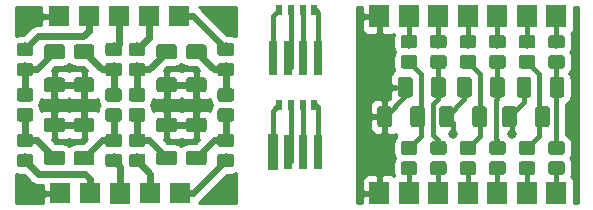
<source format=gbr>
G04 #@! TF.GenerationSoftware,KiCad,Pcbnew,5.0.0*
G04 #@! TF.CreationDate,2018-11-01T16:31:23+02:00*
G04 #@! TF.ProjectId,filter,66696C7465722E6B696361645F706362,rev?*
G04 #@! TF.SameCoordinates,Original*
G04 #@! TF.FileFunction,Copper,L1,Top,Signal*
G04 #@! TF.FilePolarity,Positive*
%FSLAX46Y46*%
G04 Gerber Fmt 4.6, Leading zero omitted, Abs format (unit mm)*
G04 Created by KiCad (PCBNEW 5.0.0) date Thu Nov  1 16:31:23 2018*
%MOMM*%
%LPD*%
G01*
G04 APERTURE LIST*
G04 #@! TA.AperFunction,Conductor*
%ADD10C,0.100000*%
G04 #@! TD*
G04 #@! TA.AperFunction,SMDPad,CuDef*
%ADD11C,1.250000*%
G04 #@! TD*
G04 #@! TA.AperFunction,SMDPad,CuDef*
%ADD12R,1.700000X1.950000*%
G04 #@! TD*
G04 #@! TA.AperFunction,ComponentPad*
%ADD13R,1.700000X1.950000*%
G04 #@! TD*
G04 #@! TA.AperFunction,SMDPad,CuDef*
%ADD14C,0.800000*%
G04 #@! TD*
G04 #@! TA.AperFunction,SMDPad,CuDef*
%ADD15R,0.800000X3.000000*%
G04 #@! TD*
G04 #@! TA.AperFunction,SMDPad,CuDef*
%ADD16C,1.150000*%
G04 #@! TD*
G04 #@! TA.AperFunction,SMDPad,CuDef*
%ADD17R,0.600000X0.850000*%
G04 #@! TD*
G04 #@! TA.AperFunction,ComponentPad*
%ADD18R,1.700000X1.700000*%
G04 #@! TD*
G04 #@! TA.AperFunction,SMDPad,CuDef*
%ADD19R,1.700000X1.700000*%
G04 #@! TD*
G04 #@! TA.AperFunction,SMDPad,CuDef*
%ADD20C,1.700000*%
G04 #@! TD*
G04 #@! TA.AperFunction,ViaPad*
%ADD21C,0.800000*%
G04 #@! TD*
G04 #@! TA.AperFunction,Conductor*
%ADD22C,0.400000*%
G04 #@! TD*
G04 #@! TA.AperFunction,Conductor*
%ADD23C,0.600000*%
G04 #@! TD*
G04 #@! TA.AperFunction,Conductor*
%ADD24C,0.254000*%
G04 #@! TD*
G04 APERTURE END LIST*
D10*
G04 #@! TO.N,GND*
G04 #@! TO.C,C2*
G36*
X75599504Y-32626204D02*
X75623773Y-32629804D01*
X75647571Y-32635765D01*
X75670671Y-32644030D01*
X75692849Y-32654520D01*
X75713893Y-32667133D01*
X75733598Y-32681747D01*
X75751777Y-32698223D01*
X75768253Y-32716402D01*
X75782867Y-32736107D01*
X75795480Y-32757151D01*
X75805970Y-32779329D01*
X75814235Y-32802429D01*
X75820196Y-32826227D01*
X75823796Y-32850496D01*
X75825000Y-32875000D01*
X75825000Y-34125000D01*
X75823796Y-34149504D01*
X75820196Y-34173773D01*
X75814235Y-34197571D01*
X75805970Y-34220671D01*
X75795480Y-34242849D01*
X75782867Y-34263893D01*
X75768253Y-34283598D01*
X75751777Y-34301777D01*
X75733598Y-34318253D01*
X75713893Y-34332867D01*
X75692849Y-34345480D01*
X75670671Y-34355970D01*
X75647571Y-34364235D01*
X75623773Y-34370196D01*
X75599504Y-34373796D01*
X75575000Y-34375000D01*
X74825000Y-34375000D01*
X74800496Y-34373796D01*
X74776227Y-34370196D01*
X74752429Y-34364235D01*
X74729329Y-34355970D01*
X74707151Y-34345480D01*
X74686107Y-34332867D01*
X74666402Y-34318253D01*
X74648223Y-34301777D01*
X74631747Y-34283598D01*
X74617133Y-34263893D01*
X74604520Y-34242849D01*
X74594030Y-34220671D01*
X74585765Y-34197571D01*
X74579804Y-34173773D01*
X74576204Y-34149504D01*
X74575000Y-34125000D01*
X74575000Y-32875000D01*
X74576204Y-32850496D01*
X74579804Y-32826227D01*
X74585765Y-32802429D01*
X74594030Y-32779329D01*
X74604520Y-32757151D01*
X74617133Y-32736107D01*
X74631747Y-32716402D01*
X74648223Y-32698223D01*
X74666402Y-32681747D01*
X74686107Y-32667133D01*
X74707151Y-32654520D01*
X74729329Y-32644030D01*
X74752429Y-32635765D01*
X74776227Y-32629804D01*
X74800496Y-32626204D01*
X74825000Y-32625000D01*
X75575000Y-32625000D01*
X75599504Y-32626204D01*
X75599504Y-32626204D01*
G37*
D11*
G04 #@! TD*
G04 #@! TO.P,C2,2*
G04 #@! TO.N,GND*
X75200000Y-33500000D03*
D10*
G04 #@! TO.N,Net-(C2-Pad1)*
G04 #@! TO.C,C2*
G36*
X78399504Y-32626204D02*
X78423773Y-32629804D01*
X78447571Y-32635765D01*
X78470671Y-32644030D01*
X78492849Y-32654520D01*
X78513893Y-32667133D01*
X78533598Y-32681747D01*
X78551777Y-32698223D01*
X78568253Y-32716402D01*
X78582867Y-32736107D01*
X78595480Y-32757151D01*
X78605970Y-32779329D01*
X78614235Y-32802429D01*
X78620196Y-32826227D01*
X78623796Y-32850496D01*
X78625000Y-32875000D01*
X78625000Y-34125000D01*
X78623796Y-34149504D01*
X78620196Y-34173773D01*
X78614235Y-34197571D01*
X78605970Y-34220671D01*
X78595480Y-34242849D01*
X78582867Y-34263893D01*
X78568253Y-34283598D01*
X78551777Y-34301777D01*
X78533598Y-34318253D01*
X78513893Y-34332867D01*
X78492849Y-34345480D01*
X78470671Y-34355970D01*
X78447571Y-34364235D01*
X78423773Y-34370196D01*
X78399504Y-34373796D01*
X78375000Y-34375000D01*
X77625000Y-34375000D01*
X77600496Y-34373796D01*
X77576227Y-34370196D01*
X77552429Y-34364235D01*
X77529329Y-34355970D01*
X77507151Y-34345480D01*
X77486107Y-34332867D01*
X77466402Y-34318253D01*
X77448223Y-34301777D01*
X77431747Y-34283598D01*
X77417133Y-34263893D01*
X77404520Y-34242849D01*
X77394030Y-34220671D01*
X77385765Y-34197571D01*
X77379804Y-34173773D01*
X77376204Y-34149504D01*
X77375000Y-34125000D01*
X77375000Y-32875000D01*
X77376204Y-32850496D01*
X77379804Y-32826227D01*
X77385765Y-32802429D01*
X77394030Y-32779329D01*
X77404520Y-32757151D01*
X77417133Y-32736107D01*
X77431747Y-32716402D01*
X77448223Y-32698223D01*
X77466402Y-32681747D01*
X77486107Y-32667133D01*
X77507151Y-32654520D01*
X77529329Y-32644030D01*
X77552429Y-32635765D01*
X77576227Y-32629804D01*
X77600496Y-32626204D01*
X77625000Y-32625000D01*
X78375000Y-32625000D01*
X78399504Y-32626204D01*
X78399504Y-32626204D01*
G37*
D11*
G04 #@! TD*
G04 #@! TO.P,C2,1*
G04 #@! TO.N,Net-(C2-Pad1)*
X78000000Y-33500000D03*
D10*
G04 #@! TO.N,Net-(C1-Pad1)*
G04 #@! TO.C,C1*
G36*
X76649504Y-35126204D02*
X76673773Y-35129804D01*
X76697571Y-35135765D01*
X76720671Y-35144030D01*
X76742849Y-35154520D01*
X76763893Y-35167133D01*
X76783598Y-35181747D01*
X76801777Y-35198223D01*
X76818253Y-35216402D01*
X76832867Y-35236107D01*
X76845480Y-35257151D01*
X76855970Y-35279329D01*
X76864235Y-35302429D01*
X76870196Y-35326227D01*
X76873796Y-35350496D01*
X76875000Y-35375000D01*
X76875000Y-36625000D01*
X76873796Y-36649504D01*
X76870196Y-36673773D01*
X76864235Y-36697571D01*
X76855970Y-36720671D01*
X76845480Y-36742849D01*
X76832867Y-36763893D01*
X76818253Y-36783598D01*
X76801777Y-36801777D01*
X76783598Y-36818253D01*
X76763893Y-36832867D01*
X76742849Y-36845480D01*
X76720671Y-36855970D01*
X76697571Y-36864235D01*
X76673773Y-36870196D01*
X76649504Y-36873796D01*
X76625000Y-36875000D01*
X75875000Y-36875000D01*
X75850496Y-36873796D01*
X75826227Y-36870196D01*
X75802429Y-36864235D01*
X75779329Y-36855970D01*
X75757151Y-36845480D01*
X75736107Y-36832867D01*
X75716402Y-36818253D01*
X75698223Y-36801777D01*
X75681747Y-36783598D01*
X75667133Y-36763893D01*
X75654520Y-36742849D01*
X75644030Y-36720671D01*
X75635765Y-36697571D01*
X75629804Y-36673773D01*
X75626204Y-36649504D01*
X75625000Y-36625000D01*
X75625000Y-35375000D01*
X75626204Y-35350496D01*
X75629804Y-35326227D01*
X75635765Y-35302429D01*
X75644030Y-35279329D01*
X75654520Y-35257151D01*
X75667133Y-35236107D01*
X75681747Y-35216402D01*
X75698223Y-35198223D01*
X75716402Y-35181747D01*
X75736107Y-35167133D01*
X75757151Y-35154520D01*
X75779329Y-35144030D01*
X75802429Y-35135765D01*
X75826227Y-35129804D01*
X75850496Y-35126204D01*
X75875000Y-35125000D01*
X76625000Y-35125000D01*
X76649504Y-35126204D01*
X76649504Y-35126204D01*
G37*
D11*
G04 #@! TD*
G04 #@! TO.P,C1,1*
G04 #@! TO.N,Net-(C1-Pad1)*
X76250000Y-36000000D03*
D10*
G04 #@! TO.N,GND*
G04 #@! TO.C,C1*
G36*
X73849504Y-35126204D02*
X73873773Y-35129804D01*
X73897571Y-35135765D01*
X73920671Y-35144030D01*
X73942849Y-35154520D01*
X73963893Y-35167133D01*
X73983598Y-35181747D01*
X74001777Y-35198223D01*
X74018253Y-35216402D01*
X74032867Y-35236107D01*
X74045480Y-35257151D01*
X74055970Y-35279329D01*
X74064235Y-35302429D01*
X74070196Y-35326227D01*
X74073796Y-35350496D01*
X74075000Y-35375000D01*
X74075000Y-36625000D01*
X74073796Y-36649504D01*
X74070196Y-36673773D01*
X74064235Y-36697571D01*
X74055970Y-36720671D01*
X74045480Y-36742849D01*
X74032867Y-36763893D01*
X74018253Y-36783598D01*
X74001777Y-36801777D01*
X73983598Y-36818253D01*
X73963893Y-36832867D01*
X73942849Y-36845480D01*
X73920671Y-36855970D01*
X73897571Y-36864235D01*
X73873773Y-36870196D01*
X73849504Y-36873796D01*
X73825000Y-36875000D01*
X73075000Y-36875000D01*
X73050496Y-36873796D01*
X73026227Y-36870196D01*
X73002429Y-36864235D01*
X72979329Y-36855970D01*
X72957151Y-36845480D01*
X72936107Y-36832867D01*
X72916402Y-36818253D01*
X72898223Y-36801777D01*
X72881747Y-36783598D01*
X72867133Y-36763893D01*
X72854520Y-36742849D01*
X72844030Y-36720671D01*
X72835765Y-36697571D01*
X72829804Y-36673773D01*
X72826204Y-36649504D01*
X72825000Y-36625000D01*
X72825000Y-35375000D01*
X72826204Y-35350496D01*
X72829804Y-35326227D01*
X72835765Y-35302429D01*
X72844030Y-35279329D01*
X72854520Y-35257151D01*
X72867133Y-35236107D01*
X72881747Y-35216402D01*
X72898223Y-35198223D01*
X72916402Y-35181747D01*
X72936107Y-35167133D01*
X72957151Y-35154520D01*
X72979329Y-35144030D01*
X73002429Y-35135765D01*
X73026227Y-35129804D01*
X73050496Y-35126204D01*
X73075000Y-35125000D01*
X73825000Y-35125000D01*
X73849504Y-35126204D01*
X73849504Y-35126204D01*
G37*
D11*
G04 #@! TD*
G04 #@! TO.P,C1,2*
G04 #@! TO.N,GND*
X73450000Y-36000000D03*
D10*
G04 #@! TO.N,GND*
G04 #@! TO.C,C3*
G36*
X79099504Y-35126204D02*
X79123773Y-35129804D01*
X79147571Y-35135765D01*
X79170671Y-35144030D01*
X79192849Y-35154520D01*
X79213893Y-35167133D01*
X79233598Y-35181747D01*
X79251777Y-35198223D01*
X79268253Y-35216402D01*
X79282867Y-35236107D01*
X79295480Y-35257151D01*
X79305970Y-35279329D01*
X79314235Y-35302429D01*
X79320196Y-35326227D01*
X79323796Y-35350496D01*
X79325000Y-35375000D01*
X79325000Y-36625000D01*
X79323796Y-36649504D01*
X79320196Y-36673773D01*
X79314235Y-36697571D01*
X79305970Y-36720671D01*
X79295480Y-36742849D01*
X79282867Y-36763893D01*
X79268253Y-36783598D01*
X79251777Y-36801777D01*
X79233598Y-36818253D01*
X79213893Y-36832867D01*
X79192849Y-36845480D01*
X79170671Y-36855970D01*
X79147571Y-36864235D01*
X79123773Y-36870196D01*
X79099504Y-36873796D01*
X79075000Y-36875000D01*
X78325000Y-36875000D01*
X78300496Y-36873796D01*
X78276227Y-36870196D01*
X78252429Y-36864235D01*
X78229329Y-36855970D01*
X78207151Y-36845480D01*
X78186107Y-36832867D01*
X78166402Y-36818253D01*
X78148223Y-36801777D01*
X78131747Y-36783598D01*
X78117133Y-36763893D01*
X78104520Y-36742849D01*
X78094030Y-36720671D01*
X78085765Y-36697571D01*
X78079804Y-36673773D01*
X78076204Y-36649504D01*
X78075000Y-36625000D01*
X78075000Y-35375000D01*
X78076204Y-35350496D01*
X78079804Y-35326227D01*
X78085765Y-35302429D01*
X78094030Y-35279329D01*
X78104520Y-35257151D01*
X78117133Y-35236107D01*
X78131747Y-35216402D01*
X78148223Y-35198223D01*
X78166402Y-35181747D01*
X78186107Y-35167133D01*
X78207151Y-35154520D01*
X78229329Y-35144030D01*
X78252429Y-35135765D01*
X78276227Y-35129804D01*
X78300496Y-35126204D01*
X78325000Y-35125000D01*
X79075000Y-35125000D01*
X79099504Y-35126204D01*
X79099504Y-35126204D01*
G37*
D11*
G04 #@! TD*
G04 #@! TO.P,C3,2*
G04 #@! TO.N,GND*
X78700000Y-36000000D03*
D10*
G04 #@! TO.N,Net-(C3-Pad1)*
G04 #@! TO.C,C3*
G36*
X81899504Y-35126204D02*
X81923773Y-35129804D01*
X81947571Y-35135765D01*
X81970671Y-35144030D01*
X81992849Y-35154520D01*
X82013893Y-35167133D01*
X82033598Y-35181747D01*
X82051777Y-35198223D01*
X82068253Y-35216402D01*
X82082867Y-35236107D01*
X82095480Y-35257151D01*
X82105970Y-35279329D01*
X82114235Y-35302429D01*
X82120196Y-35326227D01*
X82123796Y-35350496D01*
X82125000Y-35375000D01*
X82125000Y-36625000D01*
X82123796Y-36649504D01*
X82120196Y-36673773D01*
X82114235Y-36697571D01*
X82105970Y-36720671D01*
X82095480Y-36742849D01*
X82082867Y-36763893D01*
X82068253Y-36783598D01*
X82051777Y-36801777D01*
X82033598Y-36818253D01*
X82013893Y-36832867D01*
X81992849Y-36845480D01*
X81970671Y-36855970D01*
X81947571Y-36864235D01*
X81923773Y-36870196D01*
X81899504Y-36873796D01*
X81875000Y-36875000D01*
X81125000Y-36875000D01*
X81100496Y-36873796D01*
X81076227Y-36870196D01*
X81052429Y-36864235D01*
X81029329Y-36855970D01*
X81007151Y-36845480D01*
X80986107Y-36832867D01*
X80966402Y-36818253D01*
X80948223Y-36801777D01*
X80931747Y-36783598D01*
X80917133Y-36763893D01*
X80904520Y-36742849D01*
X80894030Y-36720671D01*
X80885765Y-36697571D01*
X80879804Y-36673773D01*
X80876204Y-36649504D01*
X80875000Y-36625000D01*
X80875000Y-35375000D01*
X80876204Y-35350496D01*
X80879804Y-35326227D01*
X80885765Y-35302429D01*
X80894030Y-35279329D01*
X80904520Y-35257151D01*
X80917133Y-35236107D01*
X80931747Y-35216402D01*
X80948223Y-35198223D01*
X80966402Y-35181747D01*
X80986107Y-35167133D01*
X81007151Y-35154520D01*
X81029329Y-35144030D01*
X81052429Y-35135765D01*
X81076227Y-35129804D01*
X81100496Y-35126204D01*
X81125000Y-35125000D01*
X81875000Y-35125000D01*
X81899504Y-35126204D01*
X81899504Y-35126204D01*
G37*
D11*
G04 #@! TD*
G04 #@! TO.P,C3,1*
G04 #@! TO.N,Net-(C3-Pad1)*
X81500000Y-36000000D03*
D10*
G04 #@! TO.N,Net-(C4-Pad1)*
G04 #@! TO.C,C4*
G36*
X83399504Y-32626204D02*
X83423773Y-32629804D01*
X83447571Y-32635765D01*
X83470671Y-32644030D01*
X83492849Y-32654520D01*
X83513893Y-32667133D01*
X83533598Y-32681747D01*
X83551777Y-32698223D01*
X83568253Y-32716402D01*
X83582867Y-32736107D01*
X83595480Y-32757151D01*
X83605970Y-32779329D01*
X83614235Y-32802429D01*
X83620196Y-32826227D01*
X83623796Y-32850496D01*
X83625000Y-32875000D01*
X83625000Y-34125000D01*
X83623796Y-34149504D01*
X83620196Y-34173773D01*
X83614235Y-34197571D01*
X83605970Y-34220671D01*
X83595480Y-34242849D01*
X83582867Y-34263893D01*
X83568253Y-34283598D01*
X83551777Y-34301777D01*
X83533598Y-34318253D01*
X83513893Y-34332867D01*
X83492849Y-34345480D01*
X83470671Y-34355970D01*
X83447571Y-34364235D01*
X83423773Y-34370196D01*
X83399504Y-34373796D01*
X83375000Y-34375000D01*
X82625000Y-34375000D01*
X82600496Y-34373796D01*
X82576227Y-34370196D01*
X82552429Y-34364235D01*
X82529329Y-34355970D01*
X82507151Y-34345480D01*
X82486107Y-34332867D01*
X82466402Y-34318253D01*
X82448223Y-34301777D01*
X82431747Y-34283598D01*
X82417133Y-34263893D01*
X82404520Y-34242849D01*
X82394030Y-34220671D01*
X82385765Y-34197571D01*
X82379804Y-34173773D01*
X82376204Y-34149504D01*
X82375000Y-34125000D01*
X82375000Y-32875000D01*
X82376204Y-32850496D01*
X82379804Y-32826227D01*
X82385765Y-32802429D01*
X82394030Y-32779329D01*
X82404520Y-32757151D01*
X82417133Y-32736107D01*
X82431747Y-32716402D01*
X82448223Y-32698223D01*
X82466402Y-32681747D01*
X82486107Y-32667133D01*
X82507151Y-32654520D01*
X82529329Y-32644030D01*
X82552429Y-32635765D01*
X82576227Y-32629804D01*
X82600496Y-32626204D01*
X82625000Y-32625000D01*
X83375000Y-32625000D01*
X83399504Y-32626204D01*
X83399504Y-32626204D01*
G37*
D11*
G04 #@! TD*
G04 #@! TO.P,C4,1*
G04 #@! TO.N,Net-(C4-Pad1)*
X83000000Y-33500000D03*
D10*
G04 #@! TO.N,GND*
G04 #@! TO.C,C4*
G36*
X80599504Y-32626204D02*
X80623773Y-32629804D01*
X80647571Y-32635765D01*
X80670671Y-32644030D01*
X80692849Y-32654520D01*
X80713893Y-32667133D01*
X80733598Y-32681747D01*
X80751777Y-32698223D01*
X80768253Y-32716402D01*
X80782867Y-32736107D01*
X80795480Y-32757151D01*
X80805970Y-32779329D01*
X80814235Y-32802429D01*
X80820196Y-32826227D01*
X80823796Y-32850496D01*
X80825000Y-32875000D01*
X80825000Y-34125000D01*
X80823796Y-34149504D01*
X80820196Y-34173773D01*
X80814235Y-34197571D01*
X80805970Y-34220671D01*
X80795480Y-34242849D01*
X80782867Y-34263893D01*
X80768253Y-34283598D01*
X80751777Y-34301777D01*
X80733598Y-34318253D01*
X80713893Y-34332867D01*
X80692849Y-34345480D01*
X80670671Y-34355970D01*
X80647571Y-34364235D01*
X80623773Y-34370196D01*
X80599504Y-34373796D01*
X80575000Y-34375000D01*
X79825000Y-34375000D01*
X79800496Y-34373796D01*
X79776227Y-34370196D01*
X79752429Y-34364235D01*
X79729329Y-34355970D01*
X79707151Y-34345480D01*
X79686107Y-34332867D01*
X79666402Y-34318253D01*
X79648223Y-34301777D01*
X79631747Y-34283598D01*
X79617133Y-34263893D01*
X79604520Y-34242849D01*
X79594030Y-34220671D01*
X79585765Y-34197571D01*
X79579804Y-34173773D01*
X79576204Y-34149504D01*
X79575000Y-34125000D01*
X79575000Y-32875000D01*
X79576204Y-32850496D01*
X79579804Y-32826227D01*
X79585765Y-32802429D01*
X79594030Y-32779329D01*
X79604520Y-32757151D01*
X79617133Y-32736107D01*
X79631747Y-32716402D01*
X79648223Y-32698223D01*
X79666402Y-32681747D01*
X79686107Y-32667133D01*
X79707151Y-32654520D01*
X79729329Y-32644030D01*
X79752429Y-32635765D01*
X79776227Y-32629804D01*
X79800496Y-32626204D01*
X79825000Y-32625000D01*
X80575000Y-32625000D01*
X80599504Y-32626204D01*
X80599504Y-32626204D01*
G37*
D11*
G04 #@! TD*
G04 #@! TO.P,C4,2*
G04 #@! TO.N,GND*
X80200000Y-33500000D03*
D10*
G04 #@! TO.N,GND*
G04 #@! TO.C,C5*
G36*
X84399504Y-35126204D02*
X84423773Y-35129804D01*
X84447571Y-35135765D01*
X84470671Y-35144030D01*
X84492849Y-35154520D01*
X84513893Y-35167133D01*
X84533598Y-35181747D01*
X84551777Y-35198223D01*
X84568253Y-35216402D01*
X84582867Y-35236107D01*
X84595480Y-35257151D01*
X84605970Y-35279329D01*
X84614235Y-35302429D01*
X84620196Y-35326227D01*
X84623796Y-35350496D01*
X84625000Y-35375000D01*
X84625000Y-36625000D01*
X84623796Y-36649504D01*
X84620196Y-36673773D01*
X84614235Y-36697571D01*
X84605970Y-36720671D01*
X84595480Y-36742849D01*
X84582867Y-36763893D01*
X84568253Y-36783598D01*
X84551777Y-36801777D01*
X84533598Y-36818253D01*
X84513893Y-36832867D01*
X84492849Y-36845480D01*
X84470671Y-36855970D01*
X84447571Y-36864235D01*
X84423773Y-36870196D01*
X84399504Y-36873796D01*
X84375000Y-36875000D01*
X83625000Y-36875000D01*
X83600496Y-36873796D01*
X83576227Y-36870196D01*
X83552429Y-36864235D01*
X83529329Y-36855970D01*
X83507151Y-36845480D01*
X83486107Y-36832867D01*
X83466402Y-36818253D01*
X83448223Y-36801777D01*
X83431747Y-36783598D01*
X83417133Y-36763893D01*
X83404520Y-36742849D01*
X83394030Y-36720671D01*
X83385765Y-36697571D01*
X83379804Y-36673773D01*
X83376204Y-36649504D01*
X83375000Y-36625000D01*
X83375000Y-35375000D01*
X83376204Y-35350496D01*
X83379804Y-35326227D01*
X83385765Y-35302429D01*
X83394030Y-35279329D01*
X83404520Y-35257151D01*
X83417133Y-35236107D01*
X83431747Y-35216402D01*
X83448223Y-35198223D01*
X83466402Y-35181747D01*
X83486107Y-35167133D01*
X83507151Y-35154520D01*
X83529329Y-35144030D01*
X83552429Y-35135765D01*
X83576227Y-35129804D01*
X83600496Y-35126204D01*
X83625000Y-35125000D01*
X84375000Y-35125000D01*
X84399504Y-35126204D01*
X84399504Y-35126204D01*
G37*
D11*
G04 #@! TD*
G04 #@! TO.P,C5,2*
G04 #@! TO.N,GND*
X84000000Y-36000000D03*
D10*
G04 #@! TO.N,Net-(C5-Pad1)*
G04 #@! TO.C,C5*
G36*
X87199504Y-35126204D02*
X87223773Y-35129804D01*
X87247571Y-35135765D01*
X87270671Y-35144030D01*
X87292849Y-35154520D01*
X87313893Y-35167133D01*
X87333598Y-35181747D01*
X87351777Y-35198223D01*
X87368253Y-35216402D01*
X87382867Y-35236107D01*
X87395480Y-35257151D01*
X87405970Y-35279329D01*
X87414235Y-35302429D01*
X87420196Y-35326227D01*
X87423796Y-35350496D01*
X87425000Y-35375000D01*
X87425000Y-36625000D01*
X87423796Y-36649504D01*
X87420196Y-36673773D01*
X87414235Y-36697571D01*
X87405970Y-36720671D01*
X87395480Y-36742849D01*
X87382867Y-36763893D01*
X87368253Y-36783598D01*
X87351777Y-36801777D01*
X87333598Y-36818253D01*
X87313893Y-36832867D01*
X87292849Y-36845480D01*
X87270671Y-36855970D01*
X87247571Y-36864235D01*
X87223773Y-36870196D01*
X87199504Y-36873796D01*
X87175000Y-36875000D01*
X86425000Y-36875000D01*
X86400496Y-36873796D01*
X86376227Y-36870196D01*
X86352429Y-36864235D01*
X86329329Y-36855970D01*
X86307151Y-36845480D01*
X86286107Y-36832867D01*
X86266402Y-36818253D01*
X86248223Y-36801777D01*
X86231747Y-36783598D01*
X86217133Y-36763893D01*
X86204520Y-36742849D01*
X86194030Y-36720671D01*
X86185765Y-36697571D01*
X86179804Y-36673773D01*
X86176204Y-36649504D01*
X86175000Y-36625000D01*
X86175000Y-35375000D01*
X86176204Y-35350496D01*
X86179804Y-35326227D01*
X86185765Y-35302429D01*
X86194030Y-35279329D01*
X86204520Y-35257151D01*
X86217133Y-35236107D01*
X86231747Y-35216402D01*
X86248223Y-35198223D01*
X86266402Y-35181747D01*
X86286107Y-35167133D01*
X86307151Y-35154520D01*
X86329329Y-35144030D01*
X86352429Y-35135765D01*
X86376227Y-35129804D01*
X86400496Y-35126204D01*
X86425000Y-35125000D01*
X87175000Y-35125000D01*
X87199504Y-35126204D01*
X87199504Y-35126204D01*
G37*
D11*
G04 #@! TD*
G04 #@! TO.P,C5,1*
G04 #@! TO.N,Net-(C5-Pad1)*
X86800000Y-36000000D03*
D10*
G04 #@! TO.N,Net-(C6-Pad1)*
G04 #@! TO.C,C6*
G36*
X88449504Y-32626204D02*
X88473773Y-32629804D01*
X88497571Y-32635765D01*
X88520671Y-32644030D01*
X88542849Y-32654520D01*
X88563893Y-32667133D01*
X88583598Y-32681747D01*
X88601777Y-32698223D01*
X88618253Y-32716402D01*
X88632867Y-32736107D01*
X88645480Y-32757151D01*
X88655970Y-32779329D01*
X88664235Y-32802429D01*
X88670196Y-32826227D01*
X88673796Y-32850496D01*
X88675000Y-32875000D01*
X88675000Y-34125000D01*
X88673796Y-34149504D01*
X88670196Y-34173773D01*
X88664235Y-34197571D01*
X88655970Y-34220671D01*
X88645480Y-34242849D01*
X88632867Y-34263893D01*
X88618253Y-34283598D01*
X88601777Y-34301777D01*
X88583598Y-34318253D01*
X88563893Y-34332867D01*
X88542849Y-34345480D01*
X88520671Y-34355970D01*
X88497571Y-34364235D01*
X88473773Y-34370196D01*
X88449504Y-34373796D01*
X88425000Y-34375000D01*
X87675000Y-34375000D01*
X87650496Y-34373796D01*
X87626227Y-34370196D01*
X87602429Y-34364235D01*
X87579329Y-34355970D01*
X87557151Y-34345480D01*
X87536107Y-34332867D01*
X87516402Y-34318253D01*
X87498223Y-34301777D01*
X87481747Y-34283598D01*
X87467133Y-34263893D01*
X87454520Y-34242849D01*
X87444030Y-34220671D01*
X87435765Y-34197571D01*
X87429804Y-34173773D01*
X87426204Y-34149504D01*
X87425000Y-34125000D01*
X87425000Y-32875000D01*
X87426204Y-32850496D01*
X87429804Y-32826227D01*
X87435765Y-32802429D01*
X87444030Y-32779329D01*
X87454520Y-32757151D01*
X87467133Y-32736107D01*
X87481747Y-32716402D01*
X87498223Y-32698223D01*
X87516402Y-32681747D01*
X87536107Y-32667133D01*
X87557151Y-32654520D01*
X87579329Y-32644030D01*
X87602429Y-32635765D01*
X87626227Y-32629804D01*
X87650496Y-32626204D01*
X87675000Y-32625000D01*
X88425000Y-32625000D01*
X88449504Y-32626204D01*
X88449504Y-32626204D01*
G37*
D11*
G04 #@! TD*
G04 #@! TO.P,C6,1*
G04 #@! TO.N,Net-(C6-Pad1)*
X88050000Y-33500000D03*
D10*
G04 #@! TO.N,GND*
G04 #@! TO.C,C6*
G36*
X85649504Y-32626204D02*
X85673773Y-32629804D01*
X85697571Y-32635765D01*
X85720671Y-32644030D01*
X85742849Y-32654520D01*
X85763893Y-32667133D01*
X85783598Y-32681747D01*
X85801777Y-32698223D01*
X85818253Y-32716402D01*
X85832867Y-32736107D01*
X85845480Y-32757151D01*
X85855970Y-32779329D01*
X85864235Y-32802429D01*
X85870196Y-32826227D01*
X85873796Y-32850496D01*
X85875000Y-32875000D01*
X85875000Y-34125000D01*
X85873796Y-34149504D01*
X85870196Y-34173773D01*
X85864235Y-34197571D01*
X85855970Y-34220671D01*
X85845480Y-34242849D01*
X85832867Y-34263893D01*
X85818253Y-34283598D01*
X85801777Y-34301777D01*
X85783598Y-34318253D01*
X85763893Y-34332867D01*
X85742849Y-34345480D01*
X85720671Y-34355970D01*
X85697571Y-34364235D01*
X85673773Y-34370196D01*
X85649504Y-34373796D01*
X85625000Y-34375000D01*
X84875000Y-34375000D01*
X84850496Y-34373796D01*
X84826227Y-34370196D01*
X84802429Y-34364235D01*
X84779329Y-34355970D01*
X84757151Y-34345480D01*
X84736107Y-34332867D01*
X84716402Y-34318253D01*
X84698223Y-34301777D01*
X84681747Y-34283598D01*
X84667133Y-34263893D01*
X84654520Y-34242849D01*
X84644030Y-34220671D01*
X84635765Y-34197571D01*
X84629804Y-34173773D01*
X84626204Y-34149504D01*
X84625000Y-34125000D01*
X84625000Y-32875000D01*
X84626204Y-32850496D01*
X84629804Y-32826227D01*
X84635765Y-32802429D01*
X84644030Y-32779329D01*
X84654520Y-32757151D01*
X84667133Y-32736107D01*
X84681747Y-32716402D01*
X84698223Y-32698223D01*
X84716402Y-32681747D01*
X84736107Y-32667133D01*
X84757151Y-32654520D01*
X84779329Y-32644030D01*
X84802429Y-32635765D01*
X84826227Y-32629804D01*
X84850496Y-32626204D01*
X84875000Y-32625000D01*
X85625000Y-32625000D01*
X85649504Y-32626204D01*
X85649504Y-32626204D01*
G37*
D11*
G04 #@! TD*
G04 #@! TO.P,C6,2*
G04 #@! TO.N,GND*
X85250000Y-33500000D03*
D12*
G04 #@! TO.P,J7,7*
G04 #@! TO.N,Net-(J7-Pad7)*
X88000000Y-27500000D03*
G04 #@! TO.P,J7,6*
G04 #@! TO.N,Net-(J7-Pad6)*
X85500000Y-27500000D03*
G04 #@! TO.P,J7,5*
G04 #@! TO.N,Net-(J7-Pad5)*
X83000000Y-27500000D03*
G04 #@! TO.P,J7,4*
G04 #@! TO.N,Net-(J7-Pad4)*
X80500000Y-27500000D03*
G04 #@! TO.P,J7,3*
G04 #@! TO.N,Net-(J7-Pad3)*
X78000000Y-27500000D03*
G04 #@! TO.P,J7,2*
G04 #@! TO.N,Net-(J7-Pad2)*
X75500000Y-27500000D03*
D13*
G04 #@! TO.P,J7,1*
G04 #@! TO.N,GND*
X73000000Y-27500000D03*
G04 #@! TD*
G04 #@! TO.P,J8,1*
G04 #@! TO.N,GND*
X73000000Y-42500000D03*
D12*
G04 #@! TO.P,J8,2*
G04 #@! TO.N,Net-(J8-Pad2)*
X75500000Y-42500000D03*
G04 #@! TO.P,J8,3*
G04 #@! TO.N,Net-(J8-Pad3)*
X78000000Y-42500000D03*
G04 #@! TO.P,J8,4*
G04 #@! TO.N,Net-(J8-Pad4)*
X80500000Y-42500000D03*
G04 #@! TO.P,J8,5*
G04 #@! TO.N,Net-(J8-Pad5)*
X83000000Y-42500000D03*
G04 #@! TO.P,J8,6*
G04 #@! TO.N,Net-(J8-Pad6)*
X85500000Y-42500000D03*
G04 #@! TO.P,J8,7*
G04 #@! TO.N,Net-(J8-Pad7)*
X88000000Y-42500000D03*
G04 #@! TD*
D14*
G04 #@! TO.P,J5,1*
G04 #@! TO.N,Net-(J5-Pad1)*
X64000000Y-39000000D03*
D10*
G04 #@! TD*
G04 #@! TO.N,Net-(J5-Pad1)*
G04 #@! TO.C,J5*
G36*
X64400000Y-40500000D02*
X63600000Y-40500000D01*
X63600000Y-37500000D01*
X64400000Y-37500000D01*
X64400000Y-40500000D01*
X64400000Y-40500000D01*
G37*
D15*
G04 #@! TO.P,J5,2*
G04 #@! TO.N,Net-(J5-Pad2)*
X65270000Y-39000000D03*
G04 #@! TO.P,J5,3*
G04 #@! TO.N,Net-(J5-Pad3)*
X66540000Y-39000000D03*
G04 #@! TO.P,J5,4*
G04 #@! TO.N,Net-(J5-Pad4)*
X67810000Y-39000000D03*
G04 #@! TD*
D10*
G04 #@! TO.N,Net-(C4-Pad1)*
G04 #@! TO.C,R10*
G36*
X83474505Y-38076204D02*
X83498773Y-38079804D01*
X83522572Y-38085765D01*
X83545671Y-38094030D01*
X83567850Y-38104520D01*
X83588893Y-38117132D01*
X83608599Y-38131747D01*
X83626777Y-38148223D01*
X83643253Y-38166401D01*
X83657868Y-38186107D01*
X83670480Y-38207150D01*
X83680970Y-38229329D01*
X83689235Y-38252428D01*
X83695196Y-38276227D01*
X83698796Y-38300495D01*
X83700000Y-38324999D01*
X83700000Y-38975001D01*
X83698796Y-38999505D01*
X83695196Y-39023773D01*
X83689235Y-39047572D01*
X83680970Y-39070671D01*
X83670480Y-39092850D01*
X83657868Y-39113893D01*
X83643253Y-39133599D01*
X83626777Y-39151777D01*
X83608599Y-39168253D01*
X83588893Y-39182868D01*
X83567850Y-39195480D01*
X83545671Y-39205970D01*
X83522572Y-39214235D01*
X83498773Y-39220196D01*
X83474505Y-39223796D01*
X83450001Y-39225000D01*
X82549999Y-39225000D01*
X82525495Y-39223796D01*
X82501227Y-39220196D01*
X82477428Y-39214235D01*
X82454329Y-39205970D01*
X82432150Y-39195480D01*
X82411107Y-39182868D01*
X82391401Y-39168253D01*
X82373223Y-39151777D01*
X82356747Y-39133599D01*
X82342132Y-39113893D01*
X82329520Y-39092850D01*
X82319030Y-39070671D01*
X82310765Y-39047572D01*
X82304804Y-39023773D01*
X82301204Y-38999505D01*
X82300000Y-38975001D01*
X82300000Y-38324999D01*
X82301204Y-38300495D01*
X82304804Y-38276227D01*
X82310765Y-38252428D01*
X82319030Y-38229329D01*
X82329520Y-38207150D01*
X82342132Y-38186107D01*
X82356747Y-38166401D01*
X82373223Y-38148223D01*
X82391401Y-38131747D01*
X82411107Y-38117132D01*
X82432150Y-38104520D01*
X82454329Y-38094030D01*
X82477428Y-38085765D01*
X82501227Y-38079804D01*
X82525495Y-38076204D01*
X82549999Y-38075000D01*
X83450001Y-38075000D01*
X83474505Y-38076204D01*
X83474505Y-38076204D01*
G37*
D16*
G04 #@! TD*
G04 #@! TO.P,R10,2*
G04 #@! TO.N,Net-(C4-Pad1)*
X83000000Y-38650000D03*
D10*
G04 #@! TO.N,Net-(J8-Pad5)*
G04 #@! TO.C,R10*
G36*
X83474505Y-39776204D02*
X83498773Y-39779804D01*
X83522572Y-39785765D01*
X83545671Y-39794030D01*
X83567850Y-39804520D01*
X83588893Y-39817132D01*
X83608599Y-39831747D01*
X83626777Y-39848223D01*
X83643253Y-39866401D01*
X83657868Y-39886107D01*
X83670480Y-39907150D01*
X83680970Y-39929329D01*
X83689235Y-39952428D01*
X83695196Y-39976227D01*
X83698796Y-40000495D01*
X83700000Y-40024999D01*
X83700000Y-40675001D01*
X83698796Y-40699505D01*
X83695196Y-40723773D01*
X83689235Y-40747572D01*
X83680970Y-40770671D01*
X83670480Y-40792850D01*
X83657868Y-40813893D01*
X83643253Y-40833599D01*
X83626777Y-40851777D01*
X83608599Y-40868253D01*
X83588893Y-40882868D01*
X83567850Y-40895480D01*
X83545671Y-40905970D01*
X83522572Y-40914235D01*
X83498773Y-40920196D01*
X83474505Y-40923796D01*
X83450001Y-40925000D01*
X82549999Y-40925000D01*
X82525495Y-40923796D01*
X82501227Y-40920196D01*
X82477428Y-40914235D01*
X82454329Y-40905970D01*
X82432150Y-40895480D01*
X82411107Y-40882868D01*
X82391401Y-40868253D01*
X82373223Y-40851777D01*
X82356747Y-40833599D01*
X82342132Y-40813893D01*
X82329520Y-40792850D01*
X82319030Y-40770671D01*
X82310765Y-40747572D01*
X82304804Y-40723773D01*
X82301204Y-40699505D01*
X82300000Y-40675001D01*
X82300000Y-40024999D01*
X82301204Y-40000495D01*
X82304804Y-39976227D01*
X82310765Y-39952428D01*
X82319030Y-39929329D01*
X82329520Y-39907150D01*
X82342132Y-39886107D01*
X82356747Y-39866401D01*
X82373223Y-39848223D01*
X82391401Y-39831747D01*
X82411107Y-39817132D01*
X82432150Y-39804520D01*
X82454329Y-39794030D01*
X82477428Y-39785765D01*
X82501227Y-39779804D01*
X82525495Y-39776204D01*
X82549999Y-39775000D01*
X83450001Y-39775000D01*
X83474505Y-39776204D01*
X83474505Y-39776204D01*
G37*
D16*
G04 #@! TD*
G04 #@! TO.P,R10,1*
G04 #@! TO.N,Net-(J8-Pad5)*
X83000000Y-40350000D03*
D10*
G04 #@! TO.N,Net-(J8-Pad4)*
G04 #@! TO.C,R9*
G36*
X80974505Y-39776204D02*
X80998773Y-39779804D01*
X81022572Y-39785765D01*
X81045671Y-39794030D01*
X81067850Y-39804520D01*
X81088893Y-39817132D01*
X81108599Y-39831747D01*
X81126777Y-39848223D01*
X81143253Y-39866401D01*
X81157868Y-39886107D01*
X81170480Y-39907150D01*
X81180970Y-39929329D01*
X81189235Y-39952428D01*
X81195196Y-39976227D01*
X81198796Y-40000495D01*
X81200000Y-40024999D01*
X81200000Y-40675001D01*
X81198796Y-40699505D01*
X81195196Y-40723773D01*
X81189235Y-40747572D01*
X81180970Y-40770671D01*
X81170480Y-40792850D01*
X81157868Y-40813893D01*
X81143253Y-40833599D01*
X81126777Y-40851777D01*
X81108599Y-40868253D01*
X81088893Y-40882868D01*
X81067850Y-40895480D01*
X81045671Y-40905970D01*
X81022572Y-40914235D01*
X80998773Y-40920196D01*
X80974505Y-40923796D01*
X80950001Y-40925000D01*
X80049999Y-40925000D01*
X80025495Y-40923796D01*
X80001227Y-40920196D01*
X79977428Y-40914235D01*
X79954329Y-40905970D01*
X79932150Y-40895480D01*
X79911107Y-40882868D01*
X79891401Y-40868253D01*
X79873223Y-40851777D01*
X79856747Y-40833599D01*
X79842132Y-40813893D01*
X79829520Y-40792850D01*
X79819030Y-40770671D01*
X79810765Y-40747572D01*
X79804804Y-40723773D01*
X79801204Y-40699505D01*
X79800000Y-40675001D01*
X79800000Y-40024999D01*
X79801204Y-40000495D01*
X79804804Y-39976227D01*
X79810765Y-39952428D01*
X79819030Y-39929329D01*
X79829520Y-39907150D01*
X79842132Y-39886107D01*
X79856747Y-39866401D01*
X79873223Y-39848223D01*
X79891401Y-39831747D01*
X79911107Y-39817132D01*
X79932150Y-39804520D01*
X79954329Y-39794030D01*
X79977428Y-39785765D01*
X80001227Y-39779804D01*
X80025495Y-39776204D01*
X80049999Y-39775000D01*
X80950001Y-39775000D01*
X80974505Y-39776204D01*
X80974505Y-39776204D01*
G37*
D16*
G04 #@! TD*
G04 #@! TO.P,R9,1*
G04 #@! TO.N,Net-(J8-Pad4)*
X80500000Y-40350000D03*
D10*
G04 #@! TO.N,Net-(C3-Pad1)*
G04 #@! TO.C,R9*
G36*
X80974505Y-38076204D02*
X80998773Y-38079804D01*
X81022572Y-38085765D01*
X81045671Y-38094030D01*
X81067850Y-38104520D01*
X81088893Y-38117132D01*
X81108599Y-38131747D01*
X81126777Y-38148223D01*
X81143253Y-38166401D01*
X81157868Y-38186107D01*
X81170480Y-38207150D01*
X81180970Y-38229329D01*
X81189235Y-38252428D01*
X81195196Y-38276227D01*
X81198796Y-38300495D01*
X81200000Y-38324999D01*
X81200000Y-38975001D01*
X81198796Y-38999505D01*
X81195196Y-39023773D01*
X81189235Y-39047572D01*
X81180970Y-39070671D01*
X81170480Y-39092850D01*
X81157868Y-39113893D01*
X81143253Y-39133599D01*
X81126777Y-39151777D01*
X81108599Y-39168253D01*
X81088893Y-39182868D01*
X81067850Y-39195480D01*
X81045671Y-39205970D01*
X81022572Y-39214235D01*
X80998773Y-39220196D01*
X80974505Y-39223796D01*
X80950001Y-39225000D01*
X80049999Y-39225000D01*
X80025495Y-39223796D01*
X80001227Y-39220196D01*
X79977428Y-39214235D01*
X79954329Y-39205970D01*
X79932150Y-39195480D01*
X79911107Y-39182868D01*
X79891401Y-39168253D01*
X79873223Y-39151777D01*
X79856747Y-39133599D01*
X79842132Y-39113893D01*
X79829520Y-39092850D01*
X79819030Y-39070671D01*
X79810765Y-39047572D01*
X79804804Y-39023773D01*
X79801204Y-38999505D01*
X79800000Y-38975001D01*
X79800000Y-38324999D01*
X79801204Y-38300495D01*
X79804804Y-38276227D01*
X79810765Y-38252428D01*
X79819030Y-38229329D01*
X79829520Y-38207150D01*
X79842132Y-38186107D01*
X79856747Y-38166401D01*
X79873223Y-38148223D01*
X79891401Y-38131747D01*
X79911107Y-38117132D01*
X79932150Y-38104520D01*
X79954329Y-38094030D01*
X79977428Y-38085765D01*
X80001227Y-38079804D01*
X80025495Y-38076204D01*
X80049999Y-38075000D01*
X80950001Y-38075000D01*
X80974505Y-38076204D01*
X80974505Y-38076204D01*
G37*
D16*
G04 #@! TD*
G04 #@! TO.P,R9,2*
G04 #@! TO.N,Net-(C3-Pad1)*
X80500000Y-38650000D03*
D10*
G04 #@! TO.N,Net-(C2-Pad1)*
G04 #@! TO.C,R8*
G36*
X78474505Y-38076204D02*
X78498773Y-38079804D01*
X78522572Y-38085765D01*
X78545671Y-38094030D01*
X78567850Y-38104520D01*
X78588893Y-38117132D01*
X78608599Y-38131747D01*
X78626777Y-38148223D01*
X78643253Y-38166401D01*
X78657868Y-38186107D01*
X78670480Y-38207150D01*
X78680970Y-38229329D01*
X78689235Y-38252428D01*
X78695196Y-38276227D01*
X78698796Y-38300495D01*
X78700000Y-38324999D01*
X78700000Y-38975001D01*
X78698796Y-38999505D01*
X78695196Y-39023773D01*
X78689235Y-39047572D01*
X78680970Y-39070671D01*
X78670480Y-39092850D01*
X78657868Y-39113893D01*
X78643253Y-39133599D01*
X78626777Y-39151777D01*
X78608599Y-39168253D01*
X78588893Y-39182868D01*
X78567850Y-39195480D01*
X78545671Y-39205970D01*
X78522572Y-39214235D01*
X78498773Y-39220196D01*
X78474505Y-39223796D01*
X78450001Y-39225000D01*
X77549999Y-39225000D01*
X77525495Y-39223796D01*
X77501227Y-39220196D01*
X77477428Y-39214235D01*
X77454329Y-39205970D01*
X77432150Y-39195480D01*
X77411107Y-39182868D01*
X77391401Y-39168253D01*
X77373223Y-39151777D01*
X77356747Y-39133599D01*
X77342132Y-39113893D01*
X77329520Y-39092850D01*
X77319030Y-39070671D01*
X77310765Y-39047572D01*
X77304804Y-39023773D01*
X77301204Y-38999505D01*
X77300000Y-38975001D01*
X77300000Y-38324999D01*
X77301204Y-38300495D01*
X77304804Y-38276227D01*
X77310765Y-38252428D01*
X77319030Y-38229329D01*
X77329520Y-38207150D01*
X77342132Y-38186107D01*
X77356747Y-38166401D01*
X77373223Y-38148223D01*
X77391401Y-38131747D01*
X77411107Y-38117132D01*
X77432150Y-38104520D01*
X77454329Y-38094030D01*
X77477428Y-38085765D01*
X77501227Y-38079804D01*
X77525495Y-38076204D01*
X77549999Y-38075000D01*
X78450001Y-38075000D01*
X78474505Y-38076204D01*
X78474505Y-38076204D01*
G37*
D16*
G04 #@! TD*
G04 #@! TO.P,R8,2*
G04 #@! TO.N,Net-(C2-Pad1)*
X78000000Y-38650000D03*
D10*
G04 #@! TO.N,Net-(J8-Pad3)*
G04 #@! TO.C,R8*
G36*
X78474505Y-39776204D02*
X78498773Y-39779804D01*
X78522572Y-39785765D01*
X78545671Y-39794030D01*
X78567850Y-39804520D01*
X78588893Y-39817132D01*
X78608599Y-39831747D01*
X78626777Y-39848223D01*
X78643253Y-39866401D01*
X78657868Y-39886107D01*
X78670480Y-39907150D01*
X78680970Y-39929329D01*
X78689235Y-39952428D01*
X78695196Y-39976227D01*
X78698796Y-40000495D01*
X78700000Y-40024999D01*
X78700000Y-40675001D01*
X78698796Y-40699505D01*
X78695196Y-40723773D01*
X78689235Y-40747572D01*
X78680970Y-40770671D01*
X78670480Y-40792850D01*
X78657868Y-40813893D01*
X78643253Y-40833599D01*
X78626777Y-40851777D01*
X78608599Y-40868253D01*
X78588893Y-40882868D01*
X78567850Y-40895480D01*
X78545671Y-40905970D01*
X78522572Y-40914235D01*
X78498773Y-40920196D01*
X78474505Y-40923796D01*
X78450001Y-40925000D01*
X77549999Y-40925000D01*
X77525495Y-40923796D01*
X77501227Y-40920196D01*
X77477428Y-40914235D01*
X77454329Y-40905970D01*
X77432150Y-40895480D01*
X77411107Y-40882868D01*
X77391401Y-40868253D01*
X77373223Y-40851777D01*
X77356747Y-40833599D01*
X77342132Y-40813893D01*
X77329520Y-40792850D01*
X77319030Y-40770671D01*
X77310765Y-40747572D01*
X77304804Y-40723773D01*
X77301204Y-40699505D01*
X77300000Y-40675001D01*
X77300000Y-40024999D01*
X77301204Y-40000495D01*
X77304804Y-39976227D01*
X77310765Y-39952428D01*
X77319030Y-39929329D01*
X77329520Y-39907150D01*
X77342132Y-39886107D01*
X77356747Y-39866401D01*
X77373223Y-39848223D01*
X77391401Y-39831747D01*
X77411107Y-39817132D01*
X77432150Y-39804520D01*
X77454329Y-39794030D01*
X77477428Y-39785765D01*
X77501227Y-39779804D01*
X77525495Y-39776204D01*
X77549999Y-39775000D01*
X78450001Y-39775000D01*
X78474505Y-39776204D01*
X78474505Y-39776204D01*
G37*
D16*
G04 #@! TD*
G04 #@! TO.P,R8,1*
G04 #@! TO.N,Net-(J8-Pad3)*
X78000000Y-40350000D03*
D10*
G04 #@! TO.N,Net-(J8-Pad2)*
G04 #@! TO.C,R7*
G36*
X75974505Y-39776204D02*
X75998773Y-39779804D01*
X76022572Y-39785765D01*
X76045671Y-39794030D01*
X76067850Y-39804520D01*
X76088893Y-39817132D01*
X76108599Y-39831747D01*
X76126777Y-39848223D01*
X76143253Y-39866401D01*
X76157868Y-39886107D01*
X76170480Y-39907150D01*
X76180970Y-39929329D01*
X76189235Y-39952428D01*
X76195196Y-39976227D01*
X76198796Y-40000495D01*
X76200000Y-40024999D01*
X76200000Y-40675001D01*
X76198796Y-40699505D01*
X76195196Y-40723773D01*
X76189235Y-40747572D01*
X76180970Y-40770671D01*
X76170480Y-40792850D01*
X76157868Y-40813893D01*
X76143253Y-40833599D01*
X76126777Y-40851777D01*
X76108599Y-40868253D01*
X76088893Y-40882868D01*
X76067850Y-40895480D01*
X76045671Y-40905970D01*
X76022572Y-40914235D01*
X75998773Y-40920196D01*
X75974505Y-40923796D01*
X75950001Y-40925000D01*
X75049999Y-40925000D01*
X75025495Y-40923796D01*
X75001227Y-40920196D01*
X74977428Y-40914235D01*
X74954329Y-40905970D01*
X74932150Y-40895480D01*
X74911107Y-40882868D01*
X74891401Y-40868253D01*
X74873223Y-40851777D01*
X74856747Y-40833599D01*
X74842132Y-40813893D01*
X74829520Y-40792850D01*
X74819030Y-40770671D01*
X74810765Y-40747572D01*
X74804804Y-40723773D01*
X74801204Y-40699505D01*
X74800000Y-40675001D01*
X74800000Y-40024999D01*
X74801204Y-40000495D01*
X74804804Y-39976227D01*
X74810765Y-39952428D01*
X74819030Y-39929329D01*
X74829520Y-39907150D01*
X74842132Y-39886107D01*
X74856747Y-39866401D01*
X74873223Y-39848223D01*
X74891401Y-39831747D01*
X74911107Y-39817132D01*
X74932150Y-39804520D01*
X74954329Y-39794030D01*
X74977428Y-39785765D01*
X75001227Y-39779804D01*
X75025495Y-39776204D01*
X75049999Y-39775000D01*
X75950001Y-39775000D01*
X75974505Y-39776204D01*
X75974505Y-39776204D01*
G37*
D16*
G04 #@! TD*
G04 #@! TO.P,R7,1*
G04 #@! TO.N,Net-(J8-Pad2)*
X75500000Y-40350000D03*
D10*
G04 #@! TO.N,Net-(C1-Pad1)*
G04 #@! TO.C,R7*
G36*
X75974505Y-38076204D02*
X75998773Y-38079804D01*
X76022572Y-38085765D01*
X76045671Y-38094030D01*
X76067850Y-38104520D01*
X76088893Y-38117132D01*
X76108599Y-38131747D01*
X76126777Y-38148223D01*
X76143253Y-38166401D01*
X76157868Y-38186107D01*
X76170480Y-38207150D01*
X76180970Y-38229329D01*
X76189235Y-38252428D01*
X76195196Y-38276227D01*
X76198796Y-38300495D01*
X76200000Y-38324999D01*
X76200000Y-38975001D01*
X76198796Y-38999505D01*
X76195196Y-39023773D01*
X76189235Y-39047572D01*
X76180970Y-39070671D01*
X76170480Y-39092850D01*
X76157868Y-39113893D01*
X76143253Y-39133599D01*
X76126777Y-39151777D01*
X76108599Y-39168253D01*
X76088893Y-39182868D01*
X76067850Y-39195480D01*
X76045671Y-39205970D01*
X76022572Y-39214235D01*
X75998773Y-39220196D01*
X75974505Y-39223796D01*
X75950001Y-39225000D01*
X75049999Y-39225000D01*
X75025495Y-39223796D01*
X75001227Y-39220196D01*
X74977428Y-39214235D01*
X74954329Y-39205970D01*
X74932150Y-39195480D01*
X74911107Y-39182868D01*
X74891401Y-39168253D01*
X74873223Y-39151777D01*
X74856747Y-39133599D01*
X74842132Y-39113893D01*
X74829520Y-39092850D01*
X74819030Y-39070671D01*
X74810765Y-39047572D01*
X74804804Y-39023773D01*
X74801204Y-38999505D01*
X74800000Y-38975001D01*
X74800000Y-38324999D01*
X74801204Y-38300495D01*
X74804804Y-38276227D01*
X74810765Y-38252428D01*
X74819030Y-38229329D01*
X74829520Y-38207150D01*
X74842132Y-38186107D01*
X74856747Y-38166401D01*
X74873223Y-38148223D01*
X74891401Y-38131747D01*
X74911107Y-38117132D01*
X74932150Y-38104520D01*
X74954329Y-38094030D01*
X74977428Y-38085765D01*
X75001227Y-38079804D01*
X75025495Y-38076204D01*
X75049999Y-38075000D01*
X75950001Y-38075000D01*
X75974505Y-38076204D01*
X75974505Y-38076204D01*
G37*
D16*
G04 #@! TD*
G04 #@! TO.P,R7,2*
G04 #@! TO.N,Net-(C1-Pad1)*
X75500000Y-38650000D03*
D10*
G04 #@! TO.N,Net-(J7-Pad6)*
G04 #@! TO.C,R5*
G36*
X85974505Y-29076204D02*
X85998773Y-29079804D01*
X86022572Y-29085765D01*
X86045671Y-29094030D01*
X86067850Y-29104520D01*
X86088893Y-29117132D01*
X86108599Y-29131747D01*
X86126777Y-29148223D01*
X86143253Y-29166401D01*
X86157868Y-29186107D01*
X86170480Y-29207150D01*
X86180970Y-29229329D01*
X86189235Y-29252428D01*
X86195196Y-29276227D01*
X86198796Y-29300495D01*
X86200000Y-29324999D01*
X86200000Y-29975001D01*
X86198796Y-29999505D01*
X86195196Y-30023773D01*
X86189235Y-30047572D01*
X86180970Y-30070671D01*
X86170480Y-30092850D01*
X86157868Y-30113893D01*
X86143253Y-30133599D01*
X86126777Y-30151777D01*
X86108599Y-30168253D01*
X86088893Y-30182868D01*
X86067850Y-30195480D01*
X86045671Y-30205970D01*
X86022572Y-30214235D01*
X85998773Y-30220196D01*
X85974505Y-30223796D01*
X85950001Y-30225000D01*
X85049999Y-30225000D01*
X85025495Y-30223796D01*
X85001227Y-30220196D01*
X84977428Y-30214235D01*
X84954329Y-30205970D01*
X84932150Y-30195480D01*
X84911107Y-30182868D01*
X84891401Y-30168253D01*
X84873223Y-30151777D01*
X84856747Y-30133599D01*
X84842132Y-30113893D01*
X84829520Y-30092850D01*
X84819030Y-30070671D01*
X84810765Y-30047572D01*
X84804804Y-30023773D01*
X84801204Y-29999505D01*
X84800000Y-29975001D01*
X84800000Y-29324999D01*
X84801204Y-29300495D01*
X84804804Y-29276227D01*
X84810765Y-29252428D01*
X84819030Y-29229329D01*
X84829520Y-29207150D01*
X84842132Y-29186107D01*
X84856747Y-29166401D01*
X84873223Y-29148223D01*
X84891401Y-29131747D01*
X84911107Y-29117132D01*
X84932150Y-29104520D01*
X84954329Y-29094030D01*
X84977428Y-29085765D01*
X85001227Y-29079804D01*
X85025495Y-29076204D01*
X85049999Y-29075000D01*
X85950001Y-29075000D01*
X85974505Y-29076204D01*
X85974505Y-29076204D01*
G37*
D16*
G04 #@! TD*
G04 #@! TO.P,R5,2*
G04 #@! TO.N,Net-(J7-Pad6)*
X85500000Y-29650000D03*
D10*
G04 #@! TO.N,Net-(C5-Pad1)*
G04 #@! TO.C,R5*
G36*
X85974505Y-30776204D02*
X85998773Y-30779804D01*
X86022572Y-30785765D01*
X86045671Y-30794030D01*
X86067850Y-30804520D01*
X86088893Y-30817132D01*
X86108599Y-30831747D01*
X86126777Y-30848223D01*
X86143253Y-30866401D01*
X86157868Y-30886107D01*
X86170480Y-30907150D01*
X86180970Y-30929329D01*
X86189235Y-30952428D01*
X86195196Y-30976227D01*
X86198796Y-31000495D01*
X86200000Y-31024999D01*
X86200000Y-31675001D01*
X86198796Y-31699505D01*
X86195196Y-31723773D01*
X86189235Y-31747572D01*
X86180970Y-31770671D01*
X86170480Y-31792850D01*
X86157868Y-31813893D01*
X86143253Y-31833599D01*
X86126777Y-31851777D01*
X86108599Y-31868253D01*
X86088893Y-31882868D01*
X86067850Y-31895480D01*
X86045671Y-31905970D01*
X86022572Y-31914235D01*
X85998773Y-31920196D01*
X85974505Y-31923796D01*
X85950001Y-31925000D01*
X85049999Y-31925000D01*
X85025495Y-31923796D01*
X85001227Y-31920196D01*
X84977428Y-31914235D01*
X84954329Y-31905970D01*
X84932150Y-31895480D01*
X84911107Y-31882868D01*
X84891401Y-31868253D01*
X84873223Y-31851777D01*
X84856747Y-31833599D01*
X84842132Y-31813893D01*
X84829520Y-31792850D01*
X84819030Y-31770671D01*
X84810765Y-31747572D01*
X84804804Y-31723773D01*
X84801204Y-31699505D01*
X84800000Y-31675001D01*
X84800000Y-31024999D01*
X84801204Y-31000495D01*
X84804804Y-30976227D01*
X84810765Y-30952428D01*
X84819030Y-30929329D01*
X84829520Y-30907150D01*
X84842132Y-30886107D01*
X84856747Y-30866401D01*
X84873223Y-30848223D01*
X84891401Y-30831747D01*
X84911107Y-30817132D01*
X84932150Y-30804520D01*
X84954329Y-30794030D01*
X84977428Y-30785765D01*
X85001227Y-30779804D01*
X85025495Y-30776204D01*
X85049999Y-30775000D01*
X85950001Y-30775000D01*
X85974505Y-30776204D01*
X85974505Y-30776204D01*
G37*
D16*
G04 #@! TD*
G04 #@! TO.P,R5,1*
G04 #@! TO.N,Net-(C5-Pad1)*
X85500000Y-31350000D03*
D10*
G04 #@! TO.N,Net-(C4-Pad1)*
G04 #@! TO.C,R4*
G36*
X83474505Y-30776204D02*
X83498773Y-30779804D01*
X83522572Y-30785765D01*
X83545671Y-30794030D01*
X83567850Y-30804520D01*
X83588893Y-30817132D01*
X83608599Y-30831747D01*
X83626777Y-30848223D01*
X83643253Y-30866401D01*
X83657868Y-30886107D01*
X83670480Y-30907150D01*
X83680970Y-30929329D01*
X83689235Y-30952428D01*
X83695196Y-30976227D01*
X83698796Y-31000495D01*
X83700000Y-31024999D01*
X83700000Y-31675001D01*
X83698796Y-31699505D01*
X83695196Y-31723773D01*
X83689235Y-31747572D01*
X83680970Y-31770671D01*
X83670480Y-31792850D01*
X83657868Y-31813893D01*
X83643253Y-31833599D01*
X83626777Y-31851777D01*
X83608599Y-31868253D01*
X83588893Y-31882868D01*
X83567850Y-31895480D01*
X83545671Y-31905970D01*
X83522572Y-31914235D01*
X83498773Y-31920196D01*
X83474505Y-31923796D01*
X83450001Y-31925000D01*
X82549999Y-31925000D01*
X82525495Y-31923796D01*
X82501227Y-31920196D01*
X82477428Y-31914235D01*
X82454329Y-31905970D01*
X82432150Y-31895480D01*
X82411107Y-31882868D01*
X82391401Y-31868253D01*
X82373223Y-31851777D01*
X82356747Y-31833599D01*
X82342132Y-31813893D01*
X82329520Y-31792850D01*
X82319030Y-31770671D01*
X82310765Y-31747572D01*
X82304804Y-31723773D01*
X82301204Y-31699505D01*
X82300000Y-31675001D01*
X82300000Y-31024999D01*
X82301204Y-31000495D01*
X82304804Y-30976227D01*
X82310765Y-30952428D01*
X82319030Y-30929329D01*
X82329520Y-30907150D01*
X82342132Y-30886107D01*
X82356747Y-30866401D01*
X82373223Y-30848223D01*
X82391401Y-30831747D01*
X82411107Y-30817132D01*
X82432150Y-30804520D01*
X82454329Y-30794030D01*
X82477428Y-30785765D01*
X82501227Y-30779804D01*
X82525495Y-30776204D01*
X82549999Y-30775000D01*
X83450001Y-30775000D01*
X83474505Y-30776204D01*
X83474505Y-30776204D01*
G37*
D16*
G04 #@! TD*
G04 #@! TO.P,R4,1*
G04 #@! TO.N,Net-(C4-Pad1)*
X83000000Y-31350000D03*
D10*
G04 #@! TO.N,Net-(J7-Pad5)*
G04 #@! TO.C,R4*
G36*
X83474505Y-29076204D02*
X83498773Y-29079804D01*
X83522572Y-29085765D01*
X83545671Y-29094030D01*
X83567850Y-29104520D01*
X83588893Y-29117132D01*
X83608599Y-29131747D01*
X83626777Y-29148223D01*
X83643253Y-29166401D01*
X83657868Y-29186107D01*
X83670480Y-29207150D01*
X83680970Y-29229329D01*
X83689235Y-29252428D01*
X83695196Y-29276227D01*
X83698796Y-29300495D01*
X83700000Y-29324999D01*
X83700000Y-29975001D01*
X83698796Y-29999505D01*
X83695196Y-30023773D01*
X83689235Y-30047572D01*
X83680970Y-30070671D01*
X83670480Y-30092850D01*
X83657868Y-30113893D01*
X83643253Y-30133599D01*
X83626777Y-30151777D01*
X83608599Y-30168253D01*
X83588893Y-30182868D01*
X83567850Y-30195480D01*
X83545671Y-30205970D01*
X83522572Y-30214235D01*
X83498773Y-30220196D01*
X83474505Y-30223796D01*
X83450001Y-30225000D01*
X82549999Y-30225000D01*
X82525495Y-30223796D01*
X82501227Y-30220196D01*
X82477428Y-30214235D01*
X82454329Y-30205970D01*
X82432150Y-30195480D01*
X82411107Y-30182868D01*
X82391401Y-30168253D01*
X82373223Y-30151777D01*
X82356747Y-30133599D01*
X82342132Y-30113893D01*
X82329520Y-30092850D01*
X82319030Y-30070671D01*
X82310765Y-30047572D01*
X82304804Y-30023773D01*
X82301204Y-29999505D01*
X82300000Y-29975001D01*
X82300000Y-29324999D01*
X82301204Y-29300495D01*
X82304804Y-29276227D01*
X82310765Y-29252428D01*
X82319030Y-29229329D01*
X82329520Y-29207150D01*
X82342132Y-29186107D01*
X82356747Y-29166401D01*
X82373223Y-29148223D01*
X82391401Y-29131747D01*
X82411107Y-29117132D01*
X82432150Y-29104520D01*
X82454329Y-29094030D01*
X82477428Y-29085765D01*
X82501227Y-29079804D01*
X82525495Y-29076204D01*
X82549999Y-29075000D01*
X83450001Y-29075000D01*
X83474505Y-29076204D01*
X83474505Y-29076204D01*
G37*
D16*
G04 #@! TD*
G04 #@! TO.P,R4,2*
G04 #@! TO.N,Net-(J7-Pad5)*
X83000000Y-29650000D03*
D10*
G04 #@! TO.N,Net-(C5-Pad1)*
G04 #@! TO.C,R14*
G36*
X85974505Y-38076204D02*
X85998773Y-38079804D01*
X86022572Y-38085765D01*
X86045671Y-38094030D01*
X86067850Y-38104520D01*
X86088893Y-38117132D01*
X86108599Y-38131747D01*
X86126777Y-38148223D01*
X86143253Y-38166401D01*
X86157868Y-38186107D01*
X86170480Y-38207150D01*
X86180970Y-38229329D01*
X86189235Y-38252428D01*
X86195196Y-38276227D01*
X86198796Y-38300495D01*
X86200000Y-38324999D01*
X86200000Y-38975001D01*
X86198796Y-38999505D01*
X86195196Y-39023773D01*
X86189235Y-39047572D01*
X86180970Y-39070671D01*
X86170480Y-39092850D01*
X86157868Y-39113893D01*
X86143253Y-39133599D01*
X86126777Y-39151777D01*
X86108599Y-39168253D01*
X86088893Y-39182868D01*
X86067850Y-39195480D01*
X86045671Y-39205970D01*
X86022572Y-39214235D01*
X85998773Y-39220196D01*
X85974505Y-39223796D01*
X85950001Y-39225000D01*
X85049999Y-39225000D01*
X85025495Y-39223796D01*
X85001227Y-39220196D01*
X84977428Y-39214235D01*
X84954329Y-39205970D01*
X84932150Y-39195480D01*
X84911107Y-39182868D01*
X84891401Y-39168253D01*
X84873223Y-39151777D01*
X84856747Y-39133599D01*
X84842132Y-39113893D01*
X84829520Y-39092850D01*
X84819030Y-39070671D01*
X84810765Y-39047572D01*
X84804804Y-39023773D01*
X84801204Y-38999505D01*
X84800000Y-38975001D01*
X84800000Y-38324999D01*
X84801204Y-38300495D01*
X84804804Y-38276227D01*
X84810765Y-38252428D01*
X84819030Y-38229329D01*
X84829520Y-38207150D01*
X84842132Y-38186107D01*
X84856747Y-38166401D01*
X84873223Y-38148223D01*
X84891401Y-38131747D01*
X84911107Y-38117132D01*
X84932150Y-38104520D01*
X84954329Y-38094030D01*
X84977428Y-38085765D01*
X85001227Y-38079804D01*
X85025495Y-38076204D01*
X85049999Y-38075000D01*
X85950001Y-38075000D01*
X85974505Y-38076204D01*
X85974505Y-38076204D01*
G37*
D16*
G04 #@! TD*
G04 #@! TO.P,R14,2*
G04 #@! TO.N,Net-(C5-Pad1)*
X85500000Y-38650000D03*
D10*
G04 #@! TO.N,Net-(J8-Pad6)*
G04 #@! TO.C,R14*
G36*
X85974505Y-39776204D02*
X85998773Y-39779804D01*
X86022572Y-39785765D01*
X86045671Y-39794030D01*
X86067850Y-39804520D01*
X86088893Y-39817132D01*
X86108599Y-39831747D01*
X86126777Y-39848223D01*
X86143253Y-39866401D01*
X86157868Y-39886107D01*
X86170480Y-39907150D01*
X86180970Y-39929329D01*
X86189235Y-39952428D01*
X86195196Y-39976227D01*
X86198796Y-40000495D01*
X86200000Y-40024999D01*
X86200000Y-40675001D01*
X86198796Y-40699505D01*
X86195196Y-40723773D01*
X86189235Y-40747572D01*
X86180970Y-40770671D01*
X86170480Y-40792850D01*
X86157868Y-40813893D01*
X86143253Y-40833599D01*
X86126777Y-40851777D01*
X86108599Y-40868253D01*
X86088893Y-40882868D01*
X86067850Y-40895480D01*
X86045671Y-40905970D01*
X86022572Y-40914235D01*
X85998773Y-40920196D01*
X85974505Y-40923796D01*
X85950001Y-40925000D01*
X85049999Y-40925000D01*
X85025495Y-40923796D01*
X85001227Y-40920196D01*
X84977428Y-40914235D01*
X84954329Y-40905970D01*
X84932150Y-40895480D01*
X84911107Y-40882868D01*
X84891401Y-40868253D01*
X84873223Y-40851777D01*
X84856747Y-40833599D01*
X84842132Y-40813893D01*
X84829520Y-40792850D01*
X84819030Y-40770671D01*
X84810765Y-40747572D01*
X84804804Y-40723773D01*
X84801204Y-40699505D01*
X84800000Y-40675001D01*
X84800000Y-40024999D01*
X84801204Y-40000495D01*
X84804804Y-39976227D01*
X84810765Y-39952428D01*
X84819030Y-39929329D01*
X84829520Y-39907150D01*
X84842132Y-39886107D01*
X84856747Y-39866401D01*
X84873223Y-39848223D01*
X84891401Y-39831747D01*
X84911107Y-39817132D01*
X84932150Y-39804520D01*
X84954329Y-39794030D01*
X84977428Y-39785765D01*
X85001227Y-39779804D01*
X85025495Y-39776204D01*
X85049999Y-39775000D01*
X85950001Y-39775000D01*
X85974505Y-39776204D01*
X85974505Y-39776204D01*
G37*
D16*
G04 #@! TD*
G04 #@! TO.P,R14,1*
G04 #@! TO.N,Net-(J8-Pad6)*
X85500000Y-40350000D03*
D10*
G04 #@! TO.N,Net-(C2-Pad1)*
G04 #@! TO.C,R2*
G36*
X78474505Y-30776204D02*
X78498773Y-30779804D01*
X78522572Y-30785765D01*
X78545671Y-30794030D01*
X78567850Y-30804520D01*
X78588893Y-30817132D01*
X78608599Y-30831747D01*
X78626777Y-30848223D01*
X78643253Y-30866401D01*
X78657868Y-30886107D01*
X78670480Y-30907150D01*
X78680970Y-30929329D01*
X78689235Y-30952428D01*
X78695196Y-30976227D01*
X78698796Y-31000495D01*
X78700000Y-31024999D01*
X78700000Y-31675001D01*
X78698796Y-31699505D01*
X78695196Y-31723773D01*
X78689235Y-31747572D01*
X78680970Y-31770671D01*
X78670480Y-31792850D01*
X78657868Y-31813893D01*
X78643253Y-31833599D01*
X78626777Y-31851777D01*
X78608599Y-31868253D01*
X78588893Y-31882868D01*
X78567850Y-31895480D01*
X78545671Y-31905970D01*
X78522572Y-31914235D01*
X78498773Y-31920196D01*
X78474505Y-31923796D01*
X78450001Y-31925000D01*
X77549999Y-31925000D01*
X77525495Y-31923796D01*
X77501227Y-31920196D01*
X77477428Y-31914235D01*
X77454329Y-31905970D01*
X77432150Y-31895480D01*
X77411107Y-31882868D01*
X77391401Y-31868253D01*
X77373223Y-31851777D01*
X77356747Y-31833599D01*
X77342132Y-31813893D01*
X77329520Y-31792850D01*
X77319030Y-31770671D01*
X77310765Y-31747572D01*
X77304804Y-31723773D01*
X77301204Y-31699505D01*
X77300000Y-31675001D01*
X77300000Y-31024999D01*
X77301204Y-31000495D01*
X77304804Y-30976227D01*
X77310765Y-30952428D01*
X77319030Y-30929329D01*
X77329520Y-30907150D01*
X77342132Y-30886107D01*
X77356747Y-30866401D01*
X77373223Y-30848223D01*
X77391401Y-30831747D01*
X77411107Y-30817132D01*
X77432150Y-30804520D01*
X77454329Y-30794030D01*
X77477428Y-30785765D01*
X77501227Y-30779804D01*
X77525495Y-30776204D01*
X77549999Y-30775000D01*
X78450001Y-30775000D01*
X78474505Y-30776204D01*
X78474505Y-30776204D01*
G37*
D16*
G04 #@! TD*
G04 #@! TO.P,R2,1*
G04 #@! TO.N,Net-(C2-Pad1)*
X78000000Y-31350000D03*
D10*
G04 #@! TO.N,Net-(J7-Pad3)*
G04 #@! TO.C,R2*
G36*
X78474505Y-29076204D02*
X78498773Y-29079804D01*
X78522572Y-29085765D01*
X78545671Y-29094030D01*
X78567850Y-29104520D01*
X78588893Y-29117132D01*
X78608599Y-29131747D01*
X78626777Y-29148223D01*
X78643253Y-29166401D01*
X78657868Y-29186107D01*
X78670480Y-29207150D01*
X78680970Y-29229329D01*
X78689235Y-29252428D01*
X78695196Y-29276227D01*
X78698796Y-29300495D01*
X78700000Y-29324999D01*
X78700000Y-29975001D01*
X78698796Y-29999505D01*
X78695196Y-30023773D01*
X78689235Y-30047572D01*
X78680970Y-30070671D01*
X78670480Y-30092850D01*
X78657868Y-30113893D01*
X78643253Y-30133599D01*
X78626777Y-30151777D01*
X78608599Y-30168253D01*
X78588893Y-30182868D01*
X78567850Y-30195480D01*
X78545671Y-30205970D01*
X78522572Y-30214235D01*
X78498773Y-30220196D01*
X78474505Y-30223796D01*
X78450001Y-30225000D01*
X77549999Y-30225000D01*
X77525495Y-30223796D01*
X77501227Y-30220196D01*
X77477428Y-30214235D01*
X77454329Y-30205970D01*
X77432150Y-30195480D01*
X77411107Y-30182868D01*
X77391401Y-30168253D01*
X77373223Y-30151777D01*
X77356747Y-30133599D01*
X77342132Y-30113893D01*
X77329520Y-30092850D01*
X77319030Y-30070671D01*
X77310765Y-30047572D01*
X77304804Y-30023773D01*
X77301204Y-29999505D01*
X77300000Y-29975001D01*
X77300000Y-29324999D01*
X77301204Y-29300495D01*
X77304804Y-29276227D01*
X77310765Y-29252428D01*
X77319030Y-29229329D01*
X77329520Y-29207150D01*
X77342132Y-29186107D01*
X77356747Y-29166401D01*
X77373223Y-29148223D01*
X77391401Y-29131747D01*
X77411107Y-29117132D01*
X77432150Y-29104520D01*
X77454329Y-29094030D01*
X77477428Y-29085765D01*
X77501227Y-29079804D01*
X77525495Y-29076204D01*
X77549999Y-29075000D01*
X78450001Y-29075000D01*
X78474505Y-29076204D01*
X78474505Y-29076204D01*
G37*
D16*
G04 #@! TD*
G04 #@! TO.P,R2,2*
G04 #@! TO.N,Net-(J7-Pad3)*
X78000000Y-29650000D03*
D10*
G04 #@! TO.N,Net-(J7-Pad7)*
G04 #@! TO.C,R6*
G36*
X88474505Y-29076204D02*
X88498773Y-29079804D01*
X88522572Y-29085765D01*
X88545671Y-29094030D01*
X88567850Y-29104520D01*
X88588893Y-29117132D01*
X88608599Y-29131747D01*
X88626777Y-29148223D01*
X88643253Y-29166401D01*
X88657868Y-29186107D01*
X88670480Y-29207150D01*
X88680970Y-29229329D01*
X88689235Y-29252428D01*
X88695196Y-29276227D01*
X88698796Y-29300495D01*
X88700000Y-29324999D01*
X88700000Y-29975001D01*
X88698796Y-29999505D01*
X88695196Y-30023773D01*
X88689235Y-30047572D01*
X88680970Y-30070671D01*
X88670480Y-30092850D01*
X88657868Y-30113893D01*
X88643253Y-30133599D01*
X88626777Y-30151777D01*
X88608599Y-30168253D01*
X88588893Y-30182868D01*
X88567850Y-30195480D01*
X88545671Y-30205970D01*
X88522572Y-30214235D01*
X88498773Y-30220196D01*
X88474505Y-30223796D01*
X88450001Y-30225000D01*
X87549999Y-30225000D01*
X87525495Y-30223796D01*
X87501227Y-30220196D01*
X87477428Y-30214235D01*
X87454329Y-30205970D01*
X87432150Y-30195480D01*
X87411107Y-30182868D01*
X87391401Y-30168253D01*
X87373223Y-30151777D01*
X87356747Y-30133599D01*
X87342132Y-30113893D01*
X87329520Y-30092850D01*
X87319030Y-30070671D01*
X87310765Y-30047572D01*
X87304804Y-30023773D01*
X87301204Y-29999505D01*
X87300000Y-29975001D01*
X87300000Y-29324999D01*
X87301204Y-29300495D01*
X87304804Y-29276227D01*
X87310765Y-29252428D01*
X87319030Y-29229329D01*
X87329520Y-29207150D01*
X87342132Y-29186107D01*
X87356747Y-29166401D01*
X87373223Y-29148223D01*
X87391401Y-29131747D01*
X87411107Y-29117132D01*
X87432150Y-29104520D01*
X87454329Y-29094030D01*
X87477428Y-29085765D01*
X87501227Y-29079804D01*
X87525495Y-29076204D01*
X87549999Y-29075000D01*
X88450001Y-29075000D01*
X88474505Y-29076204D01*
X88474505Y-29076204D01*
G37*
D16*
G04 #@! TD*
G04 #@! TO.P,R6,2*
G04 #@! TO.N,Net-(J7-Pad7)*
X88000000Y-29650000D03*
D10*
G04 #@! TO.N,Net-(C6-Pad1)*
G04 #@! TO.C,R6*
G36*
X88474505Y-30776204D02*
X88498773Y-30779804D01*
X88522572Y-30785765D01*
X88545671Y-30794030D01*
X88567850Y-30804520D01*
X88588893Y-30817132D01*
X88608599Y-30831747D01*
X88626777Y-30848223D01*
X88643253Y-30866401D01*
X88657868Y-30886107D01*
X88670480Y-30907150D01*
X88680970Y-30929329D01*
X88689235Y-30952428D01*
X88695196Y-30976227D01*
X88698796Y-31000495D01*
X88700000Y-31024999D01*
X88700000Y-31675001D01*
X88698796Y-31699505D01*
X88695196Y-31723773D01*
X88689235Y-31747572D01*
X88680970Y-31770671D01*
X88670480Y-31792850D01*
X88657868Y-31813893D01*
X88643253Y-31833599D01*
X88626777Y-31851777D01*
X88608599Y-31868253D01*
X88588893Y-31882868D01*
X88567850Y-31895480D01*
X88545671Y-31905970D01*
X88522572Y-31914235D01*
X88498773Y-31920196D01*
X88474505Y-31923796D01*
X88450001Y-31925000D01*
X87549999Y-31925000D01*
X87525495Y-31923796D01*
X87501227Y-31920196D01*
X87477428Y-31914235D01*
X87454329Y-31905970D01*
X87432150Y-31895480D01*
X87411107Y-31882868D01*
X87391401Y-31868253D01*
X87373223Y-31851777D01*
X87356747Y-31833599D01*
X87342132Y-31813893D01*
X87329520Y-31792850D01*
X87319030Y-31770671D01*
X87310765Y-31747572D01*
X87304804Y-31723773D01*
X87301204Y-31699505D01*
X87300000Y-31675001D01*
X87300000Y-31024999D01*
X87301204Y-31000495D01*
X87304804Y-30976227D01*
X87310765Y-30952428D01*
X87319030Y-30929329D01*
X87329520Y-30907150D01*
X87342132Y-30886107D01*
X87356747Y-30866401D01*
X87373223Y-30848223D01*
X87391401Y-30831747D01*
X87411107Y-30817132D01*
X87432150Y-30804520D01*
X87454329Y-30794030D01*
X87477428Y-30785765D01*
X87501227Y-30779804D01*
X87525495Y-30776204D01*
X87549999Y-30775000D01*
X88450001Y-30775000D01*
X88474505Y-30776204D01*
X88474505Y-30776204D01*
G37*
D16*
G04 #@! TD*
G04 #@! TO.P,R6,1*
G04 #@! TO.N,Net-(C6-Pad1)*
X88000000Y-31350000D03*
D10*
G04 #@! TO.N,Net-(J8-Pad7)*
G04 #@! TO.C,R15*
G36*
X88474505Y-39776204D02*
X88498773Y-39779804D01*
X88522572Y-39785765D01*
X88545671Y-39794030D01*
X88567850Y-39804520D01*
X88588893Y-39817132D01*
X88608599Y-39831747D01*
X88626777Y-39848223D01*
X88643253Y-39866401D01*
X88657868Y-39886107D01*
X88670480Y-39907150D01*
X88680970Y-39929329D01*
X88689235Y-39952428D01*
X88695196Y-39976227D01*
X88698796Y-40000495D01*
X88700000Y-40024999D01*
X88700000Y-40675001D01*
X88698796Y-40699505D01*
X88695196Y-40723773D01*
X88689235Y-40747572D01*
X88680970Y-40770671D01*
X88670480Y-40792850D01*
X88657868Y-40813893D01*
X88643253Y-40833599D01*
X88626777Y-40851777D01*
X88608599Y-40868253D01*
X88588893Y-40882868D01*
X88567850Y-40895480D01*
X88545671Y-40905970D01*
X88522572Y-40914235D01*
X88498773Y-40920196D01*
X88474505Y-40923796D01*
X88450001Y-40925000D01*
X87549999Y-40925000D01*
X87525495Y-40923796D01*
X87501227Y-40920196D01*
X87477428Y-40914235D01*
X87454329Y-40905970D01*
X87432150Y-40895480D01*
X87411107Y-40882868D01*
X87391401Y-40868253D01*
X87373223Y-40851777D01*
X87356747Y-40833599D01*
X87342132Y-40813893D01*
X87329520Y-40792850D01*
X87319030Y-40770671D01*
X87310765Y-40747572D01*
X87304804Y-40723773D01*
X87301204Y-40699505D01*
X87300000Y-40675001D01*
X87300000Y-40024999D01*
X87301204Y-40000495D01*
X87304804Y-39976227D01*
X87310765Y-39952428D01*
X87319030Y-39929329D01*
X87329520Y-39907150D01*
X87342132Y-39886107D01*
X87356747Y-39866401D01*
X87373223Y-39848223D01*
X87391401Y-39831747D01*
X87411107Y-39817132D01*
X87432150Y-39804520D01*
X87454329Y-39794030D01*
X87477428Y-39785765D01*
X87501227Y-39779804D01*
X87525495Y-39776204D01*
X87549999Y-39775000D01*
X88450001Y-39775000D01*
X88474505Y-39776204D01*
X88474505Y-39776204D01*
G37*
D16*
G04 #@! TD*
G04 #@! TO.P,R15,1*
G04 #@! TO.N,Net-(J8-Pad7)*
X88000000Y-40350000D03*
D10*
G04 #@! TO.N,Net-(C6-Pad1)*
G04 #@! TO.C,R15*
G36*
X88474505Y-38076204D02*
X88498773Y-38079804D01*
X88522572Y-38085765D01*
X88545671Y-38094030D01*
X88567850Y-38104520D01*
X88588893Y-38117132D01*
X88608599Y-38131747D01*
X88626777Y-38148223D01*
X88643253Y-38166401D01*
X88657868Y-38186107D01*
X88670480Y-38207150D01*
X88680970Y-38229329D01*
X88689235Y-38252428D01*
X88695196Y-38276227D01*
X88698796Y-38300495D01*
X88700000Y-38324999D01*
X88700000Y-38975001D01*
X88698796Y-38999505D01*
X88695196Y-39023773D01*
X88689235Y-39047572D01*
X88680970Y-39070671D01*
X88670480Y-39092850D01*
X88657868Y-39113893D01*
X88643253Y-39133599D01*
X88626777Y-39151777D01*
X88608599Y-39168253D01*
X88588893Y-39182868D01*
X88567850Y-39195480D01*
X88545671Y-39205970D01*
X88522572Y-39214235D01*
X88498773Y-39220196D01*
X88474505Y-39223796D01*
X88450001Y-39225000D01*
X87549999Y-39225000D01*
X87525495Y-39223796D01*
X87501227Y-39220196D01*
X87477428Y-39214235D01*
X87454329Y-39205970D01*
X87432150Y-39195480D01*
X87411107Y-39182868D01*
X87391401Y-39168253D01*
X87373223Y-39151777D01*
X87356747Y-39133599D01*
X87342132Y-39113893D01*
X87329520Y-39092850D01*
X87319030Y-39070671D01*
X87310765Y-39047572D01*
X87304804Y-39023773D01*
X87301204Y-38999505D01*
X87300000Y-38975001D01*
X87300000Y-38324999D01*
X87301204Y-38300495D01*
X87304804Y-38276227D01*
X87310765Y-38252428D01*
X87319030Y-38229329D01*
X87329520Y-38207150D01*
X87342132Y-38186107D01*
X87356747Y-38166401D01*
X87373223Y-38148223D01*
X87391401Y-38131747D01*
X87411107Y-38117132D01*
X87432150Y-38104520D01*
X87454329Y-38094030D01*
X87477428Y-38085765D01*
X87501227Y-38079804D01*
X87525495Y-38076204D01*
X87549999Y-38075000D01*
X88450001Y-38075000D01*
X88474505Y-38076204D01*
X88474505Y-38076204D01*
G37*
D16*
G04 #@! TD*
G04 #@! TO.P,R15,2*
G04 #@! TO.N,Net-(C6-Pad1)*
X88000000Y-38650000D03*
D10*
G04 #@! TO.N,Net-(J7-Pad2)*
G04 #@! TO.C,R1*
G36*
X75974505Y-29076204D02*
X75998773Y-29079804D01*
X76022572Y-29085765D01*
X76045671Y-29094030D01*
X76067850Y-29104520D01*
X76088893Y-29117132D01*
X76108599Y-29131747D01*
X76126777Y-29148223D01*
X76143253Y-29166401D01*
X76157868Y-29186107D01*
X76170480Y-29207150D01*
X76180970Y-29229329D01*
X76189235Y-29252428D01*
X76195196Y-29276227D01*
X76198796Y-29300495D01*
X76200000Y-29324999D01*
X76200000Y-29975001D01*
X76198796Y-29999505D01*
X76195196Y-30023773D01*
X76189235Y-30047572D01*
X76180970Y-30070671D01*
X76170480Y-30092850D01*
X76157868Y-30113893D01*
X76143253Y-30133599D01*
X76126777Y-30151777D01*
X76108599Y-30168253D01*
X76088893Y-30182868D01*
X76067850Y-30195480D01*
X76045671Y-30205970D01*
X76022572Y-30214235D01*
X75998773Y-30220196D01*
X75974505Y-30223796D01*
X75950001Y-30225000D01*
X75049999Y-30225000D01*
X75025495Y-30223796D01*
X75001227Y-30220196D01*
X74977428Y-30214235D01*
X74954329Y-30205970D01*
X74932150Y-30195480D01*
X74911107Y-30182868D01*
X74891401Y-30168253D01*
X74873223Y-30151777D01*
X74856747Y-30133599D01*
X74842132Y-30113893D01*
X74829520Y-30092850D01*
X74819030Y-30070671D01*
X74810765Y-30047572D01*
X74804804Y-30023773D01*
X74801204Y-29999505D01*
X74800000Y-29975001D01*
X74800000Y-29324999D01*
X74801204Y-29300495D01*
X74804804Y-29276227D01*
X74810765Y-29252428D01*
X74819030Y-29229329D01*
X74829520Y-29207150D01*
X74842132Y-29186107D01*
X74856747Y-29166401D01*
X74873223Y-29148223D01*
X74891401Y-29131747D01*
X74911107Y-29117132D01*
X74932150Y-29104520D01*
X74954329Y-29094030D01*
X74977428Y-29085765D01*
X75001227Y-29079804D01*
X75025495Y-29076204D01*
X75049999Y-29075000D01*
X75950001Y-29075000D01*
X75974505Y-29076204D01*
X75974505Y-29076204D01*
G37*
D16*
G04 #@! TD*
G04 #@! TO.P,R1,2*
G04 #@! TO.N,Net-(J7-Pad2)*
X75500000Y-29650000D03*
D10*
G04 #@! TO.N,Net-(C1-Pad1)*
G04 #@! TO.C,R1*
G36*
X75974505Y-30776204D02*
X75998773Y-30779804D01*
X76022572Y-30785765D01*
X76045671Y-30794030D01*
X76067850Y-30804520D01*
X76088893Y-30817132D01*
X76108599Y-30831747D01*
X76126777Y-30848223D01*
X76143253Y-30866401D01*
X76157868Y-30886107D01*
X76170480Y-30907150D01*
X76180970Y-30929329D01*
X76189235Y-30952428D01*
X76195196Y-30976227D01*
X76198796Y-31000495D01*
X76200000Y-31024999D01*
X76200000Y-31675001D01*
X76198796Y-31699505D01*
X76195196Y-31723773D01*
X76189235Y-31747572D01*
X76180970Y-31770671D01*
X76170480Y-31792850D01*
X76157868Y-31813893D01*
X76143253Y-31833599D01*
X76126777Y-31851777D01*
X76108599Y-31868253D01*
X76088893Y-31882868D01*
X76067850Y-31895480D01*
X76045671Y-31905970D01*
X76022572Y-31914235D01*
X75998773Y-31920196D01*
X75974505Y-31923796D01*
X75950001Y-31925000D01*
X75049999Y-31925000D01*
X75025495Y-31923796D01*
X75001227Y-31920196D01*
X74977428Y-31914235D01*
X74954329Y-31905970D01*
X74932150Y-31895480D01*
X74911107Y-31882868D01*
X74891401Y-31868253D01*
X74873223Y-31851777D01*
X74856747Y-31833599D01*
X74842132Y-31813893D01*
X74829520Y-31792850D01*
X74819030Y-31770671D01*
X74810765Y-31747572D01*
X74804804Y-31723773D01*
X74801204Y-31699505D01*
X74800000Y-31675001D01*
X74800000Y-31024999D01*
X74801204Y-31000495D01*
X74804804Y-30976227D01*
X74810765Y-30952428D01*
X74819030Y-30929329D01*
X74829520Y-30907150D01*
X74842132Y-30886107D01*
X74856747Y-30866401D01*
X74873223Y-30848223D01*
X74891401Y-30831747D01*
X74911107Y-30817132D01*
X74932150Y-30804520D01*
X74954329Y-30794030D01*
X74977428Y-30785765D01*
X75001227Y-30779804D01*
X75025495Y-30776204D01*
X75049999Y-30775000D01*
X75950001Y-30775000D01*
X75974505Y-30776204D01*
X75974505Y-30776204D01*
G37*
D16*
G04 #@! TD*
G04 #@! TO.P,R1,1*
G04 #@! TO.N,Net-(C1-Pad1)*
X75500000Y-31350000D03*
D10*
G04 #@! TO.N,Net-(C3-Pad1)*
G04 #@! TO.C,R3*
G36*
X80974505Y-30776204D02*
X80998773Y-30779804D01*
X81022572Y-30785765D01*
X81045671Y-30794030D01*
X81067850Y-30804520D01*
X81088893Y-30817132D01*
X81108599Y-30831747D01*
X81126777Y-30848223D01*
X81143253Y-30866401D01*
X81157868Y-30886107D01*
X81170480Y-30907150D01*
X81180970Y-30929329D01*
X81189235Y-30952428D01*
X81195196Y-30976227D01*
X81198796Y-31000495D01*
X81200000Y-31024999D01*
X81200000Y-31675001D01*
X81198796Y-31699505D01*
X81195196Y-31723773D01*
X81189235Y-31747572D01*
X81180970Y-31770671D01*
X81170480Y-31792850D01*
X81157868Y-31813893D01*
X81143253Y-31833599D01*
X81126777Y-31851777D01*
X81108599Y-31868253D01*
X81088893Y-31882868D01*
X81067850Y-31895480D01*
X81045671Y-31905970D01*
X81022572Y-31914235D01*
X80998773Y-31920196D01*
X80974505Y-31923796D01*
X80950001Y-31925000D01*
X80049999Y-31925000D01*
X80025495Y-31923796D01*
X80001227Y-31920196D01*
X79977428Y-31914235D01*
X79954329Y-31905970D01*
X79932150Y-31895480D01*
X79911107Y-31882868D01*
X79891401Y-31868253D01*
X79873223Y-31851777D01*
X79856747Y-31833599D01*
X79842132Y-31813893D01*
X79829520Y-31792850D01*
X79819030Y-31770671D01*
X79810765Y-31747572D01*
X79804804Y-31723773D01*
X79801204Y-31699505D01*
X79800000Y-31675001D01*
X79800000Y-31024999D01*
X79801204Y-31000495D01*
X79804804Y-30976227D01*
X79810765Y-30952428D01*
X79819030Y-30929329D01*
X79829520Y-30907150D01*
X79842132Y-30886107D01*
X79856747Y-30866401D01*
X79873223Y-30848223D01*
X79891401Y-30831747D01*
X79911107Y-30817132D01*
X79932150Y-30804520D01*
X79954329Y-30794030D01*
X79977428Y-30785765D01*
X80001227Y-30779804D01*
X80025495Y-30776204D01*
X80049999Y-30775000D01*
X80950001Y-30775000D01*
X80974505Y-30776204D01*
X80974505Y-30776204D01*
G37*
D16*
G04 #@! TD*
G04 #@! TO.P,R3,1*
G04 #@! TO.N,Net-(C3-Pad1)*
X80500000Y-31350000D03*
D10*
G04 #@! TO.N,Net-(J7-Pad4)*
G04 #@! TO.C,R3*
G36*
X80974505Y-29076204D02*
X80998773Y-29079804D01*
X81022572Y-29085765D01*
X81045671Y-29094030D01*
X81067850Y-29104520D01*
X81088893Y-29117132D01*
X81108599Y-29131747D01*
X81126777Y-29148223D01*
X81143253Y-29166401D01*
X81157868Y-29186107D01*
X81170480Y-29207150D01*
X81180970Y-29229329D01*
X81189235Y-29252428D01*
X81195196Y-29276227D01*
X81198796Y-29300495D01*
X81200000Y-29324999D01*
X81200000Y-29975001D01*
X81198796Y-29999505D01*
X81195196Y-30023773D01*
X81189235Y-30047572D01*
X81180970Y-30070671D01*
X81170480Y-30092850D01*
X81157868Y-30113893D01*
X81143253Y-30133599D01*
X81126777Y-30151777D01*
X81108599Y-30168253D01*
X81088893Y-30182868D01*
X81067850Y-30195480D01*
X81045671Y-30205970D01*
X81022572Y-30214235D01*
X80998773Y-30220196D01*
X80974505Y-30223796D01*
X80950001Y-30225000D01*
X80049999Y-30225000D01*
X80025495Y-30223796D01*
X80001227Y-30220196D01*
X79977428Y-30214235D01*
X79954329Y-30205970D01*
X79932150Y-30195480D01*
X79911107Y-30182868D01*
X79891401Y-30168253D01*
X79873223Y-30151777D01*
X79856747Y-30133599D01*
X79842132Y-30113893D01*
X79829520Y-30092850D01*
X79819030Y-30070671D01*
X79810765Y-30047572D01*
X79804804Y-30023773D01*
X79801204Y-29999505D01*
X79800000Y-29975001D01*
X79800000Y-29324999D01*
X79801204Y-29300495D01*
X79804804Y-29276227D01*
X79810765Y-29252428D01*
X79819030Y-29229329D01*
X79829520Y-29207150D01*
X79842132Y-29186107D01*
X79856747Y-29166401D01*
X79873223Y-29148223D01*
X79891401Y-29131747D01*
X79911107Y-29117132D01*
X79932150Y-29104520D01*
X79954329Y-29094030D01*
X79977428Y-29085765D01*
X80001227Y-29079804D01*
X80025495Y-29076204D01*
X80049999Y-29075000D01*
X80950001Y-29075000D01*
X80974505Y-29076204D01*
X80974505Y-29076204D01*
G37*
D16*
G04 #@! TD*
G04 #@! TO.P,R3,2*
G04 #@! TO.N,Net-(J7-Pad4)*
X80500000Y-29650000D03*
D15*
G04 #@! TO.P,J3,1*
G04 #@! TO.N,Net-(J3-Pad1)*
X64000000Y-31000000D03*
G04 #@! TO.P,J3,2*
G04 #@! TO.N,Net-(J3-Pad2)*
X65270000Y-31000000D03*
G04 #@! TO.P,J3,3*
G04 #@! TO.N,Net-(J3-Pad3)*
X66540000Y-31000000D03*
G04 #@! TO.P,J3,4*
G04 #@! TO.N,Net-(J3-Pad4)*
X67810000Y-31000000D03*
G04 #@! TD*
D17*
G04 #@! TO.P,J4,4*
G04 #@! TO.N,Net-(J3-Pad4)*
X67500000Y-27000000D03*
G04 #@! TO.P,J4,3*
G04 #@! TO.N,Net-(J3-Pad3)*
X66500000Y-27000000D03*
G04 #@! TO.P,J4,2*
G04 #@! TO.N,Net-(J3-Pad2)*
X65500000Y-27000000D03*
G04 #@! TO.P,J4,1*
G04 #@! TO.N,Net-(J3-Pad1)*
X64500000Y-27000000D03*
G04 #@! TD*
G04 #@! TO.P,J6,1*
G04 #@! TO.N,Net-(J5-Pad1)*
X64500000Y-35000000D03*
G04 #@! TO.P,J6,2*
G04 #@! TO.N,Net-(J5-Pad2)*
X65500000Y-35000000D03*
G04 #@! TO.P,J6,3*
G04 #@! TO.N,Net-(J5-Pad3)*
X66500000Y-35000000D03*
G04 #@! TO.P,J6,4*
G04 #@! TO.N,Net-(J5-Pad4)*
X67500000Y-35000000D03*
G04 #@! TD*
D18*
G04 #@! TO.P,J2,1*
G04 #@! TO.N,GND*
X46000000Y-42500000D03*
D19*
G04 #@! TO.P,J2,2*
G04 #@! TO.N,Net-(J2-Pad2)*
X48540000Y-42500000D03*
D20*
G04 #@! TO.P,J2,3*
G04 #@! TO.N,Net-(J2-Pad3)*
X51080000Y-42500000D03*
D10*
G04 #@! TD*
G04 #@! TO.N,Net-(J2-Pad3)*
G04 #@! TO.C,J2*
G36*
X51930000Y-43350000D02*
X50230000Y-43350000D01*
X50230000Y-41650000D01*
X51930000Y-41650000D01*
X51930000Y-43350000D01*
X51930000Y-43350000D01*
G37*
D19*
G04 #@! TO.P,J2,4*
G04 #@! TO.N,Net-(J2-Pad4)*
X53620000Y-42500000D03*
G04 #@! TO.P,J2,5*
G04 #@! TO.N,Net-(J2-Pad5)*
X56160000Y-42500000D03*
G04 #@! TD*
G04 #@! TO.P,J1,5*
G04 #@! TO.N,Net-(J1-Pad5)*
X56040000Y-27500000D03*
G04 #@! TO.P,J1,4*
G04 #@! TO.N,Net-(J1-Pad4)*
X53500000Y-27500000D03*
G04 #@! TO.P,J1,3*
G04 #@! TO.N,Net-(J1-Pad3)*
X50960000Y-27500000D03*
G04 #@! TO.P,J1,2*
G04 #@! TO.N,Net-(J1-Pad2)*
X48420000Y-27500000D03*
D18*
G04 #@! TO.P,J1,1*
G04 #@! TO.N,GND*
X45880000Y-27500000D03*
G04 #@! TD*
D10*
G04 #@! TO.N,Net-(C11-Pad1)*
G04 #@! TO.C,R12*
G36*
X43474505Y-33576204D02*
X43498773Y-33579804D01*
X43522572Y-33585765D01*
X43545671Y-33594030D01*
X43567850Y-33604520D01*
X43588893Y-33617132D01*
X43608599Y-33631747D01*
X43626777Y-33648223D01*
X43643253Y-33666401D01*
X43657868Y-33686107D01*
X43670480Y-33707150D01*
X43680970Y-33729329D01*
X43689235Y-33752428D01*
X43695196Y-33776227D01*
X43698796Y-33800495D01*
X43700000Y-33824999D01*
X43700000Y-34475001D01*
X43698796Y-34499505D01*
X43695196Y-34523773D01*
X43689235Y-34547572D01*
X43680970Y-34570671D01*
X43670480Y-34592850D01*
X43657868Y-34613893D01*
X43643253Y-34633599D01*
X43626777Y-34651777D01*
X43608599Y-34668253D01*
X43588893Y-34682868D01*
X43567850Y-34695480D01*
X43545671Y-34705970D01*
X43522572Y-34714235D01*
X43498773Y-34720196D01*
X43474505Y-34723796D01*
X43450001Y-34725000D01*
X42549999Y-34725000D01*
X42525495Y-34723796D01*
X42501227Y-34720196D01*
X42477428Y-34714235D01*
X42454329Y-34705970D01*
X42432150Y-34695480D01*
X42411107Y-34682868D01*
X42391401Y-34668253D01*
X42373223Y-34651777D01*
X42356747Y-34633599D01*
X42342132Y-34613893D01*
X42329520Y-34592850D01*
X42319030Y-34570671D01*
X42310765Y-34547572D01*
X42304804Y-34523773D01*
X42301204Y-34499505D01*
X42300000Y-34475001D01*
X42300000Y-33824999D01*
X42301204Y-33800495D01*
X42304804Y-33776227D01*
X42310765Y-33752428D01*
X42319030Y-33729329D01*
X42329520Y-33707150D01*
X42342132Y-33686107D01*
X42356747Y-33666401D01*
X42373223Y-33648223D01*
X42391401Y-33631747D01*
X42411107Y-33617132D01*
X42432150Y-33604520D01*
X42454329Y-33594030D01*
X42477428Y-33585765D01*
X42501227Y-33579804D01*
X42525495Y-33576204D01*
X42549999Y-33575000D01*
X43450001Y-33575000D01*
X43474505Y-33576204D01*
X43474505Y-33576204D01*
G37*
D16*
G04 #@! TD*
G04 #@! TO.P,R12,2*
G04 #@! TO.N,Net-(C11-Pad1)*
X43000000Y-34150000D03*
D10*
G04 #@! TO.N,Net-(C12-Pad1)*
G04 #@! TO.C,R12*
G36*
X43474505Y-35276204D02*
X43498773Y-35279804D01*
X43522572Y-35285765D01*
X43545671Y-35294030D01*
X43567850Y-35304520D01*
X43588893Y-35317132D01*
X43608599Y-35331747D01*
X43626777Y-35348223D01*
X43643253Y-35366401D01*
X43657868Y-35386107D01*
X43670480Y-35407150D01*
X43680970Y-35429329D01*
X43689235Y-35452428D01*
X43695196Y-35476227D01*
X43698796Y-35500495D01*
X43700000Y-35524999D01*
X43700000Y-36175001D01*
X43698796Y-36199505D01*
X43695196Y-36223773D01*
X43689235Y-36247572D01*
X43680970Y-36270671D01*
X43670480Y-36292850D01*
X43657868Y-36313893D01*
X43643253Y-36333599D01*
X43626777Y-36351777D01*
X43608599Y-36368253D01*
X43588893Y-36382868D01*
X43567850Y-36395480D01*
X43545671Y-36405970D01*
X43522572Y-36414235D01*
X43498773Y-36420196D01*
X43474505Y-36423796D01*
X43450001Y-36425000D01*
X42549999Y-36425000D01*
X42525495Y-36423796D01*
X42501227Y-36420196D01*
X42477428Y-36414235D01*
X42454329Y-36405970D01*
X42432150Y-36395480D01*
X42411107Y-36382868D01*
X42391401Y-36368253D01*
X42373223Y-36351777D01*
X42356747Y-36333599D01*
X42342132Y-36313893D01*
X42329520Y-36292850D01*
X42319030Y-36270671D01*
X42310765Y-36247572D01*
X42304804Y-36223773D01*
X42301204Y-36199505D01*
X42300000Y-36175001D01*
X42300000Y-35524999D01*
X42301204Y-35500495D01*
X42304804Y-35476227D01*
X42310765Y-35452428D01*
X42319030Y-35429329D01*
X42329520Y-35407150D01*
X42342132Y-35386107D01*
X42356747Y-35366401D01*
X42373223Y-35348223D01*
X42391401Y-35331747D01*
X42411107Y-35317132D01*
X42432150Y-35304520D01*
X42454329Y-35294030D01*
X42477428Y-35285765D01*
X42501227Y-35279804D01*
X42525495Y-35276204D01*
X42549999Y-35275000D01*
X43450001Y-35275000D01*
X43474505Y-35276204D01*
X43474505Y-35276204D01*
G37*
D16*
G04 #@! TD*
G04 #@! TO.P,R12,1*
G04 #@! TO.N,Net-(C12-Pad1)*
X43000000Y-35850000D03*
D10*
G04 #@! TO.N,Net-(C42-Pad1)*
G04 #@! TO.C,R42*
G36*
X60474505Y-35276204D02*
X60498773Y-35279804D01*
X60522572Y-35285765D01*
X60545671Y-35294030D01*
X60567850Y-35304520D01*
X60588893Y-35317132D01*
X60608599Y-35331747D01*
X60626777Y-35348223D01*
X60643253Y-35366401D01*
X60657868Y-35386107D01*
X60670480Y-35407150D01*
X60680970Y-35429329D01*
X60689235Y-35452428D01*
X60695196Y-35476227D01*
X60698796Y-35500495D01*
X60700000Y-35524999D01*
X60700000Y-36175001D01*
X60698796Y-36199505D01*
X60695196Y-36223773D01*
X60689235Y-36247572D01*
X60680970Y-36270671D01*
X60670480Y-36292850D01*
X60657868Y-36313893D01*
X60643253Y-36333599D01*
X60626777Y-36351777D01*
X60608599Y-36368253D01*
X60588893Y-36382868D01*
X60567850Y-36395480D01*
X60545671Y-36405970D01*
X60522572Y-36414235D01*
X60498773Y-36420196D01*
X60474505Y-36423796D01*
X60450001Y-36425000D01*
X59549999Y-36425000D01*
X59525495Y-36423796D01*
X59501227Y-36420196D01*
X59477428Y-36414235D01*
X59454329Y-36405970D01*
X59432150Y-36395480D01*
X59411107Y-36382868D01*
X59391401Y-36368253D01*
X59373223Y-36351777D01*
X59356747Y-36333599D01*
X59342132Y-36313893D01*
X59329520Y-36292850D01*
X59319030Y-36270671D01*
X59310765Y-36247572D01*
X59304804Y-36223773D01*
X59301204Y-36199505D01*
X59300000Y-36175001D01*
X59300000Y-35524999D01*
X59301204Y-35500495D01*
X59304804Y-35476227D01*
X59310765Y-35452428D01*
X59319030Y-35429329D01*
X59329520Y-35407150D01*
X59342132Y-35386107D01*
X59356747Y-35366401D01*
X59373223Y-35348223D01*
X59391401Y-35331747D01*
X59411107Y-35317132D01*
X59432150Y-35304520D01*
X59454329Y-35294030D01*
X59477428Y-35285765D01*
X59501227Y-35279804D01*
X59525495Y-35276204D01*
X59549999Y-35275000D01*
X60450001Y-35275000D01*
X60474505Y-35276204D01*
X60474505Y-35276204D01*
G37*
D16*
G04 #@! TD*
G04 #@! TO.P,R42,1*
G04 #@! TO.N,Net-(C42-Pad1)*
X60000000Y-35850000D03*
D10*
G04 #@! TO.N,Net-(C41-Pad1)*
G04 #@! TO.C,R42*
G36*
X60474505Y-33576204D02*
X60498773Y-33579804D01*
X60522572Y-33585765D01*
X60545671Y-33594030D01*
X60567850Y-33604520D01*
X60588893Y-33617132D01*
X60608599Y-33631747D01*
X60626777Y-33648223D01*
X60643253Y-33666401D01*
X60657868Y-33686107D01*
X60670480Y-33707150D01*
X60680970Y-33729329D01*
X60689235Y-33752428D01*
X60695196Y-33776227D01*
X60698796Y-33800495D01*
X60700000Y-33824999D01*
X60700000Y-34475001D01*
X60698796Y-34499505D01*
X60695196Y-34523773D01*
X60689235Y-34547572D01*
X60680970Y-34570671D01*
X60670480Y-34592850D01*
X60657868Y-34613893D01*
X60643253Y-34633599D01*
X60626777Y-34651777D01*
X60608599Y-34668253D01*
X60588893Y-34682868D01*
X60567850Y-34695480D01*
X60545671Y-34705970D01*
X60522572Y-34714235D01*
X60498773Y-34720196D01*
X60474505Y-34723796D01*
X60450001Y-34725000D01*
X59549999Y-34725000D01*
X59525495Y-34723796D01*
X59501227Y-34720196D01*
X59477428Y-34714235D01*
X59454329Y-34705970D01*
X59432150Y-34695480D01*
X59411107Y-34682868D01*
X59391401Y-34668253D01*
X59373223Y-34651777D01*
X59356747Y-34633599D01*
X59342132Y-34613893D01*
X59329520Y-34592850D01*
X59319030Y-34570671D01*
X59310765Y-34547572D01*
X59304804Y-34523773D01*
X59301204Y-34499505D01*
X59300000Y-34475001D01*
X59300000Y-33824999D01*
X59301204Y-33800495D01*
X59304804Y-33776227D01*
X59310765Y-33752428D01*
X59319030Y-33729329D01*
X59329520Y-33707150D01*
X59342132Y-33686107D01*
X59356747Y-33666401D01*
X59373223Y-33648223D01*
X59391401Y-33631747D01*
X59411107Y-33617132D01*
X59432150Y-33604520D01*
X59454329Y-33594030D01*
X59477428Y-33585765D01*
X59501227Y-33579804D01*
X59525495Y-33576204D01*
X59549999Y-33575000D01*
X60450001Y-33575000D01*
X60474505Y-33576204D01*
X60474505Y-33576204D01*
G37*
D16*
G04 #@! TD*
G04 #@! TO.P,R42,2*
G04 #@! TO.N,Net-(C41-Pad1)*
X60000000Y-34150000D03*
D10*
G04 #@! TO.N,Net-(C31-Pad1)*
G04 #@! TO.C,R32*
G36*
X52974505Y-33576204D02*
X52998773Y-33579804D01*
X53022572Y-33585765D01*
X53045671Y-33594030D01*
X53067850Y-33604520D01*
X53088893Y-33617132D01*
X53108599Y-33631747D01*
X53126777Y-33648223D01*
X53143253Y-33666401D01*
X53157868Y-33686107D01*
X53170480Y-33707150D01*
X53180970Y-33729329D01*
X53189235Y-33752428D01*
X53195196Y-33776227D01*
X53198796Y-33800495D01*
X53200000Y-33824999D01*
X53200000Y-34475001D01*
X53198796Y-34499505D01*
X53195196Y-34523773D01*
X53189235Y-34547572D01*
X53180970Y-34570671D01*
X53170480Y-34592850D01*
X53157868Y-34613893D01*
X53143253Y-34633599D01*
X53126777Y-34651777D01*
X53108599Y-34668253D01*
X53088893Y-34682868D01*
X53067850Y-34695480D01*
X53045671Y-34705970D01*
X53022572Y-34714235D01*
X52998773Y-34720196D01*
X52974505Y-34723796D01*
X52950001Y-34725000D01*
X52049999Y-34725000D01*
X52025495Y-34723796D01*
X52001227Y-34720196D01*
X51977428Y-34714235D01*
X51954329Y-34705970D01*
X51932150Y-34695480D01*
X51911107Y-34682868D01*
X51891401Y-34668253D01*
X51873223Y-34651777D01*
X51856747Y-34633599D01*
X51842132Y-34613893D01*
X51829520Y-34592850D01*
X51819030Y-34570671D01*
X51810765Y-34547572D01*
X51804804Y-34523773D01*
X51801204Y-34499505D01*
X51800000Y-34475001D01*
X51800000Y-33824999D01*
X51801204Y-33800495D01*
X51804804Y-33776227D01*
X51810765Y-33752428D01*
X51819030Y-33729329D01*
X51829520Y-33707150D01*
X51842132Y-33686107D01*
X51856747Y-33666401D01*
X51873223Y-33648223D01*
X51891401Y-33631747D01*
X51911107Y-33617132D01*
X51932150Y-33604520D01*
X51954329Y-33594030D01*
X51977428Y-33585765D01*
X52001227Y-33579804D01*
X52025495Y-33576204D01*
X52049999Y-33575000D01*
X52950001Y-33575000D01*
X52974505Y-33576204D01*
X52974505Y-33576204D01*
G37*
D16*
G04 #@! TD*
G04 #@! TO.P,R32,2*
G04 #@! TO.N,Net-(C31-Pad1)*
X52500000Y-34150000D03*
D10*
G04 #@! TO.N,Net-(C32-Pad1)*
G04 #@! TO.C,R32*
G36*
X52974505Y-35276204D02*
X52998773Y-35279804D01*
X53022572Y-35285765D01*
X53045671Y-35294030D01*
X53067850Y-35304520D01*
X53088893Y-35317132D01*
X53108599Y-35331747D01*
X53126777Y-35348223D01*
X53143253Y-35366401D01*
X53157868Y-35386107D01*
X53170480Y-35407150D01*
X53180970Y-35429329D01*
X53189235Y-35452428D01*
X53195196Y-35476227D01*
X53198796Y-35500495D01*
X53200000Y-35524999D01*
X53200000Y-36175001D01*
X53198796Y-36199505D01*
X53195196Y-36223773D01*
X53189235Y-36247572D01*
X53180970Y-36270671D01*
X53170480Y-36292850D01*
X53157868Y-36313893D01*
X53143253Y-36333599D01*
X53126777Y-36351777D01*
X53108599Y-36368253D01*
X53088893Y-36382868D01*
X53067850Y-36395480D01*
X53045671Y-36405970D01*
X53022572Y-36414235D01*
X52998773Y-36420196D01*
X52974505Y-36423796D01*
X52950001Y-36425000D01*
X52049999Y-36425000D01*
X52025495Y-36423796D01*
X52001227Y-36420196D01*
X51977428Y-36414235D01*
X51954329Y-36405970D01*
X51932150Y-36395480D01*
X51911107Y-36382868D01*
X51891401Y-36368253D01*
X51873223Y-36351777D01*
X51856747Y-36333599D01*
X51842132Y-36313893D01*
X51829520Y-36292850D01*
X51819030Y-36270671D01*
X51810765Y-36247572D01*
X51804804Y-36223773D01*
X51801204Y-36199505D01*
X51800000Y-36175001D01*
X51800000Y-35524999D01*
X51801204Y-35500495D01*
X51804804Y-35476227D01*
X51810765Y-35452428D01*
X51819030Y-35429329D01*
X51829520Y-35407150D01*
X51842132Y-35386107D01*
X51856747Y-35366401D01*
X51873223Y-35348223D01*
X51891401Y-35331747D01*
X51911107Y-35317132D01*
X51932150Y-35304520D01*
X51954329Y-35294030D01*
X51977428Y-35285765D01*
X52001227Y-35279804D01*
X52025495Y-35276204D01*
X52049999Y-35275000D01*
X52950001Y-35275000D01*
X52974505Y-35276204D01*
X52974505Y-35276204D01*
G37*
D16*
G04 #@! TD*
G04 #@! TO.P,R32,1*
G04 #@! TO.N,Net-(C32-Pad1)*
X52500000Y-35850000D03*
D10*
G04 #@! TO.N,Net-(C22-Pad1)*
G04 #@! TO.C,R22*
G36*
X50974505Y-35276204D02*
X50998773Y-35279804D01*
X51022572Y-35285765D01*
X51045671Y-35294030D01*
X51067850Y-35304520D01*
X51088893Y-35317132D01*
X51108599Y-35331747D01*
X51126777Y-35348223D01*
X51143253Y-35366401D01*
X51157868Y-35386107D01*
X51170480Y-35407150D01*
X51180970Y-35429329D01*
X51189235Y-35452428D01*
X51195196Y-35476227D01*
X51198796Y-35500495D01*
X51200000Y-35524999D01*
X51200000Y-36175001D01*
X51198796Y-36199505D01*
X51195196Y-36223773D01*
X51189235Y-36247572D01*
X51180970Y-36270671D01*
X51170480Y-36292850D01*
X51157868Y-36313893D01*
X51143253Y-36333599D01*
X51126777Y-36351777D01*
X51108599Y-36368253D01*
X51088893Y-36382868D01*
X51067850Y-36395480D01*
X51045671Y-36405970D01*
X51022572Y-36414235D01*
X50998773Y-36420196D01*
X50974505Y-36423796D01*
X50950001Y-36425000D01*
X50049999Y-36425000D01*
X50025495Y-36423796D01*
X50001227Y-36420196D01*
X49977428Y-36414235D01*
X49954329Y-36405970D01*
X49932150Y-36395480D01*
X49911107Y-36382868D01*
X49891401Y-36368253D01*
X49873223Y-36351777D01*
X49856747Y-36333599D01*
X49842132Y-36313893D01*
X49829520Y-36292850D01*
X49819030Y-36270671D01*
X49810765Y-36247572D01*
X49804804Y-36223773D01*
X49801204Y-36199505D01*
X49800000Y-36175001D01*
X49800000Y-35524999D01*
X49801204Y-35500495D01*
X49804804Y-35476227D01*
X49810765Y-35452428D01*
X49819030Y-35429329D01*
X49829520Y-35407150D01*
X49842132Y-35386107D01*
X49856747Y-35366401D01*
X49873223Y-35348223D01*
X49891401Y-35331747D01*
X49911107Y-35317132D01*
X49932150Y-35304520D01*
X49954329Y-35294030D01*
X49977428Y-35285765D01*
X50001227Y-35279804D01*
X50025495Y-35276204D01*
X50049999Y-35275000D01*
X50950001Y-35275000D01*
X50974505Y-35276204D01*
X50974505Y-35276204D01*
G37*
D16*
G04 #@! TD*
G04 #@! TO.P,R22,1*
G04 #@! TO.N,Net-(C22-Pad1)*
X50500000Y-35850000D03*
D10*
G04 #@! TO.N,Net-(C21-Pad1)*
G04 #@! TO.C,R22*
G36*
X50974505Y-33576204D02*
X50998773Y-33579804D01*
X51022572Y-33585765D01*
X51045671Y-33594030D01*
X51067850Y-33604520D01*
X51088893Y-33617132D01*
X51108599Y-33631747D01*
X51126777Y-33648223D01*
X51143253Y-33666401D01*
X51157868Y-33686107D01*
X51170480Y-33707150D01*
X51180970Y-33729329D01*
X51189235Y-33752428D01*
X51195196Y-33776227D01*
X51198796Y-33800495D01*
X51200000Y-33824999D01*
X51200000Y-34475001D01*
X51198796Y-34499505D01*
X51195196Y-34523773D01*
X51189235Y-34547572D01*
X51180970Y-34570671D01*
X51170480Y-34592850D01*
X51157868Y-34613893D01*
X51143253Y-34633599D01*
X51126777Y-34651777D01*
X51108599Y-34668253D01*
X51088893Y-34682868D01*
X51067850Y-34695480D01*
X51045671Y-34705970D01*
X51022572Y-34714235D01*
X50998773Y-34720196D01*
X50974505Y-34723796D01*
X50950001Y-34725000D01*
X50049999Y-34725000D01*
X50025495Y-34723796D01*
X50001227Y-34720196D01*
X49977428Y-34714235D01*
X49954329Y-34705970D01*
X49932150Y-34695480D01*
X49911107Y-34682868D01*
X49891401Y-34668253D01*
X49873223Y-34651777D01*
X49856747Y-34633599D01*
X49842132Y-34613893D01*
X49829520Y-34592850D01*
X49819030Y-34570671D01*
X49810765Y-34547572D01*
X49804804Y-34523773D01*
X49801204Y-34499505D01*
X49800000Y-34475001D01*
X49800000Y-33824999D01*
X49801204Y-33800495D01*
X49804804Y-33776227D01*
X49810765Y-33752428D01*
X49819030Y-33729329D01*
X49829520Y-33707150D01*
X49842132Y-33686107D01*
X49856747Y-33666401D01*
X49873223Y-33648223D01*
X49891401Y-33631747D01*
X49911107Y-33617132D01*
X49932150Y-33604520D01*
X49954329Y-33594030D01*
X49977428Y-33585765D01*
X50001227Y-33579804D01*
X50025495Y-33576204D01*
X50049999Y-33575000D01*
X50950001Y-33575000D01*
X50974505Y-33576204D01*
X50974505Y-33576204D01*
G37*
D16*
G04 #@! TD*
G04 #@! TO.P,R22,2*
G04 #@! TO.N,Net-(C21-Pad1)*
X50500000Y-34150000D03*
D10*
G04 #@! TO.N,GND*
G04 #@! TO.C,C12*
G36*
X46149504Y-36076204D02*
X46173773Y-36079804D01*
X46197571Y-36085765D01*
X46220671Y-36094030D01*
X46242849Y-36104520D01*
X46263893Y-36117133D01*
X46283598Y-36131747D01*
X46301777Y-36148223D01*
X46318253Y-36166402D01*
X46332867Y-36186107D01*
X46345480Y-36207151D01*
X46355970Y-36229329D01*
X46364235Y-36252429D01*
X46370196Y-36276227D01*
X46373796Y-36300496D01*
X46375000Y-36325000D01*
X46375000Y-37075000D01*
X46373796Y-37099504D01*
X46370196Y-37123773D01*
X46364235Y-37147571D01*
X46355970Y-37170671D01*
X46345480Y-37192849D01*
X46332867Y-37213893D01*
X46318253Y-37233598D01*
X46301777Y-37251777D01*
X46283598Y-37268253D01*
X46263893Y-37282867D01*
X46242849Y-37295480D01*
X46220671Y-37305970D01*
X46197571Y-37314235D01*
X46173773Y-37320196D01*
X46149504Y-37323796D01*
X46125000Y-37325000D01*
X44875000Y-37325000D01*
X44850496Y-37323796D01*
X44826227Y-37320196D01*
X44802429Y-37314235D01*
X44779329Y-37305970D01*
X44757151Y-37295480D01*
X44736107Y-37282867D01*
X44716402Y-37268253D01*
X44698223Y-37251777D01*
X44681747Y-37233598D01*
X44667133Y-37213893D01*
X44654520Y-37192849D01*
X44644030Y-37170671D01*
X44635765Y-37147571D01*
X44629804Y-37123773D01*
X44626204Y-37099504D01*
X44625000Y-37075000D01*
X44625000Y-36325000D01*
X44626204Y-36300496D01*
X44629804Y-36276227D01*
X44635765Y-36252429D01*
X44644030Y-36229329D01*
X44654520Y-36207151D01*
X44667133Y-36186107D01*
X44681747Y-36166402D01*
X44698223Y-36148223D01*
X44716402Y-36131747D01*
X44736107Y-36117133D01*
X44757151Y-36104520D01*
X44779329Y-36094030D01*
X44802429Y-36085765D01*
X44826227Y-36079804D01*
X44850496Y-36076204D01*
X44875000Y-36075000D01*
X46125000Y-36075000D01*
X46149504Y-36076204D01*
X46149504Y-36076204D01*
G37*
D11*
G04 #@! TD*
G04 #@! TO.P,C12,2*
G04 #@! TO.N,GND*
X45500000Y-36700000D03*
D10*
G04 #@! TO.N,Net-(C12-Pad1)*
G04 #@! TO.C,C12*
G36*
X46149504Y-38876204D02*
X46173773Y-38879804D01*
X46197571Y-38885765D01*
X46220671Y-38894030D01*
X46242849Y-38904520D01*
X46263893Y-38917133D01*
X46283598Y-38931747D01*
X46301777Y-38948223D01*
X46318253Y-38966402D01*
X46332867Y-38986107D01*
X46345480Y-39007151D01*
X46355970Y-39029329D01*
X46364235Y-39052429D01*
X46370196Y-39076227D01*
X46373796Y-39100496D01*
X46375000Y-39125000D01*
X46375000Y-39875000D01*
X46373796Y-39899504D01*
X46370196Y-39923773D01*
X46364235Y-39947571D01*
X46355970Y-39970671D01*
X46345480Y-39992849D01*
X46332867Y-40013893D01*
X46318253Y-40033598D01*
X46301777Y-40051777D01*
X46283598Y-40068253D01*
X46263893Y-40082867D01*
X46242849Y-40095480D01*
X46220671Y-40105970D01*
X46197571Y-40114235D01*
X46173773Y-40120196D01*
X46149504Y-40123796D01*
X46125000Y-40125000D01*
X44875000Y-40125000D01*
X44850496Y-40123796D01*
X44826227Y-40120196D01*
X44802429Y-40114235D01*
X44779329Y-40105970D01*
X44757151Y-40095480D01*
X44736107Y-40082867D01*
X44716402Y-40068253D01*
X44698223Y-40051777D01*
X44681747Y-40033598D01*
X44667133Y-40013893D01*
X44654520Y-39992849D01*
X44644030Y-39970671D01*
X44635765Y-39947571D01*
X44629804Y-39923773D01*
X44626204Y-39899504D01*
X44625000Y-39875000D01*
X44625000Y-39125000D01*
X44626204Y-39100496D01*
X44629804Y-39076227D01*
X44635765Y-39052429D01*
X44644030Y-39029329D01*
X44654520Y-39007151D01*
X44667133Y-38986107D01*
X44681747Y-38966402D01*
X44698223Y-38948223D01*
X44716402Y-38931747D01*
X44736107Y-38917133D01*
X44757151Y-38904520D01*
X44779329Y-38894030D01*
X44802429Y-38885765D01*
X44826227Y-38879804D01*
X44850496Y-38876204D01*
X44875000Y-38875000D01*
X46125000Y-38875000D01*
X46149504Y-38876204D01*
X46149504Y-38876204D01*
G37*
D11*
G04 #@! TD*
G04 #@! TO.P,C12,1*
G04 #@! TO.N,Net-(C12-Pad1)*
X45500000Y-39500000D03*
D10*
G04 #@! TO.N,Net-(C32-Pad1)*
G04 #@! TO.C,C32*
G36*
X55649504Y-38876204D02*
X55673773Y-38879804D01*
X55697571Y-38885765D01*
X55720671Y-38894030D01*
X55742849Y-38904520D01*
X55763893Y-38917133D01*
X55783598Y-38931747D01*
X55801777Y-38948223D01*
X55818253Y-38966402D01*
X55832867Y-38986107D01*
X55845480Y-39007151D01*
X55855970Y-39029329D01*
X55864235Y-39052429D01*
X55870196Y-39076227D01*
X55873796Y-39100496D01*
X55875000Y-39125000D01*
X55875000Y-39875000D01*
X55873796Y-39899504D01*
X55870196Y-39923773D01*
X55864235Y-39947571D01*
X55855970Y-39970671D01*
X55845480Y-39992849D01*
X55832867Y-40013893D01*
X55818253Y-40033598D01*
X55801777Y-40051777D01*
X55783598Y-40068253D01*
X55763893Y-40082867D01*
X55742849Y-40095480D01*
X55720671Y-40105970D01*
X55697571Y-40114235D01*
X55673773Y-40120196D01*
X55649504Y-40123796D01*
X55625000Y-40125000D01*
X54375000Y-40125000D01*
X54350496Y-40123796D01*
X54326227Y-40120196D01*
X54302429Y-40114235D01*
X54279329Y-40105970D01*
X54257151Y-40095480D01*
X54236107Y-40082867D01*
X54216402Y-40068253D01*
X54198223Y-40051777D01*
X54181747Y-40033598D01*
X54167133Y-40013893D01*
X54154520Y-39992849D01*
X54144030Y-39970671D01*
X54135765Y-39947571D01*
X54129804Y-39923773D01*
X54126204Y-39899504D01*
X54125000Y-39875000D01*
X54125000Y-39125000D01*
X54126204Y-39100496D01*
X54129804Y-39076227D01*
X54135765Y-39052429D01*
X54144030Y-39029329D01*
X54154520Y-39007151D01*
X54167133Y-38986107D01*
X54181747Y-38966402D01*
X54198223Y-38948223D01*
X54216402Y-38931747D01*
X54236107Y-38917133D01*
X54257151Y-38904520D01*
X54279329Y-38894030D01*
X54302429Y-38885765D01*
X54326227Y-38879804D01*
X54350496Y-38876204D01*
X54375000Y-38875000D01*
X55625000Y-38875000D01*
X55649504Y-38876204D01*
X55649504Y-38876204D01*
G37*
D11*
G04 #@! TD*
G04 #@! TO.P,C32,1*
G04 #@! TO.N,Net-(C32-Pad1)*
X55000000Y-39500000D03*
D10*
G04 #@! TO.N,GND*
G04 #@! TO.C,C32*
G36*
X55649504Y-36076204D02*
X55673773Y-36079804D01*
X55697571Y-36085765D01*
X55720671Y-36094030D01*
X55742849Y-36104520D01*
X55763893Y-36117133D01*
X55783598Y-36131747D01*
X55801777Y-36148223D01*
X55818253Y-36166402D01*
X55832867Y-36186107D01*
X55845480Y-36207151D01*
X55855970Y-36229329D01*
X55864235Y-36252429D01*
X55870196Y-36276227D01*
X55873796Y-36300496D01*
X55875000Y-36325000D01*
X55875000Y-37075000D01*
X55873796Y-37099504D01*
X55870196Y-37123773D01*
X55864235Y-37147571D01*
X55855970Y-37170671D01*
X55845480Y-37192849D01*
X55832867Y-37213893D01*
X55818253Y-37233598D01*
X55801777Y-37251777D01*
X55783598Y-37268253D01*
X55763893Y-37282867D01*
X55742849Y-37295480D01*
X55720671Y-37305970D01*
X55697571Y-37314235D01*
X55673773Y-37320196D01*
X55649504Y-37323796D01*
X55625000Y-37325000D01*
X54375000Y-37325000D01*
X54350496Y-37323796D01*
X54326227Y-37320196D01*
X54302429Y-37314235D01*
X54279329Y-37305970D01*
X54257151Y-37295480D01*
X54236107Y-37282867D01*
X54216402Y-37268253D01*
X54198223Y-37251777D01*
X54181747Y-37233598D01*
X54167133Y-37213893D01*
X54154520Y-37192849D01*
X54144030Y-37170671D01*
X54135765Y-37147571D01*
X54129804Y-37123773D01*
X54126204Y-37099504D01*
X54125000Y-37075000D01*
X54125000Y-36325000D01*
X54126204Y-36300496D01*
X54129804Y-36276227D01*
X54135765Y-36252429D01*
X54144030Y-36229329D01*
X54154520Y-36207151D01*
X54167133Y-36186107D01*
X54181747Y-36166402D01*
X54198223Y-36148223D01*
X54216402Y-36131747D01*
X54236107Y-36117133D01*
X54257151Y-36104520D01*
X54279329Y-36094030D01*
X54302429Y-36085765D01*
X54326227Y-36079804D01*
X54350496Y-36076204D01*
X54375000Y-36075000D01*
X55625000Y-36075000D01*
X55649504Y-36076204D01*
X55649504Y-36076204D01*
G37*
D11*
G04 #@! TD*
G04 #@! TO.P,C32,2*
G04 #@! TO.N,GND*
X55000000Y-36700000D03*
D10*
G04 #@! TO.N,GND*
G04 #@! TO.C,C22*
G36*
X48649504Y-36076204D02*
X48673773Y-36079804D01*
X48697571Y-36085765D01*
X48720671Y-36094030D01*
X48742849Y-36104520D01*
X48763893Y-36117133D01*
X48783598Y-36131747D01*
X48801777Y-36148223D01*
X48818253Y-36166402D01*
X48832867Y-36186107D01*
X48845480Y-36207151D01*
X48855970Y-36229329D01*
X48864235Y-36252429D01*
X48870196Y-36276227D01*
X48873796Y-36300496D01*
X48875000Y-36325000D01*
X48875000Y-37075000D01*
X48873796Y-37099504D01*
X48870196Y-37123773D01*
X48864235Y-37147571D01*
X48855970Y-37170671D01*
X48845480Y-37192849D01*
X48832867Y-37213893D01*
X48818253Y-37233598D01*
X48801777Y-37251777D01*
X48783598Y-37268253D01*
X48763893Y-37282867D01*
X48742849Y-37295480D01*
X48720671Y-37305970D01*
X48697571Y-37314235D01*
X48673773Y-37320196D01*
X48649504Y-37323796D01*
X48625000Y-37325000D01*
X47375000Y-37325000D01*
X47350496Y-37323796D01*
X47326227Y-37320196D01*
X47302429Y-37314235D01*
X47279329Y-37305970D01*
X47257151Y-37295480D01*
X47236107Y-37282867D01*
X47216402Y-37268253D01*
X47198223Y-37251777D01*
X47181747Y-37233598D01*
X47167133Y-37213893D01*
X47154520Y-37192849D01*
X47144030Y-37170671D01*
X47135765Y-37147571D01*
X47129804Y-37123773D01*
X47126204Y-37099504D01*
X47125000Y-37075000D01*
X47125000Y-36325000D01*
X47126204Y-36300496D01*
X47129804Y-36276227D01*
X47135765Y-36252429D01*
X47144030Y-36229329D01*
X47154520Y-36207151D01*
X47167133Y-36186107D01*
X47181747Y-36166402D01*
X47198223Y-36148223D01*
X47216402Y-36131747D01*
X47236107Y-36117133D01*
X47257151Y-36104520D01*
X47279329Y-36094030D01*
X47302429Y-36085765D01*
X47326227Y-36079804D01*
X47350496Y-36076204D01*
X47375000Y-36075000D01*
X48625000Y-36075000D01*
X48649504Y-36076204D01*
X48649504Y-36076204D01*
G37*
D11*
G04 #@! TD*
G04 #@! TO.P,C22,2*
G04 #@! TO.N,GND*
X48000000Y-36700000D03*
D10*
G04 #@! TO.N,Net-(C22-Pad1)*
G04 #@! TO.C,C22*
G36*
X48649504Y-38876204D02*
X48673773Y-38879804D01*
X48697571Y-38885765D01*
X48720671Y-38894030D01*
X48742849Y-38904520D01*
X48763893Y-38917133D01*
X48783598Y-38931747D01*
X48801777Y-38948223D01*
X48818253Y-38966402D01*
X48832867Y-38986107D01*
X48845480Y-39007151D01*
X48855970Y-39029329D01*
X48864235Y-39052429D01*
X48870196Y-39076227D01*
X48873796Y-39100496D01*
X48875000Y-39125000D01*
X48875000Y-39875000D01*
X48873796Y-39899504D01*
X48870196Y-39923773D01*
X48864235Y-39947571D01*
X48855970Y-39970671D01*
X48845480Y-39992849D01*
X48832867Y-40013893D01*
X48818253Y-40033598D01*
X48801777Y-40051777D01*
X48783598Y-40068253D01*
X48763893Y-40082867D01*
X48742849Y-40095480D01*
X48720671Y-40105970D01*
X48697571Y-40114235D01*
X48673773Y-40120196D01*
X48649504Y-40123796D01*
X48625000Y-40125000D01*
X47375000Y-40125000D01*
X47350496Y-40123796D01*
X47326227Y-40120196D01*
X47302429Y-40114235D01*
X47279329Y-40105970D01*
X47257151Y-40095480D01*
X47236107Y-40082867D01*
X47216402Y-40068253D01*
X47198223Y-40051777D01*
X47181747Y-40033598D01*
X47167133Y-40013893D01*
X47154520Y-39992849D01*
X47144030Y-39970671D01*
X47135765Y-39947571D01*
X47129804Y-39923773D01*
X47126204Y-39899504D01*
X47125000Y-39875000D01*
X47125000Y-39125000D01*
X47126204Y-39100496D01*
X47129804Y-39076227D01*
X47135765Y-39052429D01*
X47144030Y-39029329D01*
X47154520Y-39007151D01*
X47167133Y-38986107D01*
X47181747Y-38966402D01*
X47198223Y-38948223D01*
X47216402Y-38931747D01*
X47236107Y-38917133D01*
X47257151Y-38904520D01*
X47279329Y-38894030D01*
X47302429Y-38885765D01*
X47326227Y-38879804D01*
X47350496Y-38876204D01*
X47375000Y-38875000D01*
X48625000Y-38875000D01*
X48649504Y-38876204D01*
X48649504Y-38876204D01*
G37*
D11*
G04 #@! TD*
G04 #@! TO.P,C22,1*
G04 #@! TO.N,Net-(C22-Pad1)*
X48000000Y-39500000D03*
D10*
G04 #@! TO.N,Net-(C42-Pad1)*
G04 #@! TO.C,C42*
G36*
X58149504Y-38876204D02*
X58173773Y-38879804D01*
X58197571Y-38885765D01*
X58220671Y-38894030D01*
X58242849Y-38904520D01*
X58263893Y-38917133D01*
X58283598Y-38931747D01*
X58301777Y-38948223D01*
X58318253Y-38966402D01*
X58332867Y-38986107D01*
X58345480Y-39007151D01*
X58355970Y-39029329D01*
X58364235Y-39052429D01*
X58370196Y-39076227D01*
X58373796Y-39100496D01*
X58375000Y-39125000D01*
X58375000Y-39875000D01*
X58373796Y-39899504D01*
X58370196Y-39923773D01*
X58364235Y-39947571D01*
X58355970Y-39970671D01*
X58345480Y-39992849D01*
X58332867Y-40013893D01*
X58318253Y-40033598D01*
X58301777Y-40051777D01*
X58283598Y-40068253D01*
X58263893Y-40082867D01*
X58242849Y-40095480D01*
X58220671Y-40105970D01*
X58197571Y-40114235D01*
X58173773Y-40120196D01*
X58149504Y-40123796D01*
X58125000Y-40125000D01*
X56875000Y-40125000D01*
X56850496Y-40123796D01*
X56826227Y-40120196D01*
X56802429Y-40114235D01*
X56779329Y-40105970D01*
X56757151Y-40095480D01*
X56736107Y-40082867D01*
X56716402Y-40068253D01*
X56698223Y-40051777D01*
X56681747Y-40033598D01*
X56667133Y-40013893D01*
X56654520Y-39992849D01*
X56644030Y-39970671D01*
X56635765Y-39947571D01*
X56629804Y-39923773D01*
X56626204Y-39899504D01*
X56625000Y-39875000D01*
X56625000Y-39125000D01*
X56626204Y-39100496D01*
X56629804Y-39076227D01*
X56635765Y-39052429D01*
X56644030Y-39029329D01*
X56654520Y-39007151D01*
X56667133Y-38986107D01*
X56681747Y-38966402D01*
X56698223Y-38948223D01*
X56716402Y-38931747D01*
X56736107Y-38917133D01*
X56757151Y-38904520D01*
X56779329Y-38894030D01*
X56802429Y-38885765D01*
X56826227Y-38879804D01*
X56850496Y-38876204D01*
X56875000Y-38875000D01*
X58125000Y-38875000D01*
X58149504Y-38876204D01*
X58149504Y-38876204D01*
G37*
D11*
G04 #@! TD*
G04 #@! TO.P,C42,1*
G04 #@! TO.N,Net-(C42-Pad1)*
X57500000Y-39500000D03*
D10*
G04 #@! TO.N,GND*
G04 #@! TO.C,C42*
G36*
X58149504Y-36076204D02*
X58173773Y-36079804D01*
X58197571Y-36085765D01*
X58220671Y-36094030D01*
X58242849Y-36104520D01*
X58263893Y-36117133D01*
X58283598Y-36131747D01*
X58301777Y-36148223D01*
X58318253Y-36166402D01*
X58332867Y-36186107D01*
X58345480Y-36207151D01*
X58355970Y-36229329D01*
X58364235Y-36252429D01*
X58370196Y-36276227D01*
X58373796Y-36300496D01*
X58375000Y-36325000D01*
X58375000Y-37075000D01*
X58373796Y-37099504D01*
X58370196Y-37123773D01*
X58364235Y-37147571D01*
X58355970Y-37170671D01*
X58345480Y-37192849D01*
X58332867Y-37213893D01*
X58318253Y-37233598D01*
X58301777Y-37251777D01*
X58283598Y-37268253D01*
X58263893Y-37282867D01*
X58242849Y-37295480D01*
X58220671Y-37305970D01*
X58197571Y-37314235D01*
X58173773Y-37320196D01*
X58149504Y-37323796D01*
X58125000Y-37325000D01*
X56875000Y-37325000D01*
X56850496Y-37323796D01*
X56826227Y-37320196D01*
X56802429Y-37314235D01*
X56779329Y-37305970D01*
X56757151Y-37295480D01*
X56736107Y-37282867D01*
X56716402Y-37268253D01*
X56698223Y-37251777D01*
X56681747Y-37233598D01*
X56667133Y-37213893D01*
X56654520Y-37192849D01*
X56644030Y-37170671D01*
X56635765Y-37147571D01*
X56629804Y-37123773D01*
X56626204Y-37099504D01*
X56625000Y-37075000D01*
X56625000Y-36325000D01*
X56626204Y-36300496D01*
X56629804Y-36276227D01*
X56635765Y-36252429D01*
X56644030Y-36229329D01*
X56654520Y-36207151D01*
X56667133Y-36186107D01*
X56681747Y-36166402D01*
X56698223Y-36148223D01*
X56716402Y-36131747D01*
X56736107Y-36117133D01*
X56757151Y-36104520D01*
X56779329Y-36094030D01*
X56802429Y-36085765D01*
X56826227Y-36079804D01*
X56850496Y-36076204D01*
X56875000Y-36075000D01*
X58125000Y-36075000D01*
X58149504Y-36076204D01*
X58149504Y-36076204D01*
G37*
D11*
G04 #@! TD*
G04 #@! TO.P,C42,2*
G04 #@! TO.N,GND*
X57500000Y-36700000D03*
D10*
G04 #@! TO.N,Net-(C42-Pad1)*
G04 #@! TO.C,R43*
G36*
X60474505Y-37426204D02*
X60498773Y-37429804D01*
X60522572Y-37435765D01*
X60545671Y-37444030D01*
X60567850Y-37454520D01*
X60588893Y-37467132D01*
X60608599Y-37481747D01*
X60626777Y-37498223D01*
X60643253Y-37516401D01*
X60657868Y-37536107D01*
X60670480Y-37557150D01*
X60680970Y-37579329D01*
X60689235Y-37602428D01*
X60695196Y-37626227D01*
X60698796Y-37650495D01*
X60700000Y-37674999D01*
X60700000Y-38325001D01*
X60698796Y-38349505D01*
X60695196Y-38373773D01*
X60689235Y-38397572D01*
X60680970Y-38420671D01*
X60670480Y-38442850D01*
X60657868Y-38463893D01*
X60643253Y-38483599D01*
X60626777Y-38501777D01*
X60608599Y-38518253D01*
X60588893Y-38532868D01*
X60567850Y-38545480D01*
X60545671Y-38555970D01*
X60522572Y-38564235D01*
X60498773Y-38570196D01*
X60474505Y-38573796D01*
X60450001Y-38575000D01*
X59549999Y-38575000D01*
X59525495Y-38573796D01*
X59501227Y-38570196D01*
X59477428Y-38564235D01*
X59454329Y-38555970D01*
X59432150Y-38545480D01*
X59411107Y-38532868D01*
X59391401Y-38518253D01*
X59373223Y-38501777D01*
X59356747Y-38483599D01*
X59342132Y-38463893D01*
X59329520Y-38442850D01*
X59319030Y-38420671D01*
X59310765Y-38397572D01*
X59304804Y-38373773D01*
X59301204Y-38349505D01*
X59300000Y-38325001D01*
X59300000Y-37674999D01*
X59301204Y-37650495D01*
X59304804Y-37626227D01*
X59310765Y-37602428D01*
X59319030Y-37579329D01*
X59329520Y-37557150D01*
X59342132Y-37536107D01*
X59356747Y-37516401D01*
X59373223Y-37498223D01*
X59391401Y-37481747D01*
X59411107Y-37467132D01*
X59432150Y-37454520D01*
X59454329Y-37444030D01*
X59477428Y-37435765D01*
X59501227Y-37429804D01*
X59525495Y-37426204D01*
X59549999Y-37425000D01*
X60450001Y-37425000D01*
X60474505Y-37426204D01*
X60474505Y-37426204D01*
G37*
D16*
G04 #@! TD*
G04 #@! TO.P,R43,2*
G04 #@! TO.N,Net-(C42-Pad1)*
X60000000Y-38000000D03*
D10*
G04 #@! TO.N,Net-(J2-Pad5)*
G04 #@! TO.C,R43*
G36*
X60474505Y-39126204D02*
X60498773Y-39129804D01*
X60522572Y-39135765D01*
X60545671Y-39144030D01*
X60567850Y-39154520D01*
X60588893Y-39167132D01*
X60608599Y-39181747D01*
X60626777Y-39198223D01*
X60643253Y-39216401D01*
X60657868Y-39236107D01*
X60670480Y-39257150D01*
X60680970Y-39279329D01*
X60689235Y-39302428D01*
X60695196Y-39326227D01*
X60698796Y-39350495D01*
X60700000Y-39374999D01*
X60700000Y-40025001D01*
X60698796Y-40049505D01*
X60695196Y-40073773D01*
X60689235Y-40097572D01*
X60680970Y-40120671D01*
X60670480Y-40142850D01*
X60657868Y-40163893D01*
X60643253Y-40183599D01*
X60626777Y-40201777D01*
X60608599Y-40218253D01*
X60588893Y-40232868D01*
X60567850Y-40245480D01*
X60545671Y-40255970D01*
X60522572Y-40264235D01*
X60498773Y-40270196D01*
X60474505Y-40273796D01*
X60450001Y-40275000D01*
X59549999Y-40275000D01*
X59525495Y-40273796D01*
X59501227Y-40270196D01*
X59477428Y-40264235D01*
X59454329Y-40255970D01*
X59432150Y-40245480D01*
X59411107Y-40232868D01*
X59391401Y-40218253D01*
X59373223Y-40201777D01*
X59356747Y-40183599D01*
X59342132Y-40163893D01*
X59329520Y-40142850D01*
X59319030Y-40120671D01*
X59310765Y-40097572D01*
X59304804Y-40073773D01*
X59301204Y-40049505D01*
X59300000Y-40025001D01*
X59300000Y-39374999D01*
X59301204Y-39350495D01*
X59304804Y-39326227D01*
X59310765Y-39302428D01*
X59319030Y-39279329D01*
X59329520Y-39257150D01*
X59342132Y-39236107D01*
X59356747Y-39216401D01*
X59373223Y-39198223D01*
X59391401Y-39181747D01*
X59411107Y-39167132D01*
X59432150Y-39154520D01*
X59454329Y-39144030D01*
X59477428Y-39135765D01*
X59501227Y-39129804D01*
X59525495Y-39126204D01*
X59549999Y-39125000D01*
X60450001Y-39125000D01*
X60474505Y-39126204D01*
X60474505Y-39126204D01*
G37*
D16*
G04 #@! TD*
G04 #@! TO.P,R43,1*
G04 #@! TO.N,Net-(J2-Pad5)*
X60000000Y-39700000D03*
D10*
G04 #@! TO.N,Net-(J2-Pad2)*
G04 #@! TO.C,R13*
G36*
X43474505Y-39126204D02*
X43498773Y-39129804D01*
X43522572Y-39135765D01*
X43545671Y-39144030D01*
X43567850Y-39154520D01*
X43588893Y-39167132D01*
X43608599Y-39181747D01*
X43626777Y-39198223D01*
X43643253Y-39216401D01*
X43657868Y-39236107D01*
X43670480Y-39257150D01*
X43680970Y-39279329D01*
X43689235Y-39302428D01*
X43695196Y-39326227D01*
X43698796Y-39350495D01*
X43700000Y-39374999D01*
X43700000Y-40025001D01*
X43698796Y-40049505D01*
X43695196Y-40073773D01*
X43689235Y-40097572D01*
X43680970Y-40120671D01*
X43670480Y-40142850D01*
X43657868Y-40163893D01*
X43643253Y-40183599D01*
X43626777Y-40201777D01*
X43608599Y-40218253D01*
X43588893Y-40232868D01*
X43567850Y-40245480D01*
X43545671Y-40255970D01*
X43522572Y-40264235D01*
X43498773Y-40270196D01*
X43474505Y-40273796D01*
X43450001Y-40275000D01*
X42549999Y-40275000D01*
X42525495Y-40273796D01*
X42501227Y-40270196D01*
X42477428Y-40264235D01*
X42454329Y-40255970D01*
X42432150Y-40245480D01*
X42411107Y-40232868D01*
X42391401Y-40218253D01*
X42373223Y-40201777D01*
X42356747Y-40183599D01*
X42342132Y-40163893D01*
X42329520Y-40142850D01*
X42319030Y-40120671D01*
X42310765Y-40097572D01*
X42304804Y-40073773D01*
X42301204Y-40049505D01*
X42300000Y-40025001D01*
X42300000Y-39374999D01*
X42301204Y-39350495D01*
X42304804Y-39326227D01*
X42310765Y-39302428D01*
X42319030Y-39279329D01*
X42329520Y-39257150D01*
X42342132Y-39236107D01*
X42356747Y-39216401D01*
X42373223Y-39198223D01*
X42391401Y-39181747D01*
X42411107Y-39167132D01*
X42432150Y-39154520D01*
X42454329Y-39144030D01*
X42477428Y-39135765D01*
X42501227Y-39129804D01*
X42525495Y-39126204D01*
X42549999Y-39125000D01*
X43450001Y-39125000D01*
X43474505Y-39126204D01*
X43474505Y-39126204D01*
G37*
D16*
G04 #@! TD*
G04 #@! TO.P,R13,1*
G04 #@! TO.N,Net-(J2-Pad2)*
X43000000Y-39700000D03*
D10*
G04 #@! TO.N,Net-(C12-Pad1)*
G04 #@! TO.C,R13*
G36*
X43474505Y-37426204D02*
X43498773Y-37429804D01*
X43522572Y-37435765D01*
X43545671Y-37444030D01*
X43567850Y-37454520D01*
X43588893Y-37467132D01*
X43608599Y-37481747D01*
X43626777Y-37498223D01*
X43643253Y-37516401D01*
X43657868Y-37536107D01*
X43670480Y-37557150D01*
X43680970Y-37579329D01*
X43689235Y-37602428D01*
X43695196Y-37626227D01*
X43698796Y-37650495D01*
X43700000Y-37674999D01*
X43700000Y-38325001D01*
X43698796Y-38349505D01*
X43695196Y-38373773D01*
X43689235Y-38397572D01*
X43680970Y-38420671D01*
X43670480Y-38442850D01*
X43657868Y-38463893D01*
X43643253Y-38483599D01*
X43626777Y-38501777D01*
X43608599Y-38518253D01*
X43588893Y-38532868D01*
X43567850Y-38545480D01*
X43545671Y-38555970D01*
X43522572Y-38564235D01*
X43498773Y-38570196D01*
X43474505Y-38573796D01*
X43450001Y-38575000D01*
X42549999Y-38575000D01*
X42525495Y-38573796D01*
X42501227Y-38570196D01*
X42477428Y-38564235D01*
X42454329Y-38555970D01*
X42432150Y-38545480D01*
X42411107Y-38532868D01*
X42391401Y-38518253D01*
X42373223Y-38501777D01*
X42356747Y-38483599D01*
X42342132Y-38463893D01*
X42329520Y-38442850D01*
X42319030Y-38420671D01*
X42310765Y-38397572D01*
X42304804Y-38373773D01*
X42301204Y-38349505D01*
X42300000Y-38325001D01*
X42300000Y-37674999D01*
X42301204Y-37650495D01*
X42304804Y-37626227D01*
X42310765Y-37602428D01*
X42319030Y-37579329D01*
X42329520Y-37557150D01*
X42342132Y-37536107D01*
X42356747Y-37516401D01*
X42373223Y-37498223D01*
X42391401Y-37481747D01*
X42411107Y-37467132D01*
X42432150Y-37454520D01*
X42454329Y-37444030D01*
X42477428Y-37435765D01*
X42501227Y-37429804D01*
X42525495Y-37426204D01*
X42549999Y-37425000D01*
X43450001Y-37425000D01*
X43474505Y-37426204D01*
X43474505Y-37426204D01*
G37*
D16*
G04 #@! TD*
G04 #@! TO.P,R13,2*
G04 #@! TO.N,Net-(C12-Pad1)*
X43000000Y-38000000D03*
D10*
G04 #@! TO.N,Net-(C22-Pad1)*
G04 #@! TO.C,R23*
G36*
X50974505Y-37426204D02*
X50998773Y-37429804D01*
X51022572Y-37435765D01*
X51045671Y-37444030D01*
X51067850Y-37454520D01*
X51088893Y-37467132D01*
X51108599Y-37481747D01*
X51126777Y-37498223D01*
X51143253Y-37516401D01*
X51157868Y-37536107D01*
X51170480Y-37557150D01*
X51180970Y-37579329D01*
X51189235Y-37602428D01*
X51195196Y-37626227D01*
X51198796Y-37650495D01*
X51200000Y-37674999D01*
X51200000Y-38325001D01*
X51198796Y-38349505D01*
X51195196Y-38373773D01*
X51189235Y-38397572D01*
X51180970Y-38420671D01*
X51170480Y-38442850D01*
X51157868Y-38463893D01*
X51143253Y-38483599D01*
X51126777Y-38501777D01*
X51108599Y-38518253D01*
X51088893Y-38532868D01*
X51067850Y-38545480D01*
X51045671Y-38555970D01*
X51022572Y-38564235D01*
X50998773Y-38570196D01*
X50974505Y-38573796D01*
X50950001Y-38575000D01*
X50049999Y-38575000D01*
X50025495Y-38573796D01*
X50001227Y-38570196D01*
X49977428Y-38564235D01*
X49954329Y-38555970D01*
X49932150Y-38545480D01*
X49911107Y-38532868D01*
X49891401Y-38518253D01*
X49873223Y-38501777D01*
X49856747Y-38483599D01*
X49842132Y-38463893D01*
X49829520Y-38442850D01*
X49819030Y-38420671D01*
X49810765Y-38397572D01*
X49804804Y-38373773D01*
X49801204Y-38349505D01*
X49800000Y-38325001D01*
X49800000Y-37674999D01*
X49801204Y-37650495D01*
X49804804Y-37626227D01*
X49810765Y-37602428D01*
X49819030Y-37579329D01*
X49829520Y-37557150D01*
X49842132Y-37536107D01*
X49856747Y-37516401D01*
X49873223Y-37498223D01*
X49891401Y-37481747D01*
X49911107Y-37467132D01*
X49932150Y-37454520D01*
X49954329Y-37444030D01*
X49977428Y-37435765D01*
X50001227Y-37429804D01*
X50025495Y-37426204D01*
X50049999Y-37425000D01*
X50950001Y-37425000D01*
X50974505Y-37426204D01*
X50974505Y-37426204D01*
G37*
D16*
G04 #@! TD*
G04 #@! TO.P,R23,2*
G04 #@! TO.N,Net-(C22-Pad1)*
X50500000Y-38000000D03*
D10*
G04 #@! TO.N,Net-(J2-Pad3)*
G04 #@! TO.C,R23*
G36*
X50974505Y-39126204D02*
X50998773Y-39129804D01*
X51022572Y-39135765D01*
X51045671Y-39144030D01*
X51067850Y-39154520D01*
X51088893Y-39167132D01*
X51108599Y-39181747D01*
X51126777Y-39198223D01*
X51143253Y-39216401D01*
X51157868Y-39236107D01*
X51170480Y-39257150D01*
X51180970Y-39279329D01*
X51189235Y-39302428D01*
X51195196Y-39326227D01*
X51198796Y-39350495D01*
X51200000Y-39374999D01*
X51200000Y-40025001D01*
X51198796Y-40049505D01*
X51195196Y-40073773D01*
X51189235Y-40097572D01*
X51180970Y-40120671D01*
X51170480Y-40142850D01*
X51157868Y-40163893D01*
X51143253Y-40183599D01*
X51126777Y-40201777D01*
X51108599Y-40218253D01*
X51088893Y-40232868D01*
X51067850Y-40245480D01*
X51045671Y-40255970D01*
X51022572Y-40264235D01*
X50998773Y-40270196D01*
X50974505Y-40273796D01*
X50950001Y-40275000D01*
X50049999Y-40275000D01*
X50025495Y-40273796D01*
X50001227Y-40270196D01*
X49977428Y-40264235D01*
X49954329Y-40255970D01*
X49932150Y-40245480D01*
X49911107Y-40232868D01*
X49891401Y-40218253D01*
X49873223Y-40201777D01*
X49856747Y-40183599D01*
X49842132Y-40163893D01*
X49829520Y-40142850D01*
X49819030Y-40120671D01*
X49810765Y-40097572D01*
X49804804Y-40073773D01*
X49801204Y-40049505D01*
X49800000Y-40025001D01*
X49800000Y-39374999D01*
X49801204Y-39350495D01*
X49804804Y-39326227D01*
X49810765Y-39302428D01*
X49819030Y-39279329D01*
X49829520Y-39257150D01*
X49842132Y-39236107D01*
X49856747Y-39216401D01*
X49873223Y-39198223D01*
X49891401Y-39181747D01*
X49911107Y-39167132D01*
X49932150Y-39154520D01*
X49954329Y-39144030D01*
X49977428Y-39135765D01*
X50001227Y-39129804D01*
X50025495Y-39126204D01*
X50049999Y-39125000D01*
X50950001Y-39125000D01*
X50974505Y-39126204D01*
X50974505Y-39126204D01*
G37*
D16*
G04 #@! TD*
G04 #@! TO.P,R23,1*
G04 #@! TO.N,Net-(J2-Pad3)*
X50500000Y-39700000D03*
D10*
G04 #@! TO.N,Net-(J2-Pad4)*
G04 #@! TO.C,R33*
G36*
X52974505Y-39126204D02*
X52998773Y-39129804D01*
X53022572Y-39135765D01*
X53045671Y-39144030D01*
X53067850Y-39154520D01*
X53088893Y-39167132D01*
X53108599Y-39181747D01*
X53126777Y-39198223D01*
X53143253Y-39216401D01*
X53157868Y-39236107D01*
X53170480Y-39257150D01*
X53180970Y-39279329D01*
X53189235Y-39302428D01*
X53195196Y-39326227D01*
X53198796Y-39350495D01*
X53200000Y-39374999D01*
X53200000Y-40025001D01*
X53198796Y-40049505D01*
X53195196Y-40073773D01*
X53189235Y-40097572D01*
X53180970Y-40120671D01*
X53170480Y-40142850D01*
X53157868Y-40163893D01*
X53143253Y-40183599D01*
X53126777Y-40201777D01*
X53108599Y-40218253D01*
X53088893Y-40232868D01*
X53067850Y-40245480D01*
X53045671Y-40255970D01*
X53022572Y-40264235D01*
X52998773Y-40270196D01*
X52974505Y-40273796D01*
X52950001Y-40275000D01*
X52049999Y-40275000D01*
X52025495Y-40273796D01*
X52001227Y-40270196D01*
X51977428Y-40264235D01*
X51954329Y-40255970D01*
X51932150Y-40245480D01*
X51911107Y-40232868D01*
X51891401Y-40218253D01*
X51873223Y-40201777D01*
X51856747Y-40183599D01*
X51842132Y-40163893D01*
X51829520Y-40142850D01*
X51819030Y-40120671D01*
X51810765Y-40097572D01*
X51804804Y-40073773D01*
X51801204Y-40049505D01*
X51800000Y-40025001D01*
X51800000Y-39374999D01*
X51801204Y-39350495D01*
X51804804Y-39326227D01*
X51810765Y-39302428D01*
X51819030Y-39279329D01*
X51829520Y-39257150D01*
X51842132Y-39236107D01*
X51856747Y-39216401D01*
X51873223Y-39198223D01*
X51891401Y-39181747D01*
X51911107Y-39167132D01*
X51932150Y-39154520D01*
X51954329Y-39144030D01*
X51977428Y-39135765D01*
X52001227Y-39129804D01*
X52025495Y-39126204D01*
X52049999Y-39125000D01*
X52950001Y-39125000D01*
X52974505Y-39126204D01*
X52974505Y-39126204D01*
G37*
D16*
G04 #@! TD*
G04 #@! TO.P,R33,1*
G04 #@! TO.N,Net-(J2-Pad4)*
X52500000Y-39700000D03*
D10*
G04 #@! TO.N,Net-(C32-Pad1)*
G04 #@! TO.C,R33*
G36*
X52974505Y-37426204D02*
X52998773Y-37429804D01*
X53022572Y-37435765D01*
X53045671Y-37444030D01*
X53067850Y-37454520D01*
X53088893Y-37467132D01*
X53108599Y-37481747D01*
X53126777Y-37498223D01*
X53143253Y-37516401D01*
X53157868Y-37536107D01*
X53170480Y-37557150D01*
X53180970Y-37579329D01*
X53189235Y-37602428D01*
X53195196Y-37626227D01*
X53198796Y-37650495D01*
X53200000Y-37674999D01*
X53200000Y-38325001D01*
X53198796Y-38349505D01*
X53195196Y-38373773D01*
X53189235Y-38397572D01*
X53180970Y-38420671D01*
X53170480Y-38442850D01*
X53157868Y-38463893D01*
X53143253Y-38483599D01*
X53126777Y-38501777D01*
X53108599Y-38518253D01*
X53088893Y-38532868D01*
X53067850Y-38545480D01*
X53045671Y-38555970D01*
X53022572Y-38564235D01*
X52998773Y-38570196D01*
X52974505Y-38573796D01*
X52950001Y-38575000D01*
X52049999Y-38575000D01*
X52025495Y-38573796D01*
X52001227Y-38570196D01*
X51977428Y-38564235D01*
X51954329Y-38555970D01*
X51932150Y-38545480D01*
X51911107Y-38532868D01*
X51891401Y-38518253D01*
X51873223Y-38501777D01*
X51856747Y-38483599D01*
X51842132Y-38463893D01*
X51829520Y-38442850D01*
X51819030Y-38420671D01*
X51810765Y-38397572D01*
X51804804Y-38373773D01*
X51801204Y-38349505D01*
X51800000Y-38325001D01*
X51800000Y-37674999D01*
X51801204Y-37650495D01*
X51804804Y-37626227D01*
X51810765Y-37602428D01*
X51819030Y-37579329D01*
X51829520Y-37557150D01*
X51842132Y-37536107D01*
X51856747Y-37516401D01*
X51873223Y-37498223D01*
X51891401Y-37481747D01*
X51911107Y-37467132D01*
X51932150Y-37454520D01*
X51954329Y-37444030D01*
X51977428Y-37435765D01*
X52001227Y-37429804D01*
X52025495Y-37426204D01*
X52049999Y-37425000D01*
X52950001Y-37425000D01*
X52974505Y-37426204D01*
X52974505Y-37426204D01*
G37*
D16*
G04 #@! TD*
G04 #@! TO.P,R33,2*
G04 #@! TO.N,Net-(C32-Pad1)*
X52500000Y-38000000D03*
D10*
G04 #@! TO.N,GND*
G04 #@! TO.C,C41*
G36*
X58149504Y-32676204D02*
X58173773Y-32679804D01*
X58197571Y-32685765D01*
X58220671Y-32694030D01*
X58242849Y-32704520D01*
X58263893Y-32717133D01*
X58283598Y-32731747D01*
X58301777Y-32748223D01*
X58318253Y-32766402D01*
X58332867Y-32786107D01*
X58345480Y-32807151D01*
X58355970Y-32829329D01*
X58364235Y-32852429D01*
X58370196Y-32876227D01*
X58373796Y-32900496D01*
X58375000Y-32925000D01*
X58375000Y-33675000D01*
X58373796Y-33699504D01*
X58370196Y-33723773D01*
X58364235Y-33747571D01*
X58355970Y-33770671D01*
X58345480Y-33792849D01*
X58332867Y-33813893D01*
X58318253Y-33833598D01*
X58301777Y-33851777D01*
X58283598Y-33868253D01*
X58263893Y-33882867D01*
X58242849Y-33895480D01*
X58220671Y-33905970D01*
X58197571Y-33914235D01*
X58173773Y-33920196D01*
X58149504Y-33923796D01*
X58125000Y-33925000D01*
X56875000Y-33925000D01*
X56850496Y-33923796D01*
X56826227Y-33920196D01*
X56802429Y-33914235D01*
X56779329Y-33905970D01*
X56757151Y-33895480D01*
X56736107Y-33882867D01*
X56716402Y-33868253D01*
X56698223Y-33851777D01*
X56681747Y-33833598D01*
X56667133Y-33813893D01*
X56654520Y-33792849D01*
X56644030Y-33770671D01*
X56635765Y-33747571D01*
X56629804Y-33723773D01*
X56626204Y-33699504D01*
X56625000Y-33675000D01*
X56625000Y-32925000D01*
X56626204Y-32900496D01*
X56629804Y-32876227D01*
X56635765Y-32852429D01*
X56644030Y-32829329D01*
X56654520Y-32807151D01*
X56667133Y-32786107D01*
X56681747Y-32766402D01*
X56698223Y-32748223D01*
X56716402Y-32731747D01*
X56736107Y-32717133D01*
X56757151Y-32704520D01*
X56779329Y-32694030D01*
X56802429Y-32685765D01*
X56826227Y-32679804D01*
X56850496Y-32676204D01*
X56875000Y-32675000D01*
X58125000Y-32675000D01*
X58149504Y-32676204D01*
X58149504Y-32676204D01*
G37*
D11*
G04 #@! TD*
G04 #@! TO.P,C41,2*
G04 #@! TO.N,GND*
X57500000Y-33300000D03*
D10*
G04 #@! TO.N,Net-(C41-Pad1)*
G04 #@! TO.C,C41*
G36*
X58149504Y-29876204D02*
X58173773Y-29879804D01*
X58197571Y-29885765D01*
X58220671Y-29894030D01*
X58242849Y-29904520D01*
X58263893Y-29917133D01*
X58283598Y-29931747D01*
X58301777Y-29948223D01*
X58318253Y-29966402D01*
X58332867Y-29986107D01*
X58345480Y-30007151D01*
X58355970Y-30029329D01*
X58364235Y-30052429D01*
X58370196Y-30076227D01*
X58373796Y-30100496D01*
X58375000Y-30125000D01*
X58375000Y-30875000D01*
X58373796Y-30899504D01*
X58370196Y-30923773D01*
X58364235Y-30947571D01*
X58355970Y-30970671D01*
X58345480Y-30992849D01*
X58332867Y-31013893D01*
X58318253Y-31033598D01*
X58301777Y-31051777D01*
X58283598Y-31068253D01*
X58263893Y-31082867D01*
X58242849Y-31095480D01*
X58220671Y-31105970D01*
X58197571Y-31114235D01*
X58173773Y-31120196D01*
X58149504Y-31123796D01*
X58125000Y-31125000D01*
X56875000Y-31125000D01*
X56850496Y-31123796D01*
X56826227Y-31120196D01*
X56802429Y-31114235D01*
X56779329Y-31105970D01*
X56757151Y-31095480D01*
X56736107Y-31082867D01*
X56716402Y-31068253D01*
X56698223Y-31051777D01*
X56681747Y-31033598D01*
X56667133Y-31013893D01*
X56654520Y-30992849D01*
X56644030Y-30970671D01*
X56635765Y-30947571D01*
X56629804Y-30923773D01*
X56626204Y-30899504D01*
X56625000Y-30875000D01*
X56625000Y-30125000D01*
X56626204Y-30100496D01*
X56629804Y-30076227D01*
X56635765Y-30052429D01*
X56644030Y-30029329D01*
X56654520Y-30007151D01*
X56667133Y-29986107D01*
X56681747Y-29966402D01*
X56698223Y-29948223D01*
X56716402Y-29931747D01*
X56736107Y-29917133D01*
X56757151Y-29904520D01*
X56779329Y-29894030D01*
X56802429Y-29885765D01*
X56826227Y-29879804D01*
X56850496Y-29876204D01*
X56875000Y-29875000D01*
X58125000Y-29875000D01*
X58149504Y-29876204D01*
X58149504Y-29876204D01*
G37*
D11*
G04 #@! TD*
G04 #@! TO.P,C41,1*
G04 #@! TO.N,Net-(C41-Pad1)*
X57500000Y-30500000D03*
D10*
G04 #@! TO.N,Net-(C31-Pad1)*
G04 #@! TO.C,C31*
G36*
X55649504Y-29876204D02*
X55673773Y-29879804D01*
X55697571Y-29885765D01*
X55720671Y-29894030D01*
X55742849Y-29904520D01*
X55763893Y-29917133D01*
X55783598Y-29931747D01*
X55801777Y-29948223D01*
X55818253Y-29966402D01*
X55832867Y-29986107D01*
X55845480Y-30007151D01*
X55855970Y-30029329D01*
X55864235Y-30052429D01*
X55870196Y-30076227D01*
X55873796Y-30100496D01*
X55875000Y-30125000D01*
X55875000Y-30875000D01*
X55873796Y-30899504D01*
X55870196Y-30923773D01*
X55864235Y-30947571D01*
X55855970Y-30970671D01*
X55845480Y-30992849D01*
X55832867Y-31013893D01*
X55818253Y-31033598D01*
X55801777Y-31051777D01*
X55783598Y-31068253D01*
X55763893Y-31082867D01*
X55742849Y-31095480D01*
X55720671Y-31105970D01*
X55697571Y-31114235D01*
X55673773Y-31120196D01*
X55649504Y-31123796D01*
X55625000Y-31125000D01*
X54375000Y-31125000D01*
X54350496Y-31123796D01*
X54326227Y-31120196D01*
X54302429Y-31114235D01*
X54279329Y-31105970D01*
X54257151Y-31095480D01*
X54236107Y-31082867D01*
X54216402Y-31068253D01*
X54198223Y-31051777D01*
X54181747Y-31033598D01*
X54167133Y-31013893D01*
X54154520Y-30992849D01*
X54144030Y-30970671D01*
X54135765Y-30947571D01*
X54129804Y-30923773D01*
X54126204Y-30899504D01*
X54125000Y-30875000D01*
X54125000Y-30125000D01*
X54126204Y-30100496D01*
X54129804Y-30076227D01*
X54135765Y-30052429D01*
X54144030Y-30029329D01*
X54154520Y-30007151D01*
X54167133Y-29986107D01*
X54181747Y-29966402D01*
X54198223Y-29948223D01*
X54216402Y-29931747D01*
X54236107Y-29917133D01*
X54257151Y-29904520D01*
X54279329Y-29894030D01*
X54302429Y-29885765D01*
X54326227Y-29879804D01*
X54350496Y-29876204D01*
X54375000Y-29875000D01*
X55625000Y-29875000D01*
X55649504Y-29876204D01*
X55649504Y-29876204D01*
G37*
D11*
G04 #@! TD*
G04 #@! TO.P,C31,1*
G04 #@! TO.N,Net-(C31-Pad1)*
X55000000Y-30500000D03*
D10*
G04 #@! TO.N,GND*
G04 #@! TO.C,C31*
G36*
X55649504Y-32676204D02*
X55673773Y-32679804D01*
X55697571Y-32685765D01*
X55720671Y-32694030D01*
X55742849Y-32704520D01*
X55763893Y-32717133D01*
X55783598Y-32731747D01*
X55801777Y-32748223D01*
X55818253Y-32766402D01*
X55832867Y-32786107D01*
X55845480Y-32807151D01*
X55855970Y-32829329D01*
X55864235Y-32852429D01*
X55870196Y-32876227D01*
X55873796Y-32900496D01*
X55875000Y-32925000D01*
X55875000Y-33675000D01*
X55873796Y-33699504D01*
X55870196Y-33723773D01*
X55864235Y-33747571D01*
X55855970Y-33770671D01*
X55845480Y-33792849D01*
X55832867Y-33813893D01*
X55818253Y-33833598D01*
X55801777Y-33851777D01*
X55783598Y-33868253D01*
X55763893Y-33882867D01*
X55742849Y-33895480D01*
X55720671Y-33905970D01*
X55697571Y-33914235D01*
X55673773Y-33920196D01*
X55649504Y-33923796D01*
X55625000Y-33925000D01*
X54375000Y-33925000D01*
X54350496Y-33923796D01*
X54326227Y-33920196D01*
X54302429Y-33914235D01*
X54279329Y-33905970D01*
X54257151Y-33895480D01*
X54236107Y-33882867D01*
X54216402Y-33868253D01*
X54198223Y-33851777D01*
X54181747Y-33833598D01*
X54167133Y-33813893D01*
X54154520Y-33792849D01*
X54144030Y-33770671D01*
X54135765Y-33747571D01*
X54129804Y-33723773D01*
X54126204Y-33699504D01*
X54125000Y-33675000D01*
X54125000Y-32925000D01*
X54126204Y-32900496D01*
X54129804Y-32876227D01*
X54135765Y-32852429D01*
X54144030Y-32829329D01*
X54154520Y-32807151D01*
X54167133Y-32786107D01*
X54181747Y-32766402D01*
X54198223Y-32748223D01*
X54216402Y-32731747D01*
X54236107Y-32717133D01*
X54257151Y-32704520D01*
X54279329Y-32694030D01*
X54302429Y-32685765D01*
X54326227Y-32679804D01*
X54350496Y-32676204D01*
X54375000Y-32675000D01*
X55625000Y-32675000D01*
X55649504Y-32676204D01*
X55649504Y-32676204D01*
G37*
D11*
G04 #@! TD*
G04 #@! TO.P,C31,2*
G04 #@! TO.N,GND*
X55000000Y-33300000D03*
D10*
G04 #@! TO.N,GND*
G04 #@! TO.C,C21*
G36*
X48649504Y-32676204D02*
X48673773Y-32679804D01*
X48697571Y-32685765D01*
X48720671Y-32694030D01*
X48742849Y-32704520D01*
X48763893Y-32717133D01*
X48783598Y-32731747D01*
X48801777Y-32748223D01*
X48818253Y-32766402D01*
X48832867Y-32786107D01*
X48845480Y-32807151D01*
X48855970Y-32829329D01*
X48864235Y-32852429D01*
X48870196Y-32876227D01*
X48873796Y-32900496D01*
X48875000Y-32925000D01*
X48875000Y-33675000D01*
X48873796Y-33699504D01*
X48870196Y-33723773D01*
X48864235Y-33747571D01*
X48855970Y-33770671D01*
X48845480Y-33792849D01*
X48832867Y-33813893D01*
X48818253Y-33833598D01*
X48801777Y-33851777D01*
X48783598Y-33868253D01*
X48763893Y-33882867D01*
X48742849Y-33895480D01*
X48720671Y-33905970D01*
X48697571Y-33914235D01*
X48673773Y-33920196D01*
X48649504Y-33923796D01*
X48625000Y-33925000D01*
X47375000Y-33925000D01*
X47350496Y-33923796D01*
X47326227Y-33920196D01*
X47302429Y-33914235D01*
X47279329Y-33905970D01*
X47257151Y-33895480D01*
X47236107Y-33882867D01*
X47216402Y-33868253D01*
X47198223Y-33851777D01*
X47181747Y-33833598D01*
X47167133Y-33813893D01*
X47154520Y-33792849D01*
X47144030Y-33770671D01*
X47135765Y-33747571D01*
X47129804Y-33723773D01*
X47126204Y-33699504D01*
X47125000Y-33675000D01*
X47125000Y-32925000D01*
X47126204Y-32900496D01*
X47129804Y-32876227D01*
X47135765Y-32852429D01*
X47144030Y-32829329D01*
X47154520Y-32807151D01*
X47167133Y-32786107D01*
X47181747Y-32766402D01*
X47198223Y-32748223D01*
X47216402Y-32731747D01*
X47236107Y-32717133D01*
X47257151Y-32704520D01*
X47279329Y-32694030D01*
X47302429Y-32685765D01*
X47326227Y-32679804D01*
X47350496Y-32676204D01*
X47375000Y-32675000D01*
X48625000Y-32675000D01*
X48649504Y-32676204D01*
X48649504Y-32676204D01*
G37*
D11*
G04 #@! TD*
G04 #@! TO.P,C21,2*
G04 #@! TO.N,GND*
X48000000Y-33300000D03*
D10*
G04 #@! TO.N,Net-(C21-Pad1)*
G04 #@! TO.C,C21*
G36*
X48649504Y-29876204D02*
X48673773Y-29879804D01*
X48697571Y-29885765D01*
X48720671Y-29894030D01*
X48742849Y-29904520D01*
X48763893Y-29917133D01*
X48783598Y-29931747D01*
X48801777Y-29948223D01*
X48818253Y-29966402D01*
X48832867Y-29986107D01*
X48845480Y-30007151D01*
X48855970Y-30029329D01*
X48864235Y-30052429D01*
X48870196Y-30076227D01*
X48873796Y-30100496D01*
X48875000Y-30125000D01*
X48875000Y-30875000D01*
X48873796Y-30899504D01*
X48870196Y-30923773D01*
X48864235Y-30947571D01*
X48855970Y-30970671D01*
X48845480Y-30992849D01*
X48832867Y-31013893D01*
X48818253Y-31033598D01*
X48801777Y-31051777D01*
X48783598Y-31068253D01*
X48763893Y-31082867D01*
X48742849Y-31095480D01*
X48720671Y-31105970D01*
X48697571Y-31114235D01*
X48673773Y-31120196D01*
X48649504Y-31123796D01*
X48625000Y-31125000D01*
X47375000Y-31125000D01*
X47350496Y-31123796D01*
X47326227Y-31120196D01*
X47302429Y-31114235D01*
X47279329Y-31105970D01*
X47257151Y-31095480D01*
X47236107Y-31082867D01*
X47216402Y-31068253D01*
X47198223Y-31051777D01*
X47181747Y-31033598D01*
X47167133Y-31013893D01*
X47154520Y-30992849D01*
X47144030Y-30970671D01*
X47135765Y-30947571D01*
X47129804Y-30923773D01*
X47126204Y-30899504D01*
X47125000Y-30875000D01*
X47125000Y-30125000D01*
X47126204Y-30100496D01*
X47129804Y-30076227D01*
X47135765Y-30052429D01*
X47144030Y-30029329D01*
X47154520Y-30007151D01*
X47167133Y-29986107D01*
X47181747Y-29966402D01*
X47198223Y-29948223D01*
X47216402Y-29931747D01*
X47236107Y-29917133D01*
X47257151Y-29904520D01*
X47279329Y-29894030D01*
X47302429Y-29885765D01*
X47326227Y-29879804D01*
X47350496Y-29876204D01*
X47375000Y-29875000D01*
X48625000Y-29875000D01*
X48649504Y-29876204D01*
X48649504Y-29876204D01*
G37*
D11*
G04 #@! TD*
G04 #@! TO.P,C21,1*
G04 #@! TO.N,Net-(C21-Pad1)*
X48000000Y-30500000D03*
D10*
G04 #@! TO.N,Net-(C11-Pad1)*
G04 #@! TO.C,R11*
G36*
X43474505Y-31426204D02*
X43498773Y-31429804D01*
X43522572Y-31435765D01*
X43545671Y-31444030D01*
X43567850Y-31454520D01*
X43588893Y-31467132D01*
X43608599Y-31481747D01*
X43626777Y-31498223D01*
X43643253Y-31516401D01*
X43657868Y-31536107D01*
X43670480Y-31557150D01*
X43680970Y-31579329D01*
X43689235Y-31602428D01*
X43695196Y-31626227D01*
X43698796Y-31650495D01*
X43700000Y-31674999D01*
X43700000Y-32325001D01*
X43698796Y-32349505D01*
X43695196Y-32373773D01*
X43689235Y-32397572D01*
X43680970Y-32420671D01*
X43670480Y-32442850D01*
X43657868Y-32463893D01*
X43643253Y-32483599D01*
X43626777Y-32501777D01*
X43608599Y-32518253D01*
X43588893Y-32532868D01*
X43567850Y-32545480D01*
X43545671Y-32555970D01*
X43522572Y-32564235D01*
X43498773Y-32570196D01*
X43474505Y-32573796D01*
X43450001Y-32575000D01*
X42549999Y-32575000D01*
X42525495Y-32573796D01*
X42501227Y-32570196D01*
X42477428Y-32564235D01*
X42454329Y-32555970D01*
X42432150Y-32545480D01*
X42411107Y-32532868D01*
X42391401Y-32518253D01*
X42373223Y-32501777D01*
X42356747Y-32483599D01*
X42342132Y-32463893D01*
X42329520Y-32442850D01*
X42319030Y-32420671D01*
X42310765Y-32397572D01*
X42304804Y-32373773D01*
X42301204Y-32349505D01*
X42300000Y-32325001D01*
X42300000Y-31674999D01*
X42301204Y-31650495D01*
X42304804Y-31626227D01*
X42310765Y-31602428D01*
X42319030Y-31579329D01*
X42329520Y-31557150D01*
X42342132Y-31536107D01*
X42356747Y-31516401D01*
X42373223Y-31498223D01*
X42391401Y-31481747D01*
X42411107Y-31467132D01*
X42432150Y-31454520D01*
X42454329Y-31444030D01*
X42477428Y-31435765D01*
X42501227Y-31429804D01*
X42525495Y-31426204D01*
X42549999Y-31425000D01*
X43450001Y-31425000D01*
X43474505Y-31426204D01*
X43474505Y-31426204D01*
G37*
D16*
G04 #@! TD*
G04 #@! TO.P,R11,1*
G04 #@! TO.N,Net-(C11-Pad1)*
X43000000Y-32000000D03*
D10*
G04 #@! TO.N,Net-(J1-Pad2)*
G04 #@! TO.C,R11*
G36*
X43474505Y-29726204D02*
X43498773Y-29729804D01*
X43522572Y-29735765D01*
X43545671Y-29744030D01*
X43567850Y-29754520D01*
X43588893Y-29767132D01*
X43608599Y-29781747D01*
X43626777Y-29798223D01*
X43643253Y-29816401D01*
X43657868Y-29836107D01*
X43670480Y-29857150D01*
X43680970Y-29879329D01*
X43689235Y-29902428D01*
X43695196Y-29926227D01*
X43698796Y-29950495D01*
X43700000Y-29974999D01*
X43700000Y-30625001D01*
X43698796Y-30649505D01*
X43695196Y-30673773D01*
X43689235Y-30697572D01*
X43680970Y-30720671D01*
X43670480Y-30742850D01*
X43657868Y-30763893D01*
X43643253Y-30783599D01*
X43626777Y-30801777D01*
X43608599Y-30818253D01*
X43588893Y-30832868D01*
X43567850Y-30845480D01*
X43545671Y-30855970D01*
X43522572Y-30864235D01*
X43498773Y-30870196D01*
X43474505Y-30873796D01*
X43450001Y-30875000D01*
X42549999Y-30875000D01*
X42525495Y-30873796D01*
X42501227Y-30870196D01*
X42477428Y-30864235D01*
X42454329Y-30855970D01*
X42432150Y-30845480D01*
X42411107Y-30832868D01*
X42391401Y-30818253D01*
X42373223Y-30801777D01*
X42356747Y-30783599D01*
X42342132Y-30763893D01*
X42329520Y-30742850D01*
X42319030Y-30720671D01*
X42310765Y-30697572D01*
X42304804Y-30673773D01*
X42301204Y-30649505D01*
X42300000Y-30625001D01*
X42300000Y-29974999D01*
X42301204Y-29950495D01*
X42304804Y-29926227D01*
X42310765Y-29902428D01*
X42319030Y-29879329D01*
X42329520Y-29857150D01*
X42342132Y-29836107D01*
X42356747Y-29816401D01*
X42373223Y-29798223D01*
X42391401Y-29781747D01*
X42411107Y-29767132D01*
X42432150Y-29754520D01*
X42454329Y-29744030D01*
X42477428Y-29735765D01*
X42501227Y-29729804D01*
X42525495Y-29726204D01*
X42549999Y-29725000D01*
X43450001Y-29725000D01*
X43474505Y-29726204D01*
X43474505Y-29726204D01*
G37*
D16*
G04 #@! TD*
G04 #@! TO.P,R11,2*
G04 #@! TO.N,Net-(J1-Pad2)*
X43000000Y-30300000D03*
D10*
G04 #@! TO.N,Net-(C21-Pad1)*
G04 #@! TO.C,R21*
G36*
X50974505Y-31426204D02*
X50998773Y-31429804D01*
X51022572Y-31435765D01*
X51045671Y-31444030D01*
X51067850Y-31454520D01*
X51088893Y-31467132D01*
X51108599Y-31481747D01*
X51126777Y-31498223D01*
X51143253Y-31516401D01*
X51157868Y-31536107D01*
X51170480Y-31557150D01*
X51180970Y-31579329D01*
X51189235Y-31602428D01*
X51195196Y-31626227D01*
X51198796Y-31650495D01*
X51200000Y-31674999D01*
X51200000Y-32325001D01*
X51198796Y-32349505D01*
X51195196Y-32373773D01*
X51189235Y-32397572D01*
X51180970Y-32420671D01*
X51170480Y-32442850D01*
X51157868Y-32463893D01*
X51143253Y-32483599D01*
X51126777Y-32501777D01*
X51108599Y-32518253D01*
X51088893Y-32532868D01*
X51067850Y-32545480D01*
X51045671Y-32555970D01*
X51022572Y-32564235D01*
X50998773Y-32570196D01*
X50974505Y-32573796D01*
X50950001Y-32575000D01*
X50049999Y-32575000D01*
X50025495Y-32573796D01*
X50001227Y-32570196D01*
X49977428Y-32564235D01*
X49954329Y-32555970D01*
X49932150Y-32545480D01*
X49911107Y-32532868D01*
X49891401Y-32518253D01*
X49873223Y-32501777D01*
X49856747Y-32483599D01*
X49842132Y-32463893D01*
X49829520Y-32442850D01*
X49819030Y-32420671D01*
X49810765Y-32397572D01*
X49804804Y-32373773D01*
X49801204Y-32349505D01*
X49800000Y-32325001D01*
X49800000Y-31674999D01*
X49801204Y-31650495D01*
X49804804Y-31626227D01*
X49810765Y-31602428D01*
X49819030Y-31579329D01*
X49829520Y-31557150D01*
X49842132Y-31536107D01*
X49856747Y-31516401D01*
X49873223Y-31498223D01*
X49891401Y-31481747D01*
X49911107Y-31467132D01*
X49932150Y-31454520D01*
X49954329Y-31444030D01*
X49977428Y-31435765D01*
X50001227Y-31429804D01*
X50025495Y-31426204D01*
X50049999Y-31425000D01*
X50950001Y-31425000D01*
X50974505Y-31426204D01*
X50974505Y-31426204D01*
G37*
D16*
G04 #@! TD*
G04 #@! TO.P,R21,1*
G04 #@! TO.N,Net-(C21-Pad1)*
X50500000Y-32000000D03*
D10*
G04 #@! TO.N,Net-(J1-Pad3)*
G04 #@! TO.C,R21*
G36*
X50974505Y-29726204D02*
X50998773Y-29729804D01*
X51022572Y-29735765D01*
X51045671Y-29744030D01*
X51067850Y-29754520D01*
X51088893Y-29767132D01*
X51108599Y-29781747D01*
X51126777Y-29798223D01*
X51143253Y-29816401D01*
X51157868Y-29836107D01*
X51170480Y-29857150D01*
X51180970Y-29879329D01*
X51189235Y-29902428D01*
X51195196Y-29926227D01*
X51198796Y-29950495D01*
X51200000Y-29974999D01*
X51200000Y-30625001D01*
X51198796Y-30649505D01*
X51195196Y-30673773D01*
X51189235Y-30697572D01*
X51180970Y-30720671D01*
X51170480Y-30742850D01*
X51157868Y-30763893D01*
X51143253Y-30783599D01*
X51126777Y-30801777D01*
X51108599Y-30818253D01*
X51088893Y-30832868D01*
X51067850Y-30845480D01*
X51045671Y-30855970D01*
X51022572Y-30864235D01*
X50998773Y-30870196D01*
X50974505Y-30873796D01*
X50950001Y-30875000D01*
X50049999Y-30875000D01*
X50025495Y-30873796D01*
X50001227Y-30870196D01*
X49977428Y-30864235D01*
X49954329Y-30855970D01*
X49932150Y-30845480D01*
X49911107Y-30832868D01*
X49891401Y-30818253D01*
X49873223Y-30801777D01*
X49856747Y-30783599D01*
X49842132Y-30763893D01*
X49829520Y-30742850D01*
X49819030Y-30720671D01*
X49810765Y-30697572D01*
X49804804Y-30673773D01*
X49801204Y-30649505D01*
X49800000Y-30625001D01*
X49800000Y-29974999D01*
X49801204Y-29950495D01*
X49804804Y-29926227D01*
X49810765Y-29902428D01*
X49819030Y-29879329D01*
X49829520Y-29857150D01*
X49842132Y-29836107D01*
X49856747Y-29816401D01*
X49873223Y-29798223D01*
X49891401Y-29781747D01*
X49911107Y-29767132D01*
X49932150Y-29754520D01*
X49954329Y-29744030D01*
X49977428Y-29735765D01*
X50001227Y-29729804D01*
X50025495Y-29726204D01*
X50049999Y-29725000D01*
X50950001Y-29725000D01*
X50974505Y-29726204D01*
X50974505Y-29726204D01*
G37*
D16*
G04 #@! TD*
G04 #@! TO.P,R21,2*
G04 #@! TO.N,Net-(J1-Pad3)*
X50500000Y-30300000D03*
D10*
G04 #@! TO.N,Net-(C31-Pad1)*
G04 #@! TO.C,R31*
G36*
X52974505Y-31426204D02*
X52998773Y-31429804D01*
X53022572Y-31435765D01*
X53045671Y-31444030D01*
X53067850Y-31454520D01*
X53088893Y-31467132D01*
X53108599Y-31481747D01*
X53126777Y-31498223D01*
X53143253Y-31516401D01*
X53157868Y-31536107D01*
X53170480Y-31557150D01*
X53180970Y-31579329D01*
X53189235Y-31602428D01*
X53195196Y-31626227D01*
X53198796Y-31650495D01*
X53200000Y-31674999D01*
X53200000Y-32325001D01*
X53198796Y-32349505D01*
X53195196Y-32373773D01*
X53189235Y-32397572D01*
X53180970Y-32420671D01*
X53170480Y-32442850D01*
X53157868Y-32463893D01*
X53143253Y-32483599D01*
X53126777Y-32501777D01*
X53108599Y-32518253D01*
X53088893Y-32532868D01*
X53067850Y-32545480D01*
X53045671Y-32555970D01*
X53022572Y-32564235D01*
X52998773Y-32570196D01*
X52974505Y-32573796D01*
X52950001Y-32575000D01*
X52049999Y-32575000D01*
X52025495Y-32573796D01*
X52001227Y-32570196D01*
X51977428Y-32564235D01*
X51954329Y-32555970D01*
X51932150Y-32545480D01*
X51911107Y-32532868D01*
X51891401Y-32518253D01*
X51873223Y-32501777D01*
X51856747Y-32483599D01*
X51842132Y-32463893D01*
X51829520Y-32442850D01*
X51819030Y-32420671D01*
X51810765Y-32397572D01*
X51804804Y-32373773D01*
X51801204Y-32349505D01*
X51800000Y-32325001D01*
X51800000Y-31674999D01*
X51801204Y-31650495D01*
X51804804Y-31626227D01*
X51810765Y-31602428D01*
X51819030Y-31579329D01*
X51829520Y-31557150D01*
X51842132Y-31536107D01*
X51856747Y-31516401D01*
X51873223Y-31498223D01*
X51891401Y-31481747D01*
X51911107Y-31467132D01*
X51932150Y-31454520D01*
X51954329Y-31444030D01*
X51977428Y-31435765D01*
X52001227Y-31429804D01*
X52025495Y-31426204D01*
X52049999Y-31425000D01*
X52950001Y-31425000D01*
X52974505Y-31426204D01*
X52974505Y-31426204D01*
G37*
D16*
G04 #@! TD*
G04 #@! TO.P,R31,1*
G04 #@! TO.N,Net-(C31-Pad1)*
X52500000Y-32000000D03*
D10*
G04 #@! TO.N,Net-(J1-Pad4)*
G04 #@! TO.C,R31*
G36*
X52974505Y-29726204D02*
X52998773Y-29729804D01*
X53022572Y-29735765D01*
X53045671Y-29744030D01*
X53067850Y-29754520D01*
X53088893Y-29767132D01*
X53108599Y-29781747D01*
X53126777Y-29798223D01*
X53143253Y-29816401D01*
X53157868Y-29836107D01*
X53170480Y-29857150D01*
X53180970Y-29879329D01*
X53189235Y-29902428D01*
X53195196Y-29926227D01*
X53198796Y-29950495D01*
X53200000Y-29974999D01*
X53200000Y-30625001D01*
X53198796Y-30649505D01*
X53195196Y-30673773D01*
X53189235Y-30697572D01*
X53180970Y-30720671D01*
X53170480Y-30742850D01*
X53157868Y-30763893D01*
X53143253Y-30783599D01*
X53126777Y-30801777D01*
X53108599Y-30818253D01*
X53088893Y-30832868D01*
X53067850Y-30845480D01*
X53045671Y-30855970D01*
X53022572Y-30864235D01*
X52998773Y-30870196D01*
X52974505Y-30873796D01*
X52950001Y-30875000D01*
X52049999Y-30875000D01*
X52025495Y-30873796D01*
X52001227Y-30870196D01*
X51977428Y-30864235D01*
X51954329Y-30855970D01*
X51932150Y-30845480D01*
X51911107Y-30832868D01*
X51891401Y-30818253D01*
X51873223Y-30801777D01*
X51856747Y-30783599D01*
X51842132Y-30763893D01*
X51829520Y-30742850D01*
X51819030Y-30720671D01*
X51810765Y-30697572D01*
X51804804Y-30673773D01*
X51801204Y-30649505D01*
X51800000Y-30625001D01*
X51800000Y-29974999D01*
X51801204Y-29950495D01*
X51804804Y-29926227D01*
X51810765Y-29902428D01*
X51819030Y-29879329D01*
X51829520Y-29857150D01*
X51842132Y-29836107D01*
X51856747Y-29816401D01*
X51873223Y-29798223D01*
X51891401Y-29781747D01*
X51911107Y-29767132D01*
X51932150Y-29754520D01*
X51954329Y-29744030D01*
X51977428Y-29735765D01*
X52001227Y-29729804D01*
X52025495Y-29726204D01*
X52049999Y-29725000D01*
X52950001Y-29725000D01*
X52974505Y-29726204D01*
X52974505Y-29726204D01*
G37*
D16*
G04 #@! TD*
G04 #@! TO.P,R31,2*
G04 #@! TO.N,Net-(J1-Pad4)*
X52500000Y-30300000D03*
D10*
G04 #@! TO.N,Net-(C41-Pad1)*
G04 #@! TO.C,R41*
G36*
X60474505Y-31426204D02*
X60498773Y-31429804D01*
X60522572Y-31435765D01*
X60545671Y-31444030D01*
X60567850Y-31454520D01*
X60588893Y-31467132D01*
X60608599Y-31481747D01*
X60626777Y-31498223D01*
X60643253Y-31516401D01*
X60657868Y-31536107D01*
X60670480Y-31557150D01*
X60680970Y-31579329D01*
X60689235Y-31602428D01*
X60695196Y-31626227D01*
X60698796Y-31650495D01*
X60700000Y-31674999D01*
X60700000Y-32325001D01*
X60698796Y-32349505D01*
X60695196Y-32373773D01*
X60689235Y-32397572D01*
X60680970Y-32420671D01*
X60670480Y-32442850D01*
X60657868Y-32463893D01*
X60643253Y-32483599D01*
X60626777Y-32501777D01*
X60608599Y-32518253D01*
X60588893Y-32532868D01*
X60567850Y-32545480D01*
X60545671Y-32555970D01*
X60522572Y-32564235D01*
X60498773Y-32570196D01*
X60474505Y-32573796D01*
X60450001Y-32575000D01*
X59549999Y-32575000D01*
X59525495Y-32573796D01*
X59501227Y-32570196D01*
X59477428Y-32564235D01*
X59454329Y-32555970D01*
X59432150Y-32545480D01*
X59411107Y-32532868D01*
X59391401Y-32518253D01*
X59373223Y-32501777D01*
X59356747Y-32483599D01*
X59342132Y-32463893D01*
X59329520Y-32442850D01*
X59319030Y-32420671D01*
X59310765Y-32397572D01*
X59304804Y-32373773D01*
X59301204Y-32349505D01*
X59300000Y-32325001D01*
X59300000Y-31674999D01*
X59301204Y-31650495D01*
X59304804Y-31626227D01*
X59310765Y-31602428D01*
X59319030Y-31579329D01*
X59329520Y-31557150D01*
X59342132Y-31536107D01*
X59356747Y-31516401D01*
X59373223Y-31498223D01*
X59391401Y-31481747D01*
X59411107Y-31467132D01*
X59432150Y-31454520D01*
X59454329Y-31444030D01*
X59477428Y-31435765D01*
X59501227Y-31429804D01*
X59525495Y-31426204D01*
X59549999Y-31425000D01*
X60450001Y-31425000D01*
X60474505Y-31426204D01*
X60474505Y-31426204D01*
G37*
D16*
G04 #@! TD*
G04 #@! TO.P,R41,1*
G04 #@! TO.N,Net-(C41-Pad1)*
X60000000Y-32000000D03*
D10*
G04 #@! TO.N,Net-(J1-Pad5)*
G04 #@! TO.C,R41*
G36*
X60474505Y-29726204D02*
X60498773Y-29729804D01*
X60522572Y-29735765D01*
X60545671Y-29744030D01*
X60567850Y-29754520D01*
X60588893Y-29767132D01*
X60608599Y-29781747D01*
X60626777Y-29798223D01*
X60643253Y-29816401D01*
X60657868Y-29836107D01*
X60670480Y-29857150D01*
X60680970Y-29879329D01*
X60689235Y-29902428D01*
X60695196Y-29926227D01*
X60698796Y-29950495D01*
X60700000Y-29974999D01*
X60700000Y-30625001D01*
X60698796Y-30649505D01*
X60695196Y-30673773D01*
X60689235Y-30697572D01*
X60680970Y-30720671D01*
X60670480Y-30742850D01*
X60657868Y-30763893D01*
X60643253Y-30783599D01*
X60626777Y-30801777D01*
X60608599Y-30818253D01*
X60588893Y-30832868D01*
X60567850Y-30845480D01*
X60545671Y-30855970D01*
X60522572Y-30864235D01*
X60498773Y-30870196D01*
X60474505Y-30873796D01*
X60450001Y-30875000D01*
X59549999Y-30875000D01*
X59525495Y-30873796D01*
X59501227Y-30870196D01*
X59477428Y-30864235D01*
X59454329Y-30855970D01*
X59432150Y-30845480D01*
X59411107Y-30832868D01*
X59391401Y-30818253D01*
X59373223Y-30801777D01*
X59356747Y-30783599D01*
X59342132Y-30763893D01*
X59329520Y-30742850D01*
X59319030Y-30720671D01*
X59310765Y-30697572D01*
X59304804Y-30673773D01*
X59301204Y-30649505D01*
X59300000Y-30625001D01*
X59300000Y-29974999D01*
X59301204Y-29950495D01*
X59304804Y-29926227D01*
X59310765Y-29902428D01*
X59319030Y-29879329D01*
X59329520Y-29857150D01*
X59342132Y-29836107D01*
X59356747Y-29816401D01*
X59373223Y-29798223D01*
X59391401Y-29781747D01*
X59411107Y-29767132D01*
X59432150Y-29754520D01*
X59454329Y-29744030D01*
X59477428Y-29735765D01*
X59501227Y-29729804D01*
X59525495Y-29726204D01*
X59549999Y-29725000D01*
X60450001Y-29725000D01*
X60474505Y-29726204D01*
X60474505Y-29726204D01*
G37*
D16*
G04 #@! TD*
G04 #@! TO.P,R41,2*
G04 #@! TO.N,Net-(J1-Pad5)*
X60000000Y-30300000D03*
D10*
G04 #@! TO.N,Net-(C11-Pad1)*
G04 #@! TO.C,C11*
G36*
X46149504Y-29876204D02*
X46173773Y-29879804D01*
X46197571Y-29885765D01*
X46220671Y-29894030D01*
X46242849Y-29904520D01*
X46263893Y-29917133D01*
X46283598Y-29931747D01*
X46301777Y-29948223D01*
X46318253Y-29966402D01*
X46332867Y-29986107D01*
X46345480Y-30007151D01*
X46355970Y-30029329D01*
X46364235Y-30052429D01*
X46370196Y-30076227D01*
X46373796Y-30100496D01*
X46375000Y-30125000D01*
X46375000Y-30875000D01*
X46373796Y-30899504D01*
X46370196Y-30923773D01*
X46364235Y-30947571D01*
X46355970Y-30970671D01*
X46345480Y-30992849D01*
X46332867Y-31013893D01*
X46318253Y-31033598D01*
X46301777Y-31051777D01*
X46283598Y-31068253D01*
X46263893Y-31082867D01*
X46242849Y-31095480D01*
X46220671Y-31105970D01*
X46197571Y-31114235D01*
X46173773Y-31120196D01*
X46149504Y-31123796D01*
X46125000Y-31125000D01*
X44875000Y-31125000D01*
X44850496Y-31123796D01*
X44826227Y-31120196D01*
X44802429Y-31114235D01*
X44779329Y-31105970D01*
X44757151Y-31095480D01*
X44736107Y-31082867D01*
X44716402Y-31068253D01*
X44698223Y-31051777D01*
X44681747Y-31033598D01*
X44667133Y-31013893D01*
X44654520Y-30992849D01*
X44644030Y-30970671D01*
X44635765Y-30947571D01*
X44629804Y-30923773D01*
X44626204Y-30899504D01*
X44625000Y-30875000D01*
X44625000Y-30125000D01*
X44626204Y-30100496D01*
X44629804Y-30076227D01*
X44635765Y-30052429D01*
X44644030Y-30029329D01*
X44654520Y-30007151D01*
X44667133Y-29986107D01*
X44681747Y-29966402D01*
X44698223Y-29948223D01*
X44716402Y-29931747D01*
X44736107Y-29917133D01*
X44757151Y-29904520D01*
X44779329Y-29894030D01*
X44802429Y-29885765D01*
X44826227Y-29879804D01*
X44850496Y-29876204D01*
X44875000Y-29875000D01*
X46125000Y-29875000D01*
X46149504Y-29876204D01*
X46149504Y-29876204D01*
G37*
D11*
G04 #@! TD*
G04 #@! TO.P,C11,1*
G04 #@! TO.N,Net-(C11-Pad1)*
X45500000Y-30500000D03*
D10*
G04 #@! TO.N,GND*
G04 #@! TO.C,C11*
G36*
X46149504Y-32676204D02*
X46173773Y-32679804D01*
X46197571Y-32685765D01*
X46220671Y-32694030D01*
X46242849Y-32704520D01*
X46263893Y-32717133D01*
X46283598Y-32731747D01*
X46301777Y-32748223D01*
X46318253Y-32766402D01*
X46332867Y-32786107D01*
X46345480Y-32807151D01*
X46355970Y-32829329D01*
X46364235Y-32852429D01*
X46370196Y-32876227D01*
X46373796Y-32900496D01*
X46375000Y-32925000D01*
X46375000Y-33675000D01*
X46373796Y-33699504D01*
X46370196Y-33723773D01*
X46364235Y-33747571D01*
X46355970Y-33770671D01*
X46345480Y-33792849D01*
X46332867Y-33813893D01*
X46318253Y-33833598D01*
X46301777Y-33851777D01*
X46283598Y-33868253D01*
X46263893Y-33882867D01*
X46242849Y-33895480D01*
X46220671Y-33905970D01*
X46197571Y-33914235D01*
X46173773Y-33920196D01*
X46149504Y-33923796D01*
X46125000Y-33925000D01*
X44875000Y-33925000D01*
X44850496Y-33923796D01*
X44826227Y-33920196D01*
X44802429Y-33914235D01*
X44779329Y-33905970D01*
X44757151Y-33895480D01*
X44736107Y-33882867D01*
X44716402Y-33868253D01*
X44698223Y-33851777D01*
X44681747Y-33833598D01*
X44667133Y-33813893D01*
X44654520Y-33792849D01*
X44644030Y-33770671D01*
X44635765Y-33747571D01*
X44629804Y-33723773D01*
X44626204Y-33699504D01*
X44625000Y-33675000D01*
X44625000Y-32925000D01*
X44626204Y-32900496D01*
X44629804Y-32876227D01*
X44635765Y-32852429D01*
X44644030Y-32829329D01*
X44654520Y-32807151D01*
X44667133Y-32786107D01*
X44681747Y-32766402D01*
X44698223Y-32748223D01*
X44716402Y-32731747D01*
X44736107Y-32717133D01*
X44757151Y-32704520D01*
X44779329Y-32694030D01*
X44802429Y-32685765D01*
X44826227Y-32679804D01*
X44850496Y-32676204D01*
X44875000Y-32675000D01*
X46125000Y-32675000D01*
X46149504Y-32676204D01*
X46149504Y-32676204D01*
G37*
D11*
G04 #@! TD*
G04 #@! TO.P,C11,2*
G04 #@! TO.N,GND*
X45500000Y-33300000D03*
D21*
G04 #@! TO.N,GND*
X60000000Y-42500000D03*
X45500000Y-35000000D03*
X48000000Y-35000000D03*
X55000000Y-35000000D03*
X57500000Y-35000000D03*
X79250000Y-37500000D03*
X84250000Y-37500000D03*
X73750000Y-29750000D03*
X73750000Y-40250000D03*
X60000000Y-27500000D03*
X43000000Y-42500000D03*
X43000000Y-27500000D03*
X89500000Y-36500000D03*
G04 #@! TD*
D22*
G04 #@! TO.N,Net-(C1-Pad1)*
X76500000Y-32350000D02*
X76500000Y-36250000D01*
X75500000Y-31350000D02*
X76500000Y-32350000D01*
X76500000Y-37650000D02*
X75500000Y-38650000D01*
X76500000Y-36250000D02*
X76500000Y-37650000D01*
D23*
G04 #@! TO.N,GND*
X45500000Y-33300000D02*
X48000000Y-33300000D01*
X48000000Y-33300000D02*
X48000000Y-36700000D01*
X48000000Y-36700000D02*
X45500000Y-36700000D01*
X45500000Y-36700000D02*
X45500000Y-33300000D01*
X55000000Y-33300000D02*
X57500000Y-33300000D01*
X57500000Y-33300000D02*
X57500000Y-36700000D01*
X55000000Y-33300000D02*
X55000000Y-36700000D01*
X55000000Y-36700000D02*
X57500000Y-36700000D01*
D22*
X85250000Y-34750000D02*
X84000000Y-36000000D01*
X85250000Y-33500000D02*
X85250000Y-34750000D01*
X80200000Y-34500000D02*
X78700000Y-36000000D01*
X80200000Y-33500000D02*
X80200000Y-34500000D01*
X75200000Y-34250000D02*
X73450000Y-36000000D01*
X75200000Y-33500000D02*
X75200000Y-34250000D01*
X73000000Y-35550000D02*
X73450000Y-36000000D01*
X73000000Y-36450000D02*
X73450000Y-36000000D01*
X79250000Y-36550000D02*
X78700000Y-36000000D01*
X79250000Y-37500000D02*
X79250000Y-36550000D01*
X84250000Y-36250000D02*
X84000000Y-36000000D01*
X84250000Y-37500000D02*
X84250000Y-36250000D01*
G04 #@! TO.N,Net-(C2-Pad1)*
X78000000Y-33750000D02*
X78000000Y-31350000D01*
X78000000Y-37975000D02*
X78000000Y-38650000D01*
X77574990Y-37549990D02*
X78000000Y-37975000D01*
X77574990Y-35150010D02*
X77574990Y-37549990D01*
X78000000Y-34475000D02*
X77574990Y-34900010D01*
X78000000Y-33500000D02*
X78000000Y-34475000D01*
G04 #@! TO.N,Net-(C3-Pad1)*
X81500000Y-32350000D02*
X81500000Y-36250000D01*
X80500000Y-31350000D02*
X81500000Y-32350000D01*
X81500000Y-37650000D02*
X80500000Y-38650000D01*
X81500000Y-36250000D02*
X81500000Y-37650000D01*
G04 #@! TO.N,Net-(C4-Pad1)*
X83000000Y-33750000D02*
X83000000Y-31350000D01*
X83000000Y-37975000D02*
X83000000Y-38650000D01*
X82874990Y-34850010D02*
X82874990Y-37849990D01*
X83000000Y-34475000D02*
X82874990Y-34600010D01*
X82874990Y-37849990D02*
X83000000Y-37975000D01*
X83000000Y-33500000D02*
X83000000Y-34475000D01*
G04 #@! TO.N,Net-(C5-Pad1)*
X86250000Y-32100000D02*
X85500000Y-31350000D01*
X86250000Y-37900000D02*
X85500000Y-38650000D01*
X86500000Y-32350000D02*
X86250000Y-32100000D01*
X86500000Y-36250000D02*
X86500000Y-32350000D01*
X86500000Y-37650000D02*
X86250000Y-37900000D01*
X86500000Y-36250000D02*
X86500000Y-37650000D01*
G04 #@! TO.N,Net-(C6-Pad1)*
X88000000Y-33300000D02*
X87800000Y-33500000D01*
X88000000Y-31350000D02*
X88000000Y-33550000D01*
X88000000Y-33700000D02*
X87800000Y-33500000D01*
X88000000Y-38650000D02*
X88000000Y-33950000D01*
D23*
G04 #@! TO.N,Net-(C11-Pad1)*
X43000000Y-34150000D02*
X43000000Y-32000000D01*
X44000000Y-32000000D02*
X45500000Y-30500000D01*
X43000000Y-32000000D02*
X44000000Y-32000000D01*
G04 #@! TO.N,Net-(C12-Pad1)*
X44000000Y-38000000D02*
X45500000Y-39500000D01*
X43000000Y-38000000D02*
X44000000Y-38000000D01*
X43000000Y-38000000D02*
X43000000Y-35850000D01*
D22*
G04 #@! TO.N,Net-(J3-Pad1)*
X64000000Y-27500000D02*
X64374999Y-27125001D01*
X64000000Y-32000000D02*
X64000000Y-27500000D01*
G04 #@! TO.N,Net-(J5-Pad1)*
X64000000Y-35500000D02*
X64374999Y-35125001D01*
X64000000Y-40000000D02*
X64000000Y-35500000D01*
D23*
G04 #@! TO.N,Net-(J2-Pad4)*
X53620000Y-40820000D02*
X52500000Y-39700000D01*
X53620000Y-42500000D02*
X53620000Y-40820000D01*
G04 #@! TO.N,Net-(J1-Pad2)*
X43623372Y-29676628D02*
X43000000Y-30300000D01*
X44125010Y-29174990D02*
X43623372Y-29676628D01*
X47947091Y-29174990D02*
X44125010Y-29174990D01*
X48420000Y-28702081D02*
X47947091Y-29174990D01*
X48420000Y-27500000D02*
X48420000Y-28702081D01*
G04 #@! TO.N,Net-(J2-Pad2)*
X48540000Y-41297919D02*
X48540000Y-42500000D01*
X48067091Y-40825010D02*
X48540000Y-41297919D01*
X44125010Y-40825010D02*
X48067091Y-40825010D01*
X43000000Y-39700000D02*
X44125010Y-40825010D01*
G04 #@! TO.N,Net-(J2-Pad3)*
X51080000Y-40280000D02*
X50500000Y-39700000D01*
X51080000Y-42500000D02*
X51080000Y-40280000D01*
G04 #@! TO.N,Net-(J1-Pad4)*
X53500000Y-29300000D02*
X52500000Y-30300000D01*
X53500000Y-27500000D02*
X53500000Y-29300000D01*
G04 #@! TO.N,Net-(J1-Pad3)*
X50960000Y-29840000D02*
X50500000Y-30300000D01*
X50960000Y-27500000D02*
X50960000Y-29840000D01*
G04 #@! TO.N,Net-(J2-Pad5)*
X57200000Y-42500000D02*
X60000000Y-39700000D01*
X56160000Y-42500000D02*
X57200000Y-42500000D01*
G04 #@! TO.N,Net-(J1-Pad5)*
X57200000Y-27500000D02*
X60000000Y-30300000D01*
X56040000Y-27500000D02*
X57200000Y-27500000D01*
G04 #@! TO.N,Net-(C41-Pad1)*
X60000000Y-32000000D02*
X60000000Y-34150000D01*
X59000000Y-32000000D02*
X57500000Y-30500000D01*
X60000000Y-32000000D02*
X59000000Y-32000000D01*
G04 #@! TO.N,Net-(C31-Pad1)*
X52500000Y-34150000D02*
X52500000Y-32000000D01*
X53500000Y-32000000D02*
X55000000Y-30500000D01*
X52500000Y-32000000D02*
X53500000Y-32000000D01*
G04 #@! TO.N,Net-(C21-Pad1)*
X49500000Y-32000000D02*
X50500000Y-32000000D01*
X48000000Y-30500000D02*
X49500000Y-32000000D01*
X50500000Y-32000000D02*
X50500000Y-34150000D01*
G04 #@! TO.N,Net-(C22-Pad1)*
X50500000Y-35850000D02*
X50500000Y-38000000D01*
X49500000Y-38000000D02*
X48000000Y-39500000D01*
X50500000Y-38000000D02*
X49500000Y-38000000D01*
G04 #@! TO.N,Net-(C32-Pad1)*
X53500000Y-38000000D02*
X55000000Y-39500000D01*
X52500000Y-38000000D02*
X53500000Y-38000000D01*
X52500000Y-38000000D02*
X52500000Y-35850000D01*
G04 #@! TO.N,Net-(C42-Pad1)*
X60000000Y-35850000D02*
X60000000Y-38000000D01*
X59000000Y-38000000D02*
X57500000Y-39500000D01*
X60000000Y-38000000D02*
X59000000Y-38000000D01*
D22*
G04 #@! TO.N,Net-(J3-Pad2)*
X65500000Y-31770000D02*
X65270000Y-32000000D01*
X65500000Y-27000000D02*
X65500000Y-31770000D01*
G04 #@! TO.N,Net-(J3-Pad3)*
X66500000Y-31960000D02*
X66540000Y-32000000D01*
X66500000Y-27000000D02*
X66500000Y-31960000D01*
G04 #@! TO.N,Net-(J3-Pad4)*
X67810000Y-27184999D02*
X67625001Y-27000000D01*
X67810000Y-32000000D02*
X67810000Y-27184999D01*
G04 #@! TO.N,Net-(J5-Pad4)*
X67810000Y-35184999D02*
X67625001Y-35000000D01*
X67810000Y-40000000D02*
X67810000Y-35184999D01*
G04 #@! TO.N,Net-(J5-Pad3)*
X66500000Y-39960000D02*
X66540000Y-40000000D01*
X66500000Y-35000000D02*
X66500000Y-39960000D01*
G04 #@! TO.N,Net-(J5-Pad2)*
X65500000Y-39770000D02*
X65270000Y-40000000D01*
X65500000Y-35000000D02*
X65500000Y-39770000D01*
G04 #@! TO.N,Net-(J7-Pad4)*
X80500000Y-29650000D02*
X80500000Y-27500000D01*
G04 #@! TO.N,Net-(J7-Pad2)*
X75500000Y-29650000D02*
X75500000Y-27500000D01*
G04 #@! TO.N,Net-(J8-Pad7)*
X88000000Y-40350000D02*
X88000000Y-42500000D01*
G04 #@! TO.N,Net-(J7-Pad7)*
X88000000Y-29650000D02*
X88000000Y-27500000D01*
G04 #@! TO.N,Net-(J7-Pad3)*
X78000000Y-29650000D02*
X78000000Y-27500000D01*
G04 #@! TO.N,Net-(J8-Pad6)*
X85500000Y-40350000D02*
X85500000Y-42500000D01*
G04 #@! TO.N,Net-(J7-Pad5)*
X83000000Y-29650000D02*
X83000000Y-27500000D01*
G04 #@! TO.N,Net-(J7-Pad6)*
X85500000Y-29650000D02*
X85500000Y-27500000D01*
G04 #@! TO.N,Net-(J8-Pad2)*
X75500000Y-40350000D02*
X75500000Y-42500000D01*
G04 #@! TO.N,Net-(J8-Pad3)*
X78000000Y-40350000D02*
X78000000Y-42500000D01*
G04 #@! TO.N,Net-(J8-Pad4)*
X80500000Y-40350000D02*
X80500000Y-42500000D01*
G04 #@! TO.N,Net-(J8-Pad5)*
X83000000Y-40350000D02*
X83000000Y-42500000D01*
G04 #@! TD*
D24*
G04 #@! TO.N,GND*
G36*
X42549999Y-40922440D02*
X42900151Y-40922440D01*
X43398750Y-41421040D01*
X43450913Y-41499107D01*
X43760191Y-41705760D01*
X44032924Y-41760010D01*
X44032927Y-41760010D01*
X44125009Y-41778326D01*
X44217091Y-41760010D01*
X44515000Y-41760010D01*
X44515000Y-42214250D01*
X44673750Y-42373000D01*
X45873000Y-42373000D01*
X45873000Y-42353000D01*
X46127000Y-42353000D01*
X46127000Y-42373000D01*
X46147000Y-42373000D01*
X46147000Y-42627000D01*
X46127000Y-42627000D01*
X46127000Y-42647000D01*
X45873000Y-42647000D01*
X45873000Y-42627000D01*
X44673750Y-42627000D01*
X44515000Y-42785750D01*
X44515000Y-43290000D01*
X42210000Y-43290000D01*
X42210000Y-40854810D01*
X42549999Y-40922440D01*
X42549999Y-40922440D01*
G37*
X42549999Y-40922440D02*
X42900151Y-40922440D01*
X43398750Y-41421040D01*
X43450913Y-41499107D01*
X43760191Y-41705760D01*
X44032924Y-41760010D01*
X44032927Y-41760010D01*
X44125009Y-41778326D01*
X44217091Y-41760010D01*
X44515000Y-41760010D01*
X44515000Y-42214250D01*
X44673750Y-42373000D01*
X45873000Y-42373000D01*
X45873000Y-42353000D01*
X46127000Y-42353000D01*
X46127000Y-42373000D01*
X46147000Y-42373000D01*
X46147000Y-42627000D01*
X46127000Y-42627000D01*
X46127000Y-42647000D01*
X45873000Y-42647000D01*
X45873000Y-42627000D01*
X44673750Y-42627000D01*
X44515000Y-42785750D01*
X44515000Y-43290000D01*
X42210000Y-43290000D01*
X42210000Y-40854810D01*
X42549999Y-40922440D01*
G36*
X60873000Y-43290000D02*
X57700636Y-43290000D01*
X57874097Y-43174097D01*
X57926261Y-43096028D01*
X60099850Y-40922440D01*
X60450001Y-40922440D01*
X60793436Y-40854127D01*
X60873000Y-40800964D01*
X60873000Y-43290000D01*
X60873000Y-43290000D01*
G37*
X60873000Y-43290000D02*
X57700636Y-43290000D01*
X57874097Y-43174097D01*
X57926261Y-43096028D01*
X60099850Y-40922440D01*
X60450001Y-40922440D01*
X60793436Y-40854127D01*
X60873000Y-40800964D01*
X60873000Y-43290000D01*
G36*
X56531565Y-31704126D02*
X56875000Y-31772440D01*
X57450151Y-31772440D01*
X57751730Y-32074020D01*
X57627000Y-32198750D01*
X57627000Y-33173000D01*
X57647000Y-33173000D01*
X57647000Y-33427000D01*
X57627000Y-33427000D01*
X57627000Y-34401250D01*
X57785750Y-34560000D01*
X58501310Y-34560000D01*
X58656667Y-34495649D01*
X58720873Y-34818436D01*
X58842191Y-35000000D01*
X58720873Y-35181564D01*
X58656667Y-35504351D01*
X58501310Y-35440000D01*
X57785750Y-35440000D01*
X57627000Y-35598750D01*
X57627000Y-36573000D01*
X57647000Y-36573000D01*
X57647000Y-36827000D01*
X57627000Y-36827000D01*
X57627000Y-37801250D01*
X57751730Y-37925980D01*
X57450151Y-38227560D01*
X56875000Y-38227560D01*
X56531565Y-38295874D01*
X56250000Y-38484009D01*
X55968435Y-38295874D01*
X55625000Y-38227560D01*
X55049850Y-38227560D01*
X54748270Y-37925980D01*
X54873000Y-37801250D01*
X54873000Y-36827000D01*
X55127000Y-36827000D01*
X55127000Y-37801250D01*
X55285750Y-37960000D01*
X56001310Y-37960000D01*
X56234699Y-37863327D01*
X56250000Y-37848026D01*
X56265301Y-37863327D01*
X56498690Y-37960000D01*
X57214250Y-37960000D01*
X57373000Y-37801250D01*
X57373000Y-36827000D01*
X55127000Y-36827000D01*
X54873000Y-36827000D01*
X54853000Y-36827000D01*
X54853000Y-36573000D01*
X54873000Y-36573000D01*
X54873000Y-35598750D01*
X55127000Y-35598750D01*
X55127000Y-36573000D01*
X57373000Y-36573000D01*
X57373000Y-35598750D01*
X57214250Y-35440000D01*
X56498690Y-35440000D01*
X56265301Y-35536673D01*
X56250000Y-35551974D01*
X56234699Y-35536673D01*
X56001310Y-35440000D01*
X55285750Y-35440000D01*
X55127000Y-35598750D01*
X54873000Y-35598750D01*
X54714250Y-35440000D01*
X53998690Y-35440000D01*
X53843333Y-35504351D01*
X53779127Y-35181564D01*
X53657809Y-35000000D01*
X53779127Y-34818436D01*
X53843333Y-34495649D01*
X53998690Y-34560000D01*
X54714250Y-34560000D01*
X54873000Y-34401250D01*
X54873000Y-33427000D01*
X55127000Y-33427000D01*
X55127000Y-34401250D01*
X55285750Y-34560000D01*
X56001310Y-34560000D01*
X56234699Y-34463327D01*
X56250000Y-34448026D01*
X56265301Y-34463327D01*
X56498690Y-34560000D01*
X57214250Y-34560000D01*
X57373000Y-34401250D01*
X57373000Y-33427000D01*
X55127000Y-33427000D01*
X54873000Y-33427000D01*
X54853000Y-33427000D01*
X54853000Y-33173000D01*
X54873000Y-33173000D01*
X54873000Y-32198750D01*
X55127000Y-32198750D01*
X55127000Y-33173000D01*
X57373000Y-33173000D01*
X57373000Y-32198750D01*
X57214250Y-32040000D01*
X56498690Y-32040000D01*
X56265301Y-32136673D01*
X56250000Y-32151974D01*
X56234699Y-32136673D01*
X56001310Y-32040000D01*
X55285750Y-32040000D01*
X55127000Y-32198750D01*
X54873000Y-32198750D01*
X54748270Y-32074020D01*
X55049850Y-31772440D01*
X55625000Y-31772440D01*
X55968435Y-31704126D01*
X56250000Y-31515991D01*
X56531565Y-31704126D01*
X56531565Y-31704126D01*
G37*
X56531565Y-31704126D02*
X56875000Y-31772440D01*
X57450151Y-31772440D01*
X57751730Y-32074020D01*
X57627000Y-32198750D01*
X57627000Y-33173000D01*
X57647000Y-33173000D01*
X57647000Y-33427000D01*
X57627000Y-33427000D01*
X57627000Y-34401250D01*
X57785750Y-34560000D01*
X58501310Y-34560000D01*
X58656667Y-34495649D01*
X58720873Y-34818436D01*
X58842191Y-35000000D01*
X58720873Y-35181564D01*
X58656667Y-35504351D01*
X58501310Y-35440000D01*
X57785750Y-35440000D01*
X57627000Y-35598750D01*
X57627000Y-36573000D01*
X57647000Y-36573000D01*
X57647000Y-36827000D01*
X57627000Y-36827000D01*
X57627000Y-37801250D01*
X57751730Y-37925980D01*
X57450151Y-38227560D01*
X56875000Y-38227560D01*
X56531565Y-38295874D01*
X56250000Y-38484009D01*
X55968435Y-38295874D01*
X55625000Y-38227560D01*
X55049850Y-38227560D01*
X54748270Y-37925980D01*
X54873000Y-37801250D01*
X54873000Y-36827000D01*
X55127000Y-36827000D01*
X55127000Y-37801250D01*
X55285750Y-37960000D01*
X56001310Y-37960000D01*
X56234699Y-37863327D01*
X56250000Y-37848026D01*
X56265301Y-37863327D01*
X56498690Y-37960000D01*
X57214250Y-37960000D01*
X57373000Y-37801250D01*
X57373000Y-36827000D01*
X55127000Y-36827000D01*
X54873000Y-36827000D01*
X54853000Y-36827000D01*
X54853000Y-36573000D01*
X54873000Y-36573000D01*
X54873000Y-35598750D01*
X55127000Y-35598750D01*
X55127000Y-36573000D01*
X57373000Y-36573000D01*
X57373000Y-35598750D01*
X57214250Y-35440000D01*
X56498690Y-35440000D01*
X56265301Y-35536673D01*
X56250000Y-35551974D01*
X56234699Y-35536673D01*
X56001310Y-35440000D01*
X55285750Y-35440000D01*
X55127000Y-35598750D01*
X54873000Y-35598750D01*
X54714250Y-35440000D01*
X53998690Y-35440000D01*
X53843333Y-35504351D01*
X53779127Y-35181564D01*
X53657809Y-35000000D01*
X53779127Y-34818436D01*
X53843333Y-34495649D01*
X53998690Y-34560000D01*
X54714250Y-34560000D01*
X54873000Y-34401250D01*
X54873000Y-33427000D01*
X55127000Y-33427000D01*
X55127000Y-34401250D01*
X55285750Y-34560000D01*
X56001310Y-34560000D01*
X56234699Y-34463327D01*
X56250000Y-34448026D01*
X56265301Y-34463327D01*
X56498690Y-34560000D01*
X57214250Y-34560000D01*
X57373000Y-34401250D01*
X57373000Y-33427000D01*
X55127000Y-33427000D01*
X54873000Y-33427000D01*
X54853000Y-33427000D01*
X54853000Y-33173000D01*
X54873000Y-33173000D01*
X54873000Y-32198750D01*
X55127000Y-32198750D01*
X55127000Y-33173000D01*
X57373000Y-33173000D01*
X57373000Y-32198750D01*
X57214250Y-32040000D01*
X56498690Y-32040000D01*
X56265301Y-32136673D01*
X56250000Y-32151974D01*
X56234699Y-32136673D01*
X56001310Y-32040000D01*
X55285750Y-32040000D01*
X55127000Y-32198750D01*
X54873000Y-32198750D01*
X54748270Y-32074020D01*
X55049850Y-31772440D01*
X55625000Y-31772440D01*
X55968435Y-31704126D01*
X56250000Y-31515991D01*
X56531565Y-31704126D01*
G36*
X47031565Y-31704126D02*
X47375000Y-31772440D01*
X47950151Y-31772440D01*
X48251730Y-32074020D01*
X48127000Y-32198750D01*
X48127000Y-33173000D01*
X48147000Y-33173000D01*
X48147000Y-33427000D01*
X48127000Y-33427000D01*
X48127000Y-34401250D01*
X48285750Y-34560000D01*
X49001310Y-34560000D01*
X49156667Y-34495649D01*
X49220873Y-34818436D01*
X49342191Y-35000000D01*
X49220873Y-35181564D01*
X49156667Y-35504351D01*
X49001310Y-35440000D01*
X48285750Y-35440000D01*
X48127000Y-35598750D01*
X48127000Y-36573000D01*
X48147000Y-36573000D01*
X48147000Y-36827000D01*
X48127000Y-36827000D01*
X48127000Y-37801250D01*
X48251730Y-37925980D01*
X47950151Y-38227560D01*
X47375000Y-38227560D01*
X47031565Y-38295874D01*
X46750000Y-38484009D01*
X46468435Y-38295874D01*
X46125000Y-38227560D01*
X45549850Y-38227560D01*
X45248270Y-37925980D01*
X45373000Y-37801250D01*
X45373000Y-36827000D01*
X45627000Y-36827000D01*
X45627000Y-37801250D01*
X45785750Y-37960000D01*
X46501310Y-37960000D01*
X46734699Y-37863327D01*
X46750000Y-37848026D01*
X46765301Y-37863327D01*
X46998690Y-37960000D01*
X47714250Y-37960000D01*
X47873000Y-37801250D01*
X47873000Y-36827000D01*
X45627000Y-36827000D01*
X45373000Y-36827000D01*
X45353000Y-36827000D01*
X45353000Y-36573000D01*
X45373000Y-36573000D01*
X45373000Y-35598750D01*
X45627000Y-35598750D01*
X45627000Y-36573000D01*
X47873000Y-36573000D01*
X47873000Y-35598750D01*
X47714250Y-35440000D01*
X46998690Y-35440000D01*
X46765301Y-35536673D01*
X46750000Y-35551974D01*
X46734699Y-35536673D01*
X46501310Y-35440000D01*
X45785750Y-35440000D01*
X45627000Y-35598750D01*
X45373000Y-35598750D01*
X45214250Y-35440000D01*
X44498690Y-35440000D01*
X44343333Y-35504351D01*
X44279127Y-35181564D01*
X44157809Y-35000000D01*
X44279127Y-34818436D01*
X44343333Y-34495649D01*
X44498690Y-34560000D01*
X45214250Y-34560000D01*
X45373000Y-34401250D01*
X45373000Y-33427000D01*
X45627000Y-33427000D01*
X45627000Y-34401250D01*
X45785750Y-34560000D01*
X46501310Y-34560000D01*
X46734699Y-34463327D01*
X46750000Y-34448026D01*
X46765301Y-34463327D01*
X46998690Y-34560000D01*
X47714250Y-34560000D01*
X47873000Y-34401250D01*
X47873000Y-33427000D01*
X45627000Y-33427000D01*
X45373000Y-33427000D01*
X45353000Y-33427000D01*
X45353000Y-33173000D01*
X45373000Y-33173000D01*
X45373000Y-32198750D01*
X45627000Y-32198750D01*
X45627000Y-33173000D01*
X47873000Y-33173000D01*
X47873000Y-32198750D01*
X47714250Y-32040000D01*
X46998690Y-32040000D01*
X46765301Y-32136673D01*
X46750000Y-32151974D01*
X46734699Y-32136673D01*
X46501310Y-32040000D01*
X45785750Y-32040000D01*
X45627000Y-32198750D01*
X45373000Y-32198750D01*
X45248270Y-32074020D01*
X45549850Y-31772440D01*
X46125000Y-31772440D01*
X46468435Y-31704126D01*
X46750000Y-31515991D01*
X47031565Y-31704126D01*
X47031565Y-31704126D01*
G37*
X47031565Y-31704126D02*
X47375000Y-31772440D01*
X47950151Y-31772440D01*
X48251730Y-32074020D01*
X48127000Y-32198750D01*
X48127000Y-33173000D01*
X48147000Y-33173000D01*
X48147000Y-33427000D01*
X48127000Y-33427000D01*
X48127000Y-34401250D01*
X48285750Y-34560000D01*
X49001310Y-34560000D01*
X49156667Y-34495649D01*
X49220873Y-34818436D01*
X49342191Y-35000000D01*
X49220873Y-35181564D01*
X49156667Y-35504351D01*
X49001310Y-35440000D01*
X48285750Y-35440000D01*
X48127000Y-35598750D01*
X48127000Y-36573000D01*
X48147000Y-36573000D01*
X48147000Y-36827000D01*
X48127000Y-36827000D01*
X48127000Y-37801250D01*
X48251730Y-37925980D01*
X47950151Y-38227560D01*
X47375000Y-38227560D01*
X47031565Y-38295874D01*
X46750000Y-38484009D01*
X46468435Y-38295874D01*
X46125000Y-38227560D01*
X45549850Y-38227560D01*
X45248270Y-37925980D01*
X45373000Y-37801250D01*
X45373000Y-36827000D01*
X45627000Y-36827000D01*
X45627000Y-37801250D01*
X45785750Y-37960000D01*
X46501310Y-37960000D01*
X46734699Y-37863327D01*
X46750000Y-37848026D01*
X46765301Y-37863327D01*
X46998690Y-37960000D01*
X47714250Y-37960000D01*
X47873000Y-37801250D01*
X47873000Y-36827000D01*
X45627000Y-36827000D01*
X45373000Y-36827000D01*
X45353000Y-36827000D01*
X45353000Y-36573000D01*
X45373000Y-36573000D01*
X45373000Y-35598750D01*
X45627000Y-35598750D01*
X45627000Y-36573000D01*
X47873000Y-36573000D01*
X47873000Y-35598750D01*
X47714250Y-35440000D01*
X46998690Y-35440000D01*
X46765301Y-35536673D01*
X46750000Y-35551974D01*
X46734699Y-35536673D01*
X46501310Y-35440000D01*
X45785750Y-35440000D01*
X45627000Y-35598750D01*
X45373000Y-35598750D01*
X45214250Y-35440000D01*
X44498690Y-35440000D01*
X44343333Y-35504351D01*
X44279127Y-35181564D01*
X44157809Y-35000000D01*
X44279127Y-34818436D01*
X44343333Y-34495649D01*
X44498690Y-34560000D01*
X45214250Y-34560000D01*
X45373000Y-34401250D01*
X45373000Y-33427000D01*
X45627000Y-33427000D01*
X45627000Y-34401250D01*
X45785750Y-34560000D01*
X46501310Y-34560000D01*
X46734699Y-34463327D01*
X46750000Y-34448026D01*
X46765301Y-34463327D01*
X46998690Y-34560000D01*
X47714250Y-34560000D01*
X47873000Y-34401250D01*
X47873000Y-33427000D01*
X45627000Y-33427000D01*
X45373000Y-33427000D01*
X45353000Y-33427000D01*
X45353000Y-33173000D01*
X45373000Y-33173000D01*
X45373000Y-32198750D01*
X45627000Y-32198750D01*
X45627000Y-33173000D01*
X47873000Y-33173000D01*
X47873000Y-32198750D01*
X47714250Y-32040000D01*
X46998690Y-32040000D01*
X46765301Y-32136673D01*
X46750000Y-32151974D01*
X46734699Y-32136673D01*
X46501310Y-32040000D01*
X45785750Y-32040000D01*
X45627000Y-32198750D01*
X45373000Y-32198750D01*
X45248270Y-32074020D01*
X45549850Y-31772440D01*
X46125000Y-31772440D01*
X46468435Y-31704126D01*
X46750000Y-31515991D01*
X47031565Y-31704126D01*
G36*
X60873000Y-29199036D02*
X60793436Y-29145873D01*
X60450001Y-29077560D01*
X60099850Y-29077560D01*
X57926261Y-26903972D01*
X57874097Y-26825903D01*
X57700636Y-26710000D01*
X60873000Y-26710000D01*
X60873000Y-29199036D01*
X60873000Y-29199036D01*
G37*
X60873000Y-29199036D02*
X60793436Y-29145873D01*
X60450001Y-29077560D01*
X60099850Y-29077560D01*
X57926261Y-26903972D01*
X57874097Y-26825903D01*
X57700636Y-26710000D01*
X60873000Y-26710000D01*
X60873000Y-29199036D01*
G36*
X44395000Y-27214250D02*
X44553750Y-27373000D01*
X45753000Y-27373000D01*
X45753000Y-27353000D01*
X46007000Y-27353000D01*
X46007000Y-27373000D01*
X46027000Y-27373000D01*
X46027000Y-27627000D01*
X46007000Y-27627000D01*
X46007000Y-27647000D01*
X45753000Y-27647000D01*
X45753000Y-27627000D01*
X44553750Y-27627000D01*
X44395000Y-27785750D01*
X44395000Y-28239990D01*
X44217091Y-28239990D01*
X44125009Y-28221674D01*
X44032927Y-28239990D01*
X44032924Y-28239990D01*
X43760191Y-28294240D01*
X43450913Y-28500893D01*
X43398749Y-28578962D01*
X43027344Y-28950367D01*
X43027341Y-28950369D01*
X42900150Y-29077560D01*
X42549999Y-29077560D01*
X42210000Y-29145190D01*
X42210000Y-26710000D01*
X44395000Y-26710000D01*
X44395000Y-27214250D01*
X44395000Y-27214250D01*
G37*
X44395000Y-27214250D02*
X44553750Y-27373000D01*
X45753000Y-27373000D01*
X45753000Y-27353000D01*
X46007000Y-27353000D01*
X46007000Y-27373000D01*
X46027000Y-27373000D01*
X46027000Y-27627000D01*
X46007000Y-27627000D01*
X46007000Y-27647000D01*
X45753000Y-27647000D01*
X45753000Y-27627000D01*
X44553750Y-27627000D01*
X44395000Y-27785750D01*
X44395000Y-28239990D01*
X44217091Y-28239990D01*
X44125009Y-28221674D01*
X44032927Y-28239990D01*
X44032924Y-28239990D01*
X43760191Y-28294240D01*
X43450913Y-28500893D01*
X43398749Y-28578962D01*
X43027344Y-28950367D01*
X43027341Y-28950369D01*
X42900150Y-29077560D01*
X42549999Y-29077560D01*
X42210000Y-29145190D01*
X42210000Y-26710000D01*
X44395000Y-26710000D01*
X44395000Y-27214250D01*
G36*
X71515000Y-27214250D02*
X71673750Y-27373000D01*
X72873000Y-27373000D01*
X72873000Y-27353000D01*
X73127000Y-27353000D01*
X73127000Y-27373000D01*
X73147000Y-27373000D01*
X73147000Y-27627000D01*
X73127000Y-27627000D01*
X73127000Y-28951250D01*
X73285750Y-29110000D01*
X73976309Y-29110000D01*
X74209698Y-29013327D01*
X74215761Y-29007264D01*
X74152560Y-29324999D01*
X74152560Y-29975001D01*
X74220873Y-30318436D01*
X74342191Y-30500000D01*
X74220873Y-30681564D01*
X74152560Y-31024999D01*
X74152560Y-31675001D01*
X74220873Y-32018436D01*
X74255376Y-32070074D01*
X74215302Y-32086673D01*
X74036673Y-32265301D01*
X73940000Y-32498690D01*
X73940000Y-33214250D01*
X74098750Y-33373000D01*
X74373000Y-33373000D01*
X74373000Y-33627000D01*
X74098750Y-33627000D01*
X73940000Y-33785750D01*
X73940000Y-34490000D01*
X73735750Y-34490000D01*
X73577000Y-34648750D01*
X73577000Y-35873000D01*
X73597000Y-35873000D01*
X73597000Y-36127000D01*
X73577000Y-36127000D01*
X73577000Y-37351250D01*
X73735750Y-37510000D01*
X74201309Y-37510000D01*
X74373000Y-37438883D01*
X74373000Y-37753891D01*
X74220873Y-37981564D01*
X74152560Y-38324999D01*
X74152560Y-38975001D01*
X74220873Y-39318436D01*
X74342191Y-39500000D01*
X74220873Y-39681564D01*
X74152560Y-40024999D01*
X74152560Y-40675001D01*
X74215761Y-40992736D01*
X74209698Y-40986673D01*
X73976309Y-40890000D01*
X73285750Y-40890000D01*
X73127000Y-41048750D01*
X73127000Y-42373000D01*
X73147000Y-42373000D01*
X73147000Y-42627000D01*
X73127000Y-42627000D01*
X73127000Y-42647000D01*
X72873000Y-42647000D01*
X72873000Y-42627000D01*
X71673750Y-42627000D01*
X71515000Y-42785750D01*
X71515000Y-43290000D01*
X71127000Y-43290000D01*
X71127000Y-41398690D01*
X71515000Y-41398690D01*
X71515000Y-42214250D01*
X71673750Y-42373000D01*
X72873000Y-42373000D01*
X72873000Y-41048750D01*
X72714250Y-40890000D01*
X72023691Y-40890000D01*
X71790302Y-40986673D01*
X71611673Y-41165301D01*
X71515000Y-41398690D01*
X71127000Y-41398690D01*
X71127000Y-36285750D01*
X72190000Y-36285750D01*
X72190000Y-37001310D01*
X72286673Y-37234699D01*
X72465302Y-37413327D01*
X72698691Y-37510000D01*
X73164250Y-37510000D01*
X73323000Y-37351250D01*
X73323000Y-36127000D01*
X72348750Y-36127000D01*
X72190000Y-36285750D01*
X71127000Y-36285750D01*
X71127000Y-34998690D01*
X72190000Y-34998690D01*
X72190000Y-35714250D01*
X72348750Y-35873000D01*
X73323000Y-35873000D01*
X73323000Y-34648750D01*
X73164250Y-34490000D01*
X72698691Y-34490000D01*
X72465302Y-34586673D01*
X72286673Y-34765301D01*
X72190000Y-34998690D01*
X71127000Y-34998690D01*
X71127000Y-27785750D01*
X71515000Y-27785750D01*
X71515000Y-28601310D01*
X71611673Y-28834699D01*
X71790302Y-29013327D01*
X72023691Y-29110000D01*
X72714250Y-29110000D01*
X72873000Y-28951250D01*
X72873000Y-27627000D01*
X71673750Y-27627000D01*
X71515000Y-27785750D01*
X71127000Y-27785750D01*
X71127000Y-26710000D01*
X71515000Y-26710000D01*
X71515000Y-27214250D01*
X71515000Y-27214250D01*
G37*
X71515000Y-27214250D02*
X71673750Y-27373000D01*
X72873000Y-27373000D01*
X72873000Y-27353000D01*
X73127000Y-27353000D01*
X73127000Y-27373000D01*
X73147000Y-27373000D01*
X73147000Y-27627000D01*
X73127000Y-27627000D01*
X73127000Y-28951250D01*
X73285750Y-29110000D01*
X73976309Y-29110000D01*
X74209698Y-29013327D01*
X74215761Y-29007264D01*
X74152560Y-29324999D01*
X74152560Y-29975001D01*
X74220873Y-30318436D01*
X74342191Y-30500000D01*
X74220873Y-30681564D01*
X74152560Y-31024999D01*
X74152560Y-31675001D01*
X74220873Y-32018436D01*
X74255376Y-32070074D01*
X74215302Y-32086673D01*
X74036673Y-32265301D01*
X73940000Y-32498690D01*
X73940000Y-33214250D01*
X74098750Y-33373000D01*
X74373000Y-33373000D01*
X74373000Y-33627000D01*
X74098750Y-33627000D01*
X73940000Y-33785750D01*
X73940000Y-34490000D01*
X73735750Y-34490000D01*
X73577000Y-34648750D01*
X73577000Y-35873000D01*
X73597000Y-35873000D01*
X73597000Y-36127000D01*
X73577000Y-36127000D01*
X73577000Y-37351250D01*
X73735750Y-37510000D01*
X74201309Y-37510000D01*
X74373000Y-37438883D01*
X74373000Y-37753891D01*
X74220873Y-37981564D01*
X74152560Y-38324999D01*
X74152560Y-38975001D01*
X74220873Y-39318436D01*
X74342191Y-39500000D01*
X74220873Y-39681564D01*
X74152560Y-40024999D01*
X74152560Y-40675001D01*
X74215761Y-40992736D01*
X74209698Y-40986673D01*
X73976309Y-40890000D01*
X73285750Y-40890000D01*
X73127000Y-41048750D01*
X73127000Y-42373000D01*
X73147000Y-42373000D01*
X73147000Y-42627000D01*
X73127000Y-42627000D01*
X73127000Y-42647000D01*
X72873000Y-42647000D01*
X72873000Y-42627000D01*
X71673750Y-42627000D01*
X71515000Y-42785750D01*
X71515000Y-43290000D01*
X71127000Y-43290000D01*
X71127000Y-41398690D01*
X71515000Y-41398690D01*
X71515000Y-42214250D01*
X71673750Y-42373000D01*
X72873000Y-42373000D01*
X72873000Y-41048750D01*
X72714250Y-40890000D01*
X72023691Y-40890000D01*
X71790302Y-40986673D01*
X71611673Y-41165301D01*
X71515000Y-41398690D01*
X71127000Y-41398690D01*
X71127000Y-36285750D01*
X72190000Y-36285750D01*
X72190000Y-37001310D01*
X72286673Y-37234699D01*
X72465302Y-37413327D01*
X72698691Y-37510000D01*
X73164250Y-37510000D01*
X73323000Y-37351250D01*
X73323000Y-36127000D01*
X72348750Y-36127000D01*
X72190000Y-36285750D01*
X71127000Y-36285750D01*
X71127000Y-34998690D01*
X72190000Y-34998690D01*
X72190000Y-35714250D01*
X72348750Y-35873000D01*
X73323000Y-35873000D01*
X73323000Y-34648750D01*
X73164250Y-34490000D01*
X72698691Y-34490000D01*
X72465302Y-34586673D01*
X72286673Y-34765301D01*
X72190000Y-34998690D01*
X71127000Y-34998690D01*
X71127000Y-27785750D01*
X71515000Y-27785750D01*
X71515000Y-28601310D01*
X71611673Y-28834699D01*
X71790302Y-29013327D01*
X72023691Y-29110000D01*
X72714250Y-29110000D01*
X72873000Y-28951250D01*
X72873000Y-27627000D01*
X71673750Y-27627000D01*
X71515000Y-27785750D01*
X71127000Y-27785750D01*
X71127000Y-26710000D01*
X71515000Y-26710000D01*
X71515000Y-27214250D01*
G36*
X89790001Y-43290000D02*
X89497440Y-43290000D01*
X89497440Y-41525000D01*
X89448157Y-41277235D01*
X89307809Y-41067191D01*
X89265458Y-41038893D01*
X89279127Y-41018436D01*
X89347440Y-40675001D01*
X89347440Y-40024999D01*
X89279127Y-39681564D01*
X89157809Y-39500000D01*
X89279127Y-39318436D01*
X89347440Y-38975001D01*
X89347440Y-38324999D01*
X89279127Y-37981564D01*
X89084586Y-37690414D01*
X88835000Y-37523645D01*
X88835000Y-34909649D01*
X89059586Y-34759586D01*
X89254126Y-34468435D01*
X89322440Y-34125000D01*
X89322440Y-32875000D01*
X89254126Y-32531565D01*
X89095196Y-32293708D01*
X89279127Y-32018436D01*
X89347440Y-31675001D01*
X89347440Y-31024999D01*
X89279127Y-30681564D01*
X89157809Y-30500000D01*
X89279127Y-30318436D01*
X89347440Y-29975001D01*
X89347440Y-29324999D01*
X89279127Y-28981564D01*
X89265458Y-28961107D01*
X89307809Y-28932809D01*
X89448157Y-28722765D01*
X89497440Y-28475000D01*
X89497440Y-26710000D01*
X89790000Y-26710000D01*
X89790001Y-43290000D01*
X89790001Y-43290000D01*
G37*
X89790001Y-43290000D02*
X89497440Y-43290000D01*
X89497440Y-41525000D01*
X89448157Y-41277235D01*
X89307809Y-41067191D01*
X89265458Y-41038893D01*
X89279127Y-41018436D01*
X89347440Y-40675001D01*
X89347440Y-40024999D01*
X89279127Y-39681564D01*
X89157809Y-39500000D01*
X89279127Y-39318436D01*
X89347440Y-38975001D01*
X89347440Y-38324999D01*
X89279127Y-37981564D01*
X89084586Y-37690414D01*
X88835000Y-37523645D01*
X88835000Y-34909649D01*
X89059586Y-34759586D01*
X89254126Y-34468435D01*
X89322440Y-34125000D01*
X89322440Y-32875000D01*
X89254126Y-32531565D01*
X89095196Y-32293708D01*
X89279127Y-32018436D01*
X89347440Y-31675001D01*
X89347440Y-31024999D01*
X89279127Y-30681564D01*
X89157809Y-30500000D01*
X89279127Y-30318436D01*
X89347440Y-29975001D01*
X89347440Y-29324999D01*
X89279127Y-28981564D01*
X89265458Y-28961107D01*
X89307809Y-28932809D01*
X89448157Y-28722765D01*
X89497440Y-28475000D01*
X89497440Y-26710000D01*
X89790000Y-26710000D01*
X89790001Y-43290000D01*
G04 #@! TD*
M02*

</source>
